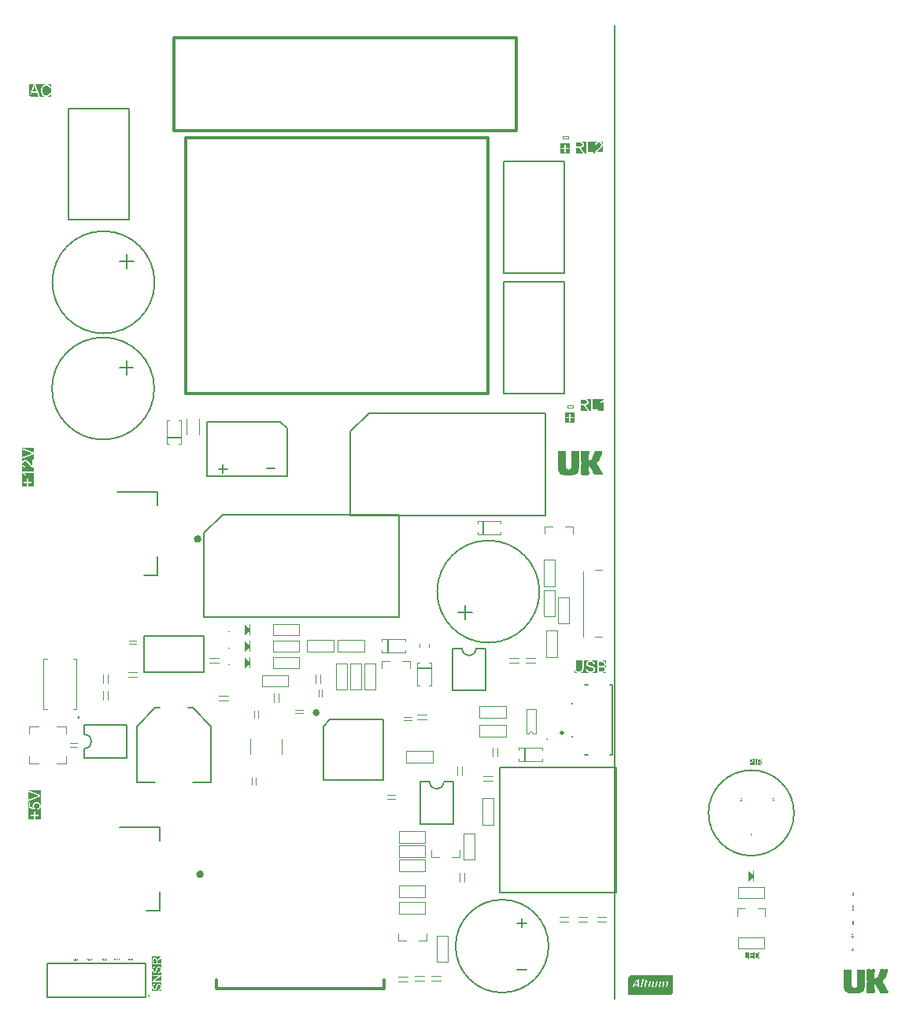
<source format=gto>
G04*
G04 #@! TF.GenerationSoftware,Altium Limited,Altium Designer,23.11.1 (41)*
G04*
G04 Layer_Color=65535*
%FSLAX25Y25*%
%MOIN*%
G70*
G04*
G04 #@! TF.SameCoordinates,F81B5662-C64E-47A4-8FBC-E69FC3E7E543*
G04*
G04*
G04 #@! TF.FilePolarity,Positive*
G04*
G01*
G75*
%ADD10C,0.00787*%
%ADD11C,0.01181*%
%ADD12C,0.01000*%
%ADD13C,0.00394*%
%ADD14C,0.01575*%
%ADD15C,0.00148*%
%ADD16C,0.00032*%
%ADD17C,0.00500*%
%ADD18C,0.00197*%
%ADD19R,0.00984X0.05906*%
%ADD20R,0.05906X0.00984*%
G36*
X99811Y154842D02*
X99417D01*
Y156944D01*
X97448Y154814D01*
Y159539D01*
X99417Y157417D01*
Y159567D01*
X99811D01*
Y154842D01*
D02*
G37*
G36*
Y147842D02*
X99417D01*
Y149943D01*
X97448Y147814D01*
Y152539D01*
X99417Y150417D01*
Y152567D01*
X99811D01*
Y147842D01*
D02*
G37*
G36*
Y140842D02*
X99417D01*
Y142944D01*
X97448Y140814D01*
Y145539D01*
X99417Y143417D01*
Y145567D01*
X99811D01*
Y140842D01*
D02*
G37*
G36*
X128654Y121179D02*
X127685D01*
X127669Y121163D01*
X127654Y121179D01*
X126685D01*
Y123147D01*
X128654D01*
Y121179D01*
D02*
G37*
G36*
X313181Y50638D02*
X312787D01*
Y52739D01*
X310818Y50610D01*
Y55334D01*
X312787Y53213D01*
Y55362D01*
X313181D01*
Y50638D01*
D02*
G37*
G36*
X355500Y46000D02*
Y44258D01*
X354666D01*
Y46000D01*
X355500D01*
D02*
G37*
G36*
Y38235D02*
X354640D01*
Y40500D01*
X355500D01*
Y38235D01*
D02*
G37*
G36*
Y34000D02*
Y32003D01*
X354666D01*
Y34000D01*
X355500D01*
D02*
G37*
G36*
X355373Y26442D02*
X354513D01*
Y28750D01*
X355373D01*
Y26442D01*
D02*
G37*
G36*
Y20888D02*
X354522D01*
Y22750D01*
X355373D01*
Y20888D01*
D02*
G37*
G36*
X50112Y17127D02*
X48250D01*
Y17978D01*
X50112D01*
Y17127D01*
D02*
G37*
G36*
X44558D02*
X42250D01*
Y17987D01*
X44558D01*
Y17127D01*
D02*
G37*
G36*
X38997Y17000D02*
X37000D01*
Y17834D01*
X38997D01*
Y17000D01*
D02*
G37*
G36*
X32765D02*
X30500D01*
Y17860D01*
X32765D01*
Y17000D01*
D02*
G37*
G36*
X26742D02*
X25000D01*
Y17834D01*
X26742D01*
Y17000D01*
D02*
G37*
G36*
X235121Y359000D02*
X231000D01*
Y363121D01*
X235121D01*
Y359000D01*
D02*
G37*
G36*
X234684Y365000D02*
X232000D01*
Y366409D01*
X234684D01*
Y365000D01*
D02*
G37*
G36*
X236684Y252410D02*
Y251000D01*
X234000D01*
Y252410D01*
X236684D01*
D02*
G37*
G36*
X237121Y245000D02*
X233000D01*
Y249120D01*
X237121D01*
Y245000D01*
D02*
G37*
G36*
X315405Y19275D02*
X315401Y19398D01*
X315390Y19509D01*
X315374Y19609D01*
X315363Y19655D01*
X315355Y19697D01*
X315348Y19736D01*
X315336Y19770D01*
X315328Y19801D01*
X315321Y19824D01*
X315313Y19843D01*
X315309Y19859D01*
X315305Y19866D01*
Y19870D01*
X315263Y19966D01*
X315217Y20051D01*
X315167Y20123D01*
X315117Y20185D01*
X315075Y20235D01*
X315040Y20273D01*
X315013Y20296D01*
X315010Y20304D01*
X315006D01*
X314944Y20350D01*
X314883Y20389D01*
X314821Y20419D01*
X314764Y20442D01*
X314714Y20461D01*
X314672Y20473D01*
X314656Y20481D01*
X314649D01*
X314641Y20484D01*
X314637D01*
X314576Y20496D01*
X314503Y20507D01*
X314426Y20515D01*
X314357Y20519D01*
X314292Y20523D01*
X315405D01*
Y19275D01*
D02*
G37*
G36*
X314288Y20223D02*
X314376Y20220D01*
X314449Y20212D01*
X314510Y20200D01*
X314557Y20189D01*
X314587Y20181D01*
X314606Y20177D01*
X314614Y20173D01*
X314679Y20139D01*
X314741Y20097D01*
X314795Y20051D01*
X314841Y20001D01*
X314879Y19958D01*
X314906Y19920D01*
X314917Y19905D01*
X314921Y19893D01*
X314929Y19889D01*
Y19885D01*
X314952Y19843D01*
X314971Y19797D01*
X315006Y19701D01*
X315029Y19601D01*
X315044Y19501D01*
X315048Y19459D01*
X315052Y19417D01*
X315056Y19379D01*
X315059Y19344D01*
Y19317D01*
Y19298D01*
Y19283D01*
Y19279D01*
X315056Y19175D01*
X315048Y19083D01*
X315037Y18998D01*
X315025Y18925D01*
X315013Y18868D01*
X315006Y18845D01*
X315002Y18826D01*
X314998Y18810D01*
X314994Y18799D01*
X314990Y18795D01*
Y18791D01*
X314964Y18722D01*
X314933Y18657D01*
X314902Y18603D01*
X314875Y18557D01*
X314848Y18522D01*
X314825Y18495D01*
X314810Y18476D01*
X314806Y18472D01*
X314772Y18442D01*
X314737Y18415D01*
X314699Y18395D01*
X314660Y18376D01*
X314629Y18361D01*
X314603Y18349D01*
X314587Y18346D01*
X314580Y18342D01*
X314522Y18326D01*
X314460Y18315D01*
X314395Y18307D01*
X314334Y18303D01*
X314276Y18300D01*
X314234Y18296D01*
X313658D01*
Y20227D01*
X314184D01*
X314288Y20223D01*
D02*
G37*
G36*
X315405Y18000D02*
X314230D01*
X314315Y18004D01*
X314391Y18008D01*
X314460Y18015D01*
X314518Y18023D01*
X314568Y18031D01*
X314603Y18035D01*
X314626Y18042D01*
X314633D01*
X314699Y18061D01*
X314756Y18081D01*
X314806Y18100D01*
X314848Y18119D01*
X314883Y18138D01*
X314910Y18154D01*
X314929Y18161D01*
X314933Y18165D01*
X314979Y18200D01*
X315021Y18238D01*
X315063Y18277D01*
X315094Y18311D01*
X315125Y18346D01*
X315144Y18372D01*
X315159Y18388D01*
X315163Y18395D01*
X315202Y18453D01*
X315236Y18515D01*
X315267Y18576D01*
X315290Y18634D01*
X315309Y18687D01*
X315324Y18726D01*
X315328Y18741D01*
X315332Y18753D01*
X315336Y18760D01*
Y18764D01*
X315359Y18849D01*
X315374Y18937D01*
X315390Y19025D01*
X315397Y19102D01*
X315401Y19171D01*
Y19202D01*
X315405Y19225D01*
Y18000D01*
D02*
G37*
G36*
X313324D02*
X312863D01*
Y18296D01*
X311315D01*
Y19156D01*
X312709D01*
Y19452D01*
X311315D01*
Y20227D01*
X312805D01*
Y20523D01*
X313324D01*
Y18000D01*
D02*
G37*
G36*
X310981D02*
X310574D01*
Y18296D01*
X309334D01*
Y20523D01*
X310981D01*
Y18000D01*
D02*
G37*
G36*
X315562Y102239D02*
X315646Y102223D01*
X315716Y102208D01*
X315773Y102185D01*
X315815Y102166D01*
X315850Y102147D01*
X315865Y102131D01*
X315873Y102127D01*
X315915Y102081D01*
X315950Y102031D01*
X315973Y101981D01*
X315988Y101935D01*
X315996Y101893D01*
X316003Y101862D01*
Y101839D01*
Y101836D01*
Y101832D01*
X316000Y101786D01*
X315992Y101743D01*
X315981Y101705D01*
X315969Y101674D01*
X315957Y101644D01*
X315946Y101624D01*
X315938Y101609D01*
X315934Y101605D01*
X315908Y101571D01*
X315877Y101540D01*
X315842Y101513D01*
X315811Y101490D01*
X315785Y101475D01*
X315762Y101463D01*
X315746Y101459D01*
X315739Y101455D01*
X315689Y101440D01*
X315631Y101428D01*
X315570Y101421D01*
X315512Y101417D01*
X315462Y101413D01*
X315420Y101409D01*
X314667D01*
Y102243D01*
X315462D01*
X315562Y102239D01*
D02*
G37*
G36*
X312121Y102223D02*
X312175Y102219D01*
X312217Y102216D01*
X312248Y102212D01*
X312271Y102208D01*
X312283Y102204D01*
X312286D01*
X312333Y102185D01*
X312375Y102166D01*
X312409Y102139D01*
X312440Y102116D01*
X312467Y102093D01*
X312482Y102074D01*
X312494Y102058D01*
X312498Y102054D01*
X312525Y102012D01*
X312544Y101966D01*
X312559Y101920D01*
X312567Y101878D01*
X312574Y101839D01*
X312578Y101809D01*
Y101789D01*
Y101782D01*
X312571Y101705D01*
X312555Y101636D01*
X312536Y101578D01*
X312509Y101532D01*
X312482Y101494D01*
X312463Y101467D01*
X312448Y101448D01*
X312440Y101444D01*
X312413Y101425D01*
X312382Y101405D01*
X312313Y101375D01*
X312236Y101356D01*
X312160Y101340D01*
X312091Y101332D01*
X312064Y101329D01*
X312037D01*
X312014Y101325D01*
X311334D01*
Y102227D01*
X312052D01*
X312121Y102223D01*
D02*
G37*
G36*
X316553Y100000D02*
X316115Y100683D01*
X316065Y100757D01*
X316015Y100822D01*
X315969Y100879D01*
X315927Y100929D01*
X315892Y100968D01*
X315865Y100998D01*
X315846Y101014D01*
X315838Y101021D01*
X315811Y101044D01*
X315777Y101067D01*
X315712Y101110D01*
X315685Y101125D01*
X315662Y101137D01*
X315646Y101144D01*
X315639Y101148D01*
X315704Y101160D01*
X315765Y101171D01*
X315823Y101187D01*
X315873Y101206D01*
X315923Y101225D01*
X315965Y101244D01*
X316007Y101263D01*
X316042Y101283D01*
X316073Y101302D01*
X316100Y101317D01*
X316123Y101336D01*
X316142Y101348D01*
X316153Y101363D01*
X316165Y101371D01*
X316173Y101379D01*
X316203Y101413D01*
X316230Y101452D01*
X316276Y101528D01*
X316307Y101601D01*
X316326Y101674D01*
X316341Y101736D01*
X316345Y101763D01*
Y101786D01*
X316349Y101805D01*
Y101820D01*
Y101828D01*
Y101832D01*
X316345Y101909D01*
X316334Y101978D01*
X316315Y102043D01*
X316295Y102101D01*
X316276Y102147D01*
X316257Y102181D01*
X316245Y102204D01*
X316242Y102212D01*
X316199Y102273D01*
X316153Y102323D01*
X316107Y102365D01*
X316061Y102396D01*
X316023Y102423D01*
X315992Y102442D01*
X315969Y102450D01*
X315965Y102454D01*
X315961D01*
X315927Y102465D01*
X315888Y102477D01*
X315808Y102492D01*
X315723Y102507D01*
X315643Y102515D01*
X315566Y102519D01*
X315535D01*
X315504Y102523D01*
X316553D01*
Y100000D01*
D02*
G37*
G36*
X315136Y101117D02*
X315166D01*
X315193Y101114D01*
X315212Y101110D01*
X315228D01*
X315235Y101106D01*
X315239D01*
X315297Y101087D01*
X315343Y101064D01*
X315362Y101052D01*
X315378Y101044D01*
X315385Y101041D01*
X315389Y101037D01*
X315420Y101018D01*
X315447Y100991D01*
X315504Y100937D01*
X315524Y100910D01*
X315543Y100887D01*
X315554Y100872D01*
X315558Y100868D01*
X315597Y100818D01*
X315635Y100764D01*
X315677Y100707D01*
X315716Y100649D01*
X315750Y100599D01*
X315777Y100561D01*
X315785Y100545D01*
X315792Y100534D01*
X315800Y100526D01*
Y100522D01*
X316134Y100000D01*
X314667D01*
Y101121D01*
X315097D01*
X315136Y101117D01*
D02*
G37*
G36*
X314333Y100000D02*
X313742D01*
Y102523D01*
X314333D01*
Y100000D01*
D02*
G37*
G36*
X313408D02*
X311334D01*
Y101029D01*
X311979D01*
X312075Y101033D01*
X312163Y101037D01*
X312244Y101048D01*
X312321Y101064D01*
X312386Y101079D01*
X312448Y101098D01*
X312501Y101117D01*
X312547Y101140D01*
X312590Y101160D01*
X312624Y101179D01*
X312651Y101198D01*
X312678Y101213D01*
X312693Y101229D01*
X312705Y101240D01*
X312713Y101244D01*
X312717Y101248D01*
X312755Y101290D01*
X312786Y101336D01*
X312812Y101382D01*
X312836Y101428D01*
X312874Y101517D01*
X312897Y101605D01*
X312909Y101644D01*
X312912Y101678D01*
X312916Y101713D01*
X312920Y101740D01*
X312924Y101763D01*
Y101793D01*
X312920Y101862D01*
X312912Y101928D01*
X312901Y101985D01*
X312885Y102035D01*
X312870Y102077D01*
X312859Y102108D01*
X312851Y102127D01*
X312847Y102135D01*
X312816Y102193D01*
X312782Y102239D01*
X312747Y102281D01*
X312717Y102315D01*
X312690Y102342D01*
X312667Y102362D01*
X312647Y102373D01*
X312644Y102377D01*
X312594Y102408D01*
X312540Y102435D01*
X312490Y102454D01*
X312440Y102469D01*
X312398Y102481D01*
X312363Y102488D01*
X312340Y102496D01*
X312333D01*
X312279Y102504D01*
X312217Y102511D01*
X312152Y102515D01*
X312091Y102519D01*
X312033Y102523D01*
X313408D01*
Y100000D01*
D02*
G37*
G36*
X61097Y14273D02*
X61155Y14261D01*
X61212Y14244D01*
X61259Y14227D01*
X61299Y14204D01*
X61328Y14186D01*
X61351Y14175D01*
X61356Y14169D01*
X61408Y14123D01*
X61454Y14071D01*
X61495Y14019D01*
X61529Y13962D01*
X61558Y13916D01*
X61575Y13875D01*
X61587Y13852D01*
X61593Y13841D01*
X61621Y13754D01*
X61639Y13668D01*
X61656Y13587D01*
X61662Y13507D01*
X61667Y13443D01*
X61673Y13386D01*
Y13340D01*
X61667Y13224D01*
X61656Y13115D01*
X61639Y13011D01*
X61616Y12931D01*
X61598Y12856D01*
X61581Y12804D01*
X61569Y12769D01*
X61564Y12764D01*
Y12758D01*
X61518Y12671D01*
X61472Y12591D01*
X61420Y12527D01*
X61374Y12476D01*
X61333Y12430D01*
X61299Y12401D01*
X61276Y12383D01*
X61270Y12378D01*
X61195Y12337D01*
X61120Y12303D01*
X61040Y12280D01*
X60965Y12257D01*
X60896Y12245D01*
X60844Y12234D01*
X60809Y12228D01*
X60803D01*
X60798D01*
X60838Y11755D01*
X58206D01*
Y13224D01*
X58211Y13086D01*
X58229Y12954D01*
X58246Y12838D01*
X58269Y12735D01*
X58298Y12654D01*
X58309Y12619D01*
X58315Y12591D01*
X58327Y12562D01*
X58332Y12545D01*
X58338Y12539D01*
Y12533D01*
X58390Y12424D01*
X58453Y12326D01*
X58517Y12245D01*
X58574Y12182D01*
X58632Y12130D01*
X58678Y12090D01*
X58707Y12067D01*
X58713Y12061D01*
X58718D01*
X58811Y12009D01*
X58908Y11969D01*
X58995Y11940D01*
X59081Y11923D01*
X59150Y11911D01*
X59202Y11900D01*
X59225D01*
X59242D01*
X59248D01*
X59254D01*
X59346Y11905D01*
X59438Y11923D01*
X59519Y11940D01*
X59588Y11969D01*
X59646Y11992D01*
X59686Y12009D01*
X59715Y12026D01*
X59726Y12032D01*
X59801Y12090D01*
X59870Y12153D01*
X59928Y12216D01*
X59980Y12286D01*
X60020Y12343D01*
X60049Y12389D01*
X60072Y12424D01*
X60078Y12430D01*
Y12435D01*
X60101Y12476D01*
X60118Y12527D01*
X60158Y12637D01*
X60199Y12758D01*
X60239Y12879D01*
X60268Y12988D01*
X60279Y13034D01*
X60291Y13075D01*
X60302Y13109D01*
X60308Y13138D01*
X60314Y13155D01*
Y13161D01*
X60337Y13253D01*
X60360Y13340D01*
X60377Y13420D01*
X60395Y13489D01*
X60412Y13547D01*
X60429Y13604D01*
X60440Y13651D01*
X60452Y13697D01*
X60464Y13731D01*
X60475Y13760D01*
X60487Y13806D01*
X60492Y13829D01*
X60498Y13835D01*
X60533Y13916D01*
X60573Y13990D01*
X60608Y14048D01*
X60642Y14094D01*
X60677Y14129D01*
X60700Y14157D01*
X60717Y14169D01*
X60723Y14175D01*
X60775Y14209D01*
X60826Y14232D01*
X60878Y14255D01*
X60930Y14267D01*
X60970Y14273D01*
X61005Y14278D01*
X61028D01*
X61034D01*
X61097Y14273D01*
D02*
G37*
G36*
X62117Y4417D02*
X62117D01*
Y7424D01*
D01*
Y6024D01*
X62111Y6174D01*
X62094Y6307D01*
X62071Y6433D01*
X62042Y6537D01*
X62019Y6629D01*
X62007Y6664D01*
X61996Y6692D01*
X61984Y6716D01*
X61979Y6733D01*
X61973Y6744D01*
Y6750D01*
X61909Y6865D01*
X61846Y6969D01*
X61777Y7055D01*
X61708Y7124D01*
X61650Y7182D01*
X61604Y7217D01*
X61569Y7245D01*
X61558Y7251D01*
X61460Y7309D01*
X61356Y7349D01*
X61259Y7384D01*
X61172Y7401D01*
X61097Y7412D01*
X61040Y7424D01*
X60988D01*
X60878Y7418D01*
X60775Y7401D01*
X60682Y7372D01*
X60608Y7343D01*
X60539Y7315D01*
X60492Y7286D01*
X60464Y7269D01*
X60452Y7263D01*
X60371Y7199D01*
X60296Y7124D01*
X60227Y7044D01*
X60170Y6963D01*
X60129Y6888D01*
X60095Y6831D01*
X60083Y6808D01*
X60072Y6796D01*
X60066Y6785D01*
Y6779D01*
X60049Y6733D01*
X60026Y6675D01*
X60003Y6618D01*
X59986Y6549D01*
X59945Y6410D01*
X59905Y6272D01*
X59876Y6145D01*
X59859Y6088D01*
X59847Y6036D01*
X59836Y5996D01*
X59830Y5967D01*
X59824Y5944D01*
Y5938D01*
X59795Y5829D01*
X59772Y5731D01*
X59749Y5644D01*
X59720Y5564D01*
X59698Y5494D01*
X59680Y5437D01*
X59657Y5385D01*
X59634Y5339D01*
X59617Y5299D01*
X59605Y5264D01*
X59588Y5241D01*
X59576Y5224D01*
X59559Y5195D01*
X59553Y5189D01*
X59502Y5143D01*
X59450Y5108D01*
X59392Y5080D01*
X59340Y5062D01*
X59294Y5051D01*
X59254Y5045D01*
X59231D01*
X59219D01*
X59133Y5057D01*
X59058Y5080D01*
X58989Y5108D01*
X58931Y5149D01*
X58880Y5183D01*
X58845Y5218D01*
X58822Y5241D01*
X58816Y5247D01*
X58787Y5287D01*
X58759Y5333D01*
X58718Y5437D01*
X58689Y5546D01*
X58672Y5656D01*
X58655Y5754D01*
Y5800D01*
X58649Y5834D01*
Y5909D01*
X58655Y6065D01*
X58678Y6197D01*
X58707Y6312D01*
X58741Y6404D01*
X58776Y6474D01*
X58805Y6526D01*
X58828Y6554D01*
X58833Y6566D01*
X58908Y6641D01*
X58995Y6704D01*
X59081Y6750D01*
X59168Y6785D01*
X59248Y6808D01*
X59312Y6819D01*
X59335Y6825D01*
X59352Y6831D01*
X59363D01*
X59369D01*
X59335Y7309D01*
X59214Y7297D01*
X59104Y7274D01*
X59000Y7240D01*
X58914Y7205D01*
X58845Y7176D01*
X58787Y7147D01*
X58753Y7124D01*
X58741Y7119D01*
X58649Y7050D01*
X58569Y6969D01*
X58499Y6888D01*
X58442Y6808D01*
X58402Y6733D01*
X58367Y6675D01*
X58355Y6652D01*
X58350Y6635D01*
X58344Y6629D01*
Y6623D01*
X58298Y6502D01*
X58263Y6376D01*
X58240Y6249D01*
X58223Y6134D01*
X58211Y6036D01*
Y5996D01*
X58206Y5955D01*
Y7424D01*
X59296D01*
X58206D01*
Y11755D01*
X60838D01*
D01*
D01*
D01*
X61477D01*
X60838D01*
X60976Y11767D01*
X61103Y11790D01*
X61224Y11825D01*
X61322Y11859D01*
X61408Y11894D01*
X61443Y11911D01*
X61472Y11928D01*
X61495Y11940D01*
X61512Y11951D01*
X61518Y11957D01*
X61523D01*
X61627Y12038D01*
X61719Y12130D01*
X61794Y12216D01*
X61857Y12308D01*
X61909Y12383D01*
X61944Y12447D01*
X61955Y12470D01*
X61967Y12487D01*
X61973Y12499D01*
Y12504D01*
X62019Y12643D01*
X62053Y12787D01*
X62082Y12931D01*
X62099Y13063D01*
X62105Y13126D01*
X62111Y13184D01*
Y13236D01*
X62117Y13276D01*
Y11755D01*
X61477D01*
X62117D01*
Y14762D01*
D01*
Y13363D01*
X62111Y13512D01*
X62094Y13645D01*
X62071Y13771D01*
X62042Y13875D01*
X62019Y13967D01*
X62007Y14002D01*
X61996Y14031D01*
X61984Y14054D01*
X61979Y14071D01*
X61973Y14083D01*
Y14088D01*
X61909Y14204D01*
X61846Y14307D01*
X61777Y14394D01*
X61708Y14463D01*
X61650Y14520D01*
X61604Y14555D01*
X61569Y14584D01*
X61558Y14590D01*
X61460Y14647D01*
X61356Y14687D01*
X61259Y14722D01*
X61172Y14739D01*
X61097Y14751D01*
X61040Y14762D01*
X60988D01*
X60878Y14757D01*
X60775Y14739D01*
X60682Y14710D01*
X60608Y14682D01*
X60539Y14653D01*
X60492Y14624D01*
X60464Y14607D01*
X60452Y14601D01*
X60371Y14538D01*
X60296Y14463D01*
X60227Y14382D01*
X60170Y14301D01*
X60129Y14227D01*
X60095Y14169D01*
X60083Y14146D01*
X60072Y14134D01*
X60066Y14123D01*
Y14117D01*
X60049Y14071D01*
X60026Y14014D01*
X60003Y13956D01*
X59986Y13887D01*
X59945Y13748D01*
X59905Y13610D01*
X59876Y13484D01*
X59859Y13426D01*
X59847Y13374D01*
X59836Y13334D01*
X59830Y13305D01*
X59824Y13282D01*
Y13276D01*
X59795Y13167D01*
X59772Y13069D01*
X59749Y12982D01*
X59720Y12902D01*
X59698Y12833D01*
X59680Y12775D01*
X59657Y12723D01*
X59634Y12677D01*
X59617Y12637D01*
X59605Y12602D01*
X59588Y12579D01*
X59576Y12562D01*
X59559Y12533D01*
X59553Y12527D01*
X59502Y12481D01*
X59450Y12447D01*
X59392Y12418D01*
X59340Y12401D01*
X59294Y12389D01*
X59254Y12383D01*
X59231D01*
X59219D01*
X59133Y12395D01*
X59058Y12418D01*
X58989Y12447D01*
X58931Y12487D01*
X58880Y12522D01*
X58845Y12556D01*
X58822Y12579D01*
X58816Y12585D01*
X58787Y12625D01*
X58759Y12671D01*
X58718Y12775D01*
X58689Y12885D01*
X58672Y12994D01*
X58655Y13092D01*
Y13138D01*
X58649Y13172D01*
Y13247D01*
X58655Y13403D01*
X58678Y13535D01*
X58707Y13651D01*
X58741Y13743D01*
X58776Y13812D01*
X58805Y13864D01*
X58828Y13893D01*
X58833Y13904D01*
X58908Y13979D01*
X58995Y14042D01*
X59081Y14088D01*
X59168Y14123D01*
X59248Y14146D01*
X59312Y14157D01*
X59335Y14163D01*
X59352Y14169D01*
X59363D01*
X59369D01*
X59335Y14647D01*
X59214Y14636D01*
X59104Y14613D01*
X59000Y14578D01*
X58914Y14543D01*
X58845Y14515D01*
X58787Y14486D01*
X58753Y14463D01*
X58741Y14457D01*
X58649Y14388D01*
X58569Y14307D01*
X58499Y14227D01*
X58442Y14146D01*
X58402Y14071D01*
X58367Y14014D01*
X58355Y13990D01*
X58350Y13973D01*
X58344Y13967D01*
Y13962D01*
X58298Y13841D01*
X58263Y13714D01*
X58240Y13587D01*
X58223Y13472D01*
X58211Y13374D01*
Y13334D01*
X58206Y13294D01*
Y14762D01*
X58206D01*
Y18783D01*
X62117D01*
Y4417D01*
D02*
G37*
G36*
X61097Y6934D02*
X61155Y6923D01*
X61212Y6906D01*
X61259Y6888D01*
X61299Y6865D01*
X61328Y6848D01*
X61351Y6837D01*
X61356Y6831D01*
X61408Y6785D01*
X61454Y6733D01*
X61495Y6681D01*
X61529Y6623D01*
X61558Y6577D01*
X61575Y6537D01*
X61587Y6514D01*
X61593Y6502D01*
X61621Y6416D01*
X61639Y6330D01*
X61656Y6249D01*
X61662Y6168D01*
X61667Y6105D01*
X61673Y6047D01*
Y6001D01*
X61667Y5886D01*
X61656Y5777D01*
X61639Y5673D01*
X61616Y5592D01*
X61598Y5517D01*
X61581Y5466D01*
X61569Y5431D01*
X61564Y5425D01*
Y5420D01*
X61518Y5333D01*
X61472Y5252D01*
X61420Y5189D01*
X61374Y5137D01*
X61333Y5091D01*
X61299Y5062D01*
X61276Y5045D01*
X61270Y5039D01*
X61195Y4999D01*
X61120Y4964D01*
X61040Y4941D01*
X60965Y4918D01*
X60896Y4907D01*
X60844Y4895D01*
X60809Y4890D01*
X60803D01*
X60798D01*
X60838Y4417D01*
X58206D01*
Y5886D01*
X58211Y5748D01*
X58229Y5615D01*
X58246Y5500D01*
X58269Y5396D01*
X58298Y5316D01*
X58309Y5281D01*
X58315Y5252D01*
X58327Y5224D01*
X58332Y5206D01*
X58338Y5201D01*
Y5195D01*
X58390Y5085D01*
X58453Y4988D01*
X58517Y4907D01*
X58574Y4843D01*
X58632Y4792D01*
X58678Y4751D01*
X58707Y4728D01*
X58713Y4723D01*
X58718D01*
X58811Y4671D01*
X58908Y4630D01*
X58995Y4602D01*
X59081Y4584D01*
X59150Y4573D01*
X59202Y4561D01*
X59225D01*
X59242D01*
X59248D01*
X59254D01*
X59346Y4567D01*
X59438Y4584D01*
X59519Y4602D01*
X59588Y4630D01*
X59646Y4654D01*
X59686Y4671D01*
X59715Y4688D01*
X59726Y4694D01*
X59801Y4751D01*
X59870Y4815D01*
X59928Y4878D01*
X59980Y4947D01*
X60020Y5005D01*
X60049Y5051D01*
X60072Y5085D01*
X60078Y5091D01*
Y5097D01*
X60101Y5137D01*
X60118Y5189D01*
X60158Y5299D01*
X60199Y5420D01*
X60239Y5540D01*
X60268Y5650D01*
X60279Y5696D01*
X60291Y5736D01*
X60302Y5771D01*
X60308Y5800D01*
X60314Y5817D01*
Y5823D01*
X60337Y5915D01*
X60360Y6001D01*
X60377Y6082D01*
X60395Y6151D01*
X60412Y6209D01*
X60429Y6266D01*
X60440Y6312D01*
X60452Y6358D01*
X60464Y6393D01*
X60475Y6422D01*
X60487Y6468D01*
X60492Y6491D01*
X60498Y6497D01*
X60533Y6577D01*
X60573Y6652D01*
X60608Y6710D01*
X60642Y6756D01*
X60677Y6790D01*
X60700Y6819D01*
X60717Y6831D01*
X60723Y6837D01*
X60775Y6871D01*
X60826Y6894D01*
X60878Y6917D01*
X60930Y6929D01*
X60970Y6934D01*
X61005Y6940D01*
X61028D01*
X61034D01*
X61097Y6934D01*
D02*
G37*
G36*
X62117Y4417D02*
X60838D01*
X60976Y4429D01*
X61103Y4452D01*
X61224Y4486D01*
X61322Y4521D01*
X61408Y4556D01*
X61443Y4573D01*
X61472Y4590D01*
X61495Y4602D01*
X61512Y4613D01*
X61518Y4619D01*
X61523D01*
X61627Y4699D01*
X61719Y4792D01*
X61794Y4878D01*
X61857Y4970D01*
X61909Y5045D01*
X61944Y5108D01*
X61955Y5132D01*
X61967Y5149D01*
X61973Y5160D01*
Y5166D01*
X62019Y5304D01*
X62053Y5448D01*
X62082Y5592D01*
X62099Y5725D01*
X62105Y5788D01*
X62111Y5846D01*
Y5898D01*
X62117Y5938D01*
Y4417D01*
D02*
G37*
G36*
X241458Y254477D02*
X241627Y254447D01*
X241765Y254416D01*
X241880Y254370D01*
X241965Y254331D01*
X242034Y254293D01*
X242064Y254262D01*
X242080Y254255D01*
X242164Y254163D01*
X242233Y254063D01*
X242279Y253963D01*
X242310Y253871D01*
X242325Y253786D01*
X242341Y253725D01*
Y253679D01*
Y253671D01*
Y253663D01*
X242333Y253571D01*
X242318Y253487D01*
X242295Y253410D01*
X242272Y253348D01*
X242249Y253287D01*
X242226Y253249D01*
X242210Y253218D01*
X242203Y253210D01*
X242149Y253141D01*
X242087Y253080D01*
X242018Y253026D01*
X241957Y252980D01*
X241903Y252949D01*
X241857Y252926D01*
X241826Y252918D01*
X241811Y252911D01*
X241711Y252880D01*
X241596Y252857D01*
X241473Y252842D01*
X241358Y252834D01*
X241258Y252826D01*
X241173Y252819D01*
X239668D01*
Y254485D01*
X241258D01*
X241458Y254477D01*
D02*
G37*
G36*
X249598Y254946D02*
X249514Y254823D01*
X249422Y254708D01*
X249330Y254600D01*
X249245Y254516D01*
X249176Y254447D01*
X249130Y254401D01*
X249122Y254393D01*
X249115Y254385D01*
X248969Y254262D01*
X248815Y254147D01*
X248661Y254047D01*
X248523Y253963D01*
X248400Y253894D01*
X248347Y253871D01*
X248301Y253848D01*
X248270Y253825D01*
X248239Y253809D01*
X248224Y253802D01*
X248216D01*
Y253195D01*
X248323Y253241D01*
X248439Y253295D01*
X248546Y253341D01*
X248646Y253395D01*
X248731Y253441D01*
X248800Y253479D01*
X248846Y253510D01*
X248853Y253517D01*
X248861D01*
X248992Y253594D01*
X249107Y253679D01*
X249207Y253748D01*
X249291Y253817D01*
X249360Y253871D01*
X249414Y253909D01*
X249445Y253940D01*
X249452Y253947D01*
Y250000D01*
X250075D01*
Y255069D01*
D01*
Y250000D01*
X239000D01*
X239668D01*
Y252243D01*
X240528D01*
X240605Y252235D01*
X240667D01*
X240720Y252227D01*
X240759Y252220D01*
X240789D01*
X240805Y252212D01*
X240812D01*
X240928Y252173D01*
X241020Y252127D01*
X241058Y252104D01*
X241089Y252089D01*
X241104Y252081D01*
X241112Y252074D01*
X241173Y252035D01*
X241227Y251981D01*
X241342Y251874D01*
X241381Y251820D01*
X241419Y251774D01*
X241442Y251743D01*
X241450Y251736D01*
X241527Y251636D01*
X241603Y251528D01*
X241688Y251413D01*
X241765Y251298D01*
X241834Y251198D01*
X241888Y251121D01*
X241903Y251091D01*
X241918Y251067D01*
X241934Y251052D01*
Y251045D01*
X242602Y250000D01*
X243439D01*
X242564Y251367D01*
X242464Y251513D01*
X242364Y251643D01*
X242272Y251759D01*
X242187Y251859D01*
X242118Y251935D01*
X242064Y251997D01*
X242026Y252028D01*
X242011Y252043D01*
X241957Y252089D01*
X241888Y252135D01*
X241757Y252220D01*
X241703Y252250D01*
X241657Y252273D01*
X241627Y252289D01*
X241611Y252296D01*
X241742Y252319D01*
X241865Y252342D01*
X241980Y252373D01*
X242080Y252412D01*
X242179Y252450D01*
X242264Y252488D01*
X242349Y252527D01*
X242418Y252565D01*
X242479Y252604D01*
X242533Y252634D01*
X242579Y252673D01*
X242617Y252696D01*
X242640Y252726D01*
X242663Y252742D01*
X242679Y252757D01*
X242740Y252826D01*
X242794Y252903D01*
X242886Y253057D01*
X242948Y253203D01*
X242986Y253348D01*
X243017Y253471D01*
X243024Y253525D01*
Y253571D01*
X243032Y253610D01*
Y253640D01*
Y253656D01*
Y253663D01*
X243024Y253817D01*
X243001Y253955D01*
X242963Y254086D01*
X242924Y254201D01*
X242886Y254293D01*
X242848Y254362D01*
X242825Y254408D01*
X242817Y254424D01*
X242733Y254547D01*
X242640Y254646D01*
X242548Y254731D01*
X242456Y254792D01*
X242379Y254846D01*
X242318Y254885D01*
X242272Y254900D01*
X242264Y254907D01*
X242256D01*
X242187Y254931D01*
X242110Y254954D01*
X241949Y254984D01*
X241780Y255015D01*
X241619Y255030D01*
X241465Y255038D01*
X241404D01*
X241342Y255046D01*
X243439D01*
X239000D01*
Y255069D01*
X248216D01*
D01*
X249668D01*
X249598Y254946D01*
D02*
G37*
G36*
X245863Y144215D02*
X250555D01*
Y139000D01*
X237000D01*
Y141066D01*
X237008Y140928D01*
X237015Y140797D01*
X237031Y140674D01*
X237046Y140567D01*
X237061Y140459D01*
X237077Y140367D01*
X237100Y140283D01*
X237115Y140206D01*
X237131Y140137D01*
X237146Y140075D01*
X237161Y140029D01*
X237177Y139991D01*
X237184Y139968D01*
X237192Y139952D01*
Y139945D01*
X237277Y139783D01*
X237376Y139637D01*
X237476Y139522D01*
X237584Y139422D01*
X237676Y139338D01*
X237760Y139284D01*
X237791Y139261D01*
X237806Y139253D01*
X237822Y139238D01*
X237829D01*
X238006Y139161D01*
X238206Y139100D01*
X238398Y139061D01*
X238582Y139031D01*
X238667Y139023D01*
X238743Y139015D01*
X238812Y139008D01*
X238874D01*
X238920Y139000D01*
X238989D01*
X239250Y139015D01*
X239481Y139046D01*
X239588Y139061D01*
X239680Y139084D01*
X239773Y139115D01*
X239849Y139138D01*
X239918Y139161D01*
X239987Y139192D01*
X240041Y139215D01*
X240080Y139230D01*
X240118Y139253D01*
X240141Y139261D01*
X240157Y139277D01*
X240164D01*
X240318Y139392D01*
X240456Y139507D01*
X240564Y139630D01*
X240648Y139745D01*
X240709Y139852D01*
X240756Y139929D01*
X240771Y139960D01*
X240779Y139983D01*
X240786Y139998D01*
Y140006D01*
X240848Y140183D01*
X240886Y140382D01*
X240917Y140582D01*
X240940Y140774D01*
X240948Y140866D01*
X240955Y140951D01*
Y141020D01*
X240963Y141089D01*
Y139253D01*
Y144130D01*
X237840D01*
X240295D01*
Y141212D01*
Y141043D01*
X240279Y140882D01*
X240264Y140743D01*
X240249Y140613D01*
X240226Y140490D01*
X240195Y140390D01*
X240164Y140298D01*
X240141Y140213D01*
X240110Y140144D01*
X240080Y140083D01*
X240057Y140037D01*
X240026Y139998D01*
X240011Y139968D01*
X239995Y139945D01*
X239980Y139937D01*
Y139929D01*
X239918Y139868D01*
X239842Y139822D01*
X239680Y139737D01*
X239511Y139683D01*
X239335Y139637D01*
X239181Y139614D01*
X239112Y139607D01*
X239051D01*
X238997Y139599D01*
X238928D01*
X238774Y139607D01*
X238636Y139622D01*
X238513Y139653D01*
X238405Y139683D01*
X238321Y139707D01*
X238260Y139737D01*
X238221Y139753D01*
X238206Y139760D01*
X238098Y139829D01*
X238014Y139906D01*
X237937Y139991D01*
X237883Y140068D01*
X237837Y140137D01*
X237806Y140190D01*
X237791Y140229D01*
X237783Y140244D01*
X237760Y140306D01*
X237745Y140375D01*
X237714Y140528D01*
X237699Y140690D01*
X237684Y140843D01*
X237676Y140989D01*
X237668Y141051D01*
Y141104D01*
Y141150D01*
Y141181D01*
Y141204D01*
Y141212D01*
Y144130D01*
X237000D01*
Y144215D01*
X241854D01*
D01*
X243812D01*
X243628Y144207D01*
X243451Y144184D01*
X243298Y144161D01*
X243159Y144130D01*
X243052Y144092D01*
X243006Y144077D01*
X242967Y144069D01*
X242929Y144053D01*
X242906Y144046D01*
X242898Y144038D01*
X242891D01*
X242745Y143969D01*
X242614Y143885D01*
X242507Y143800D01*
X242422Y143723D01*
X242353Y143646D01*
X242299Y143585D01*
X242268Y143547D01*
X242261Y143539D01*
Y143531D01*
X242192Y143408D01*
X242138Y143278D01*
X242099Y143163D01*
X242076Y143047D01*
X242061Y142955D01*
X242046Y142886D01*
Y142855D01*
Y142832D01*
Y142825D01*
Y142817D01*
X242053Y142694D01*
X242076Y142571D01*
X242099Y142464D01*
X242138Y142371D01*
X242169Y142295D01*
X242192Y142241D01*
X242215Y142203D01*
X242222Y142187D01*
X242299Y142087D01*
X242384Y141995D01*
X242468Y141918D01*
X242560Y141849D01*
X242637Y141796D01*
X242699Y141757D01*
X242745Y141726D01*
X242752Y141719D01*
X242760D01*
X242814Y141688D01*
X242883Y141665D01*
X243029Y141611D01*
X243190Y141557D01*
X243351Y141504D01*
X243497Y141465D01*
X243559Y141450D01*
X243613Y141435D01*
X243659Y141419D01*
X243697Y141411D01*
X243720Y141404D01*
X243728D01*
X243851Y141373D01*
X243966Y141342D01*
X244073Y141319D01*
X244165Y141296D01*
X244242Y141273D01*
X244319Y141250D01*
X244380Y141235D01*
X244442Y141219D01*
X244488Y141204D01*
X244526Y141189D01*
X244588Y141173D01*
X244619Y141166D01*
X244626Y141158D01*
X244734Y141112D01*
X244834Y141058D01*
X244910Y141012D01*
X244972Y140966D01*
X245018Y140920D01*
X245056Y140889D01*
X245072Y140866D01*
X245079Y140859D01*
X245125Y140789D01*
X245156Y140720D01*
X245187Y140651D01*
X245202Y140582D01*
X245210Y140528D01*
X245218Y140482D01*
Y140452D01*
Y140444D01*
X245210Y140359D01*
X245195Y140283D01*
X245171Y140206D01*
X245148Y140144D01*
X245118Y140091D01*
X245095Y140052D01*
X245079Y140021D01*
X245072Y140014D01*
X245010Y139945D01*
X244941Y139883D01*
X244872Y139829D01*
X244795Y139783D01*
X244734Y139745D01*
X244680Y139722D01*
X244649Y139707D01*
X244634Y139699D01*
X244519Y139661D01*
X244404Y139637D01*
X244296Y139614D01*
X244188Y139607D01*
X244104Y139599D01*
X244027Y139591D01*
X243966D01*
X243812Y139599D01*
X243666Y139614D01*
X243528Y139637D01*
X243421Y139668D01*
X243321Y139691D01*
X243251Y139714D01*
X243205Y139730D01*
X243198Y139737D01*
X243190D01*
X243075Y139799D01*
X242967Y139860D01*
X242883Y139929D01*
X242814Y139991D01*
X242752Y140044D01*
X242714Y140091D01*
X242691Y140121D01*
X242683Y140129D01*
X242629Y140229D01*
X242583Y140329D01*
X242553Y140436D01*
X242522Y140536D01*
X242507Y140628D01*
X242491Y140697D01*
X242483Y140743D01*
Y140751D01*
Y140759D01*
X241854Y140705D01*
D01*
X241869Y140521D01*
X241900Y140352D01*
X241946Y140190D01*
X241992Y140060D01*
X242038Y139945D01*
X242061Y139899D01*
X242084Y139860D01*
X242099Y139829D01*
X242115Y139806D01*
X242123Y139799D01*
Y139791D01*
X242230Y139653D01*
X242353Y139530D01*
X242468Y139430D01*
X242591Y139346D01*
X242691Y139277D01*
X242775Y139230D01*
X242806Y139215D01*
X242829Y139200D01*
X242845Y139192D01*
X242852D01*
X243037Y139131D01*
X243229Y139084D01*
X243421Y139046D01*
X243597Y139023D01*
X243682Y139015D01*
X243758Y139008D01*
X243828D01*
X243881Y139000D01*
X241854D01*
X245863D01*
Y139776D01*
Y139000D01*
X243997D01*
X244196Y139008D01*
X244373Y139031D01*
X244542Y139061D01*
X244680Y139100D01*
X244803Y139131D01*
X244849Y139146D01*
X244887Y139161D01*
X244918Y139177D01*
X244941Y139184D01*
X244956Y139192D01*
X244964D01*
X245118Y139277D01*
X245256Y139361D01*
X245371Y139453D01*
X245463Y139545D01*
X245540Y139622D01*
X245586Y139683D01*
X245625Y139730D01*
X245632Y139745D01*
X245709Y139875D01*
X245763Y140014D01*
X245809Y140144D01*
X245832Y140260D01*
X245847Y140359D01*
X245863Y140436D01*
Y139776D01*
Y140436D01*
Y140505D01*
X245855Y140651D01*
X245832Y140789D01*
X245794Y140912D01*
X245755Y141012D01*
X245717Y141104D01*
X245678Y141166D01*
X245655Y141204D01*
X245648Y141219D01*
X245563Y141327D01*
X245463Y141427D01*
X245356Y141519D01*
X245248Y141596D01*
X245148Y141650D01*
X245072Y141696D01*
X245041Y141711D01*
X245026Y141726D01*
X245010Y141734D01*
X245003D01*
X244941Y141757D01*
X244864Y141788D01*
X244788Y141819D01*
X244695Y141842D01*
X244511Y141895D01*
X244327Y141949D01*
X244158Y141988D01*
X244081Y142011D01*
X244012Y142026D01*
X243958Y142041D01*
X243920Y142049D01*
X243889Y142057D01*
X243881D01*
X243735Y142095D01*
X243605Y142126D01*
X243490Y142157D01*
X243382Y142195D01*
X243290Y142226D01*
X243213Y142249D01*
X243144Y142279D01*
X243083Y142310D01*
X243029Y142333D01*
X242983Y142349D01*
X242952Y142371D01*
X242929Y142387D01*
X242891Y142410D01*
X242883Y142418D01*
X242821Y142487D01*
X242775Y142556D01*
X242737Y142633D01*
X242714Y142702D01*
X242699Y142763D01*
X242691Y142817D01*
Y142848D01*
Y142863D01*
X242706Y142978D01*
X242737Y143078D01*
X242775Y143170D01*
X242829Y143247D01*
X242875Y143316D01*
X242921Y143362D01*
X242952Y143393D01*
X242960Y143401D01*
X243013Y143439D01*
X243075Y143477D01*
X243213Y143531D01*
X243359Y143570D01*
X243505Y143593D01*
X243636Y143616D01*
X243697D01*
X243743Y143623D01*
X243843D01*
X244050Y143616D01*
X244227Y143585D01*
X244380Y143547D01*
X244503Y143500D01*
X244596Y143454D01*
X244665Y143416D01*
X244703Y143385D01*
X244718Y143378D01*
X244818Y143278D01*
X244903Y143163D01*
X244964Y143047D01*
X245010Y142932D01*
X245041Y142825D01*
X245056Y142740D01*
X245064Y142709D01*
X245072Y142686D01*
Y142671D01*
Y142663D01*
X245709Y142709D01*
X245694Y142871D01*
X245663Y143017D01*
X245617Y143155D01*
X245571Y143270D01*
X245532Y143362D01*
X245494Y143439D01*
X245463Y143485D01*
X245456Y143500D01*
X245363Y143623D01*
X245256Y143731D01*
X245148Y143823D01*
X245041Y143900D01*
X244941Y143954D01*
X244864Y144000D01*
X244834Y144015D01*
X244811Y144023D01*
X244803Y144030D01*
X244795D01*
X244634Y144092D01*
X244465Y144138D01*
X244296Y144169D01*
X244142Y144192D01*
X244012Y144207D01*
X243958D01*
X243904Y144215D01*
X245863D01*
D01*
D02*
G37*
G36*
X237000Y139000D02*
D01*
Y139084D01*
Y139000D01*
D02*
G37*
G36*
X247276Y364061D02*
X247153Y364053D01*
X246923Y364007D01*
X246823Y363984D01*
X246723Y363954D01*
X246638Y363915D01*
X246562Y363884D01*
X246493Y363846D01*
X246431Y363815D01*
X246377Y363777D01*
X246331Y363754D01*
X246301Y363731D01*
X246277Y363708D01*
X246262Y363700D01*
X246254Y363692D01*
X246178Y363616D01*
X246116Y363539D01*
X246001Y363362D01*
X245917Y363186D01*
X245855Y363009D01*
X245809Y362855D01*
X245801Y362786D01*
X245786Y362725D01*
X245778Y362679D01*
X245771Y362640D01*
Y362617D01*
Y362610D01*
X246408Y362541D01*
X246423Y362709D01*
X246454Y362855D01*
X246493Y362978D01*
X246546Y363086D01*
X246592Y363170D01*
X246638Y363232D01*
X246669Y363262D01*
X246677Y363278D01*
X246784Y363370D01*
X246900Y363439D01*
X247022Y363485D01*
X247138Y363524D01*
X247237Y363539D01*
X247314Y363547D01*
X247345Y363554D01*
X247391D01*
X247545Y363547D01*
X247683Y363516D01*
X247798Y363477D01*
X247898Y363431D01*
X247975Y363378D01*
X248036Y363339D01*
X248067Y363309D01*
X248082Y363301D01*
X248174Y363201D01*
X248236Y363093D01*
X248282Y362994D01*
X248320Y362894D01*
X248336Y362809D01*
X248343Y362740D01*
X248351Y362694D01*
Y362686D01*
Y362679D01*
X248336Y362548D01*
X248305Y362410D01*
X248259Y362287D01*
X248205Y362172D01*
X248151Y362072D01*
X248105Y361995D01*
X248090Y361965D01*
X248075Y361941D01*
X248059Y361934D01*
Y361926D01*
X247998Y361849D01*
X247929Y361765D01*
X247852Y361680D01*
X247760Y361596D01*
X247575Y361419D01*
X247391Y361243D01*
X247222Y361097D01*
X247145Y361028D01*
X247076Y360974D01*
X247022Y360920D01*
X246984Y360889D01*
X246953Y360866D01*
X246946Y360859D01*
X246761Y360697D01*
X246592Y360551D01*
X246454Y360421D01*
X246339Y360313D01*
X246247Y360221D01*
X246185Y360152D01*
X246147Y360106D01*
X246131Y360098D01*
Y360091D01*
X246032Y359968D01*
X245955Y359853D01*
X245878Y359737D01*
X245824Y359637D01*
X245778Y359545D01*
X245747Y359484D01*
X245732Y359438D01*
X245725Y359430D01*
Y359422D01*
X245701Y359346D01*
X245678Y359269D01*
X245671Y359200D01*
X245663Y359138D01*
X245655Y359085D01*
Y359814D01*
Y359000D01*
X248996D01*
D01*
X237000D01*
X237668D01*
Y361243D01*
X238528D01*
X238605Y361235D01*
X238667D01*
X238720Y361227D01*
X238759Y361220D01*
X238789D01*
X238805Y361212D01*
X238812D01*
X238928Y361173D01*
X239020Y361127D01*
X239058Y361104D01*
X239089Y361089D01*
X239104Y361081D01*
X239112Y361074D01*
X239173Y361035D01*
X239227Y360981D01*
X239342Y360874D01*
X239381Y360820D01*
X239419Y360774D01*
X239442Y360743D01*
X239450Y360736D01*
X239527Y360636D01*
X239603Y360528D01*
X239688Y360413D01*
X239765Y360298D01*
X239834Y360198D01*
X239888Y360121D01*
X239903Y360091D01*
X239918Y360068D01*
X239934Y360052D01*
Y360045D01*
X240602Y359000D01*
X241439D01*
X240564Y360367D01*
X240464Y360513D01*
X240364Y360644D01*
X240272Y360759D01*
X240187Y360859D01*
X240118Y360935D01*
X240064Y360997D01*
X240026Y361028D01*
X240011Y361043D01*
X239957Y361089D01*
X239888Y361135D01*
X239757Y361220D01*
X239703Y361250D01*
X239657Y361273D01*
X239627Y361289D01*
X239611Y361296D01*
X239742Y361319D01*
X239865Y361342D01*
X239980Y361373D01*
X240080Y361411D01*
X240179Y361450D01*
X240264Y361488D01*
X240349Y361527D01*
X240418Y361565D01*
X240479Y361603D01*
X240533Y361634D01*
X240579Y361673D01*
X240617Y361696D01*
X240640Y361726D01*
X240663Y361742D01*
X240679Y361757D01*
X240740Y361826D01*
X240794Y361903D01*
X240886Y362057D01*
X240948Y362203D01*
X240986Y362349D01*
X241017Y362471D01*
X241024Y362525D01*
Y362571D01*
X241032Y362610D01*
Y362640D01*
Y362656D01*
Y362663D01*
X241024Y362817D01*
X241001Y362955D01*
X240963Y363086D01*
X240925Y363201D01*
X240886Y363293D01*
X240848Y363362D01*
X240825Y363408D01*
X240817Y363424D01*
X240733Y363547D01*
X240640Y363646D01*
X240548Y363731D01*
X240456Y363792D01*
X240379Y363846D01*
X240318Y363884D01*
X240272Y363900D01*
X240264Y363908D01*
X240256D01*
X240187Y363931D01*
X240110Y363954D01*
X239949Y363984D01*
X239780Y364015D01*
X239619Y364030D01*
X239465Y364038D01*
X239404D01*
X239342Y364046D01*
X241439D01*
X237000D01*
Y364069D01*
X245655D01*
Y363431D01*
Y364069D01*
X247406D01*
X247276Y364061D01*
D02*
G37*
G36*
X239458Y363477D02*
X239627Y363447D01*
X239765Y363416D01*
X239880Y363370D01*
X239965Y363332D01*
X240034Y363293D01*
X240064Y363262D01*
X240080Y363255D01*
X240164Y363163D01*
X240233Y363063D01*
X240279Y362963D01*
X240310Y362871D01*
X240325Y362786D01*
X240341Y362725D01*
Y362679D01*
Y362671D01*
Y362663D01*
X240333Y362571D01*
X240318Y362487D01*
X240295Y362410D01*
X240272Y362349D01*
X240249Y362287D01*
X240226Y362249D01*
X240210Y362218D01*
X240203Y362210D01*
X240149Y362141D01*
X240087Y362080D01*
X240018Y362026D01*
X239957Y361980D01*
X239903Y361949D01*
X239857Y361926D01*
X239826Y361918D01*
X239811Y361911D01*
X239711Y361880D01*
X239596Y361857D01*
X239473Y361842D01*
X239358Y361834D01*
X239258Y361826D01*
X239173Y361819D01*
X237668D01*
Y363485D01*
X239258D01*
X239458Y363477D01*
D02*
G37*
G36*
X248996Y359591D02*
X246515D01*
X246600Y359714D01*
X246685Y359814D01*
X246723Y359860D01*
X246754Y359891D01*
X246769Y359914D01*
X246777Y359922D01*
X246815Y359960D01*
X246853Y359998D01*
X246953Y360091D01*
X247076Y360198D01*
X247191Y360306D01*
X247307Y360405D01*
X247399Y360482D01*
X247437Y360513D01*
X247468Y360536D01*
X247483Y360551D01*
X247491Y360559D01*
X247614Y360667D01*
X247721Y360759D01*
X247829Y360851D01*
X247921Y360935D01*
X248005Y361020D01*
X248082Y361089D01*
X248159Y361158D01*
X248220Y361220D01*
X248274Y361273D01*
X248320Y361319D01*
X248389Y361388D01*
X248428Y361435D01*
X248443Y361450D01*
X248543Y361573D01*
X248635Y361680D01*
X248704Y361788D01*
X248758Y361880D01*
X248804Y361957D01*
X248835Y362011D01*
X248850Y362049D01*
X248858Y362064D01*
X248904Y362172D01*
X248935Y362279D01*
X248958Y362379D01*
X248973Y362471D01*
X248981Y362548D01*
X248989Y362610D01*
Y362648D01*
Y362663D01*
X248981Y362771D01*
X248973Y362878D01*
X248919Y363070D01*
X248850Y363239D01*
X248773Y363385D01*
X248697Y363500D01*
X248658Y363547D01*
X248627Y363593D01*
X248597Y363623D01*
X248574Y363646D01*
X248566Y363654D01*
X248558Y363662D01*
X248474Y363731D01*
X248389Y363800D01*
X248297Y363854D01*
X248197Y363900D01*
X248005Y363969D01*
X247821Y364015D01*
X247737Y364038D01*
X247660Y364046D01*
X247591Y364053D01*
X247529Y364061D01*
X247476Y364069D01*
X248996D01*
Y359591D01*
D02*
G37*
G36*
Y359000D02*
Y364069D01*
D01*
Y359000D01*
D02*
G37*
G36*
X15516Y384682D02*
X14847Y384851D01*
X14786Y384628D01*
X14709Y384429D01*
X14617Y384267D01*
X14533Y384129D01*
X14448Y384029D01*
X14379Y383952D01*
X14333Y383906D01*
X14325Y383899D01*
X14317Y383891D01*
X14164Y383783D01*
X14010Y383707D01*
X13849Y383645D01*
X13703Y383607D01*
X13573Y383584D01*
X13511Y383576D01*
X13465D01*
X13427Y383568D01*
X13373D01*
X13204Y383576D01*
X13043Y383607D01*
X12897Y383645D01*
X12774Y383683D01*
X12666Y383730D01*
X12582Y383760D01*
X12551Y383776D01*
X12528Y383791D01*
X12520Y383799D01*
X12513D01*
X12374Y383899D01*
X12259Y384014D01*
X12159Y384129D01*
X12075Y384252D01*
X12013Y384352D01*
X11975Y384444D01*
X11960Y384475D01*
X11944Y384498D01*
X11937Y384513D01*
Y384521D01*
X11875Y384705D01*
X11829Y384897D01*
X11798Y385089D01*
X11775Y385266D01*
X11768Y385342D01*
X11760Y385412D01*
Y385481D01*
X11752Y385534D01*
Y385580D01*
Y385611D01*
Y385634D01*
Y385642D01*
X11760Y385826D01*
X11775Y386003D01*
X11798Y386164D01*
X11829Y386310D01*
X11860Y386433D01*
X11868Y386487D01*
X11883Y386525D01*
X11891Y386563D01*
X11898Y386587D01*
X11906Y386602D01*
Y386610D01*
X11975Y386779D01*
X12060Y386932D01*
X12152Y387055D01*
X12236Y387163D01*
X12321Y387247D01*
X12390Y387309D01*
X12436Y387347D01*
X12444Y387362D01*
X12451D01*
X12605Y387454D01*
X12766Y387524D01*
X12927Y387577D01*
X13081Y387608D01*
X13219Y387631D01*
X13273Y387639D01*
X13327D01*
X13365Y387646D01*
X13419D01*
X13603Y387639D01*
X13765Y387608D01*
X13910Y387570D01*
X14026Y387524D01*
X14125Y387470D01*
X14195Y387431D01*
X14241Y387401D01*
X14256Y387393D01*
X14379Y387285D01*
X14479Y387163D01*
X14571Y387024D01*
X14640Y386894D01*
X14694Y386779D01*
X14717Y386725D01*
X14740Y386679D01*
X14755Y386640D01*
X14763Y386610D01*
X14771Y386594D01*
Y386587D01*
X15431Y386740D01*
X15339Y386986D01*
X15285Y387101D01*
X15231Y387201D01*
X15170Y387301D01*
X15109Y387393D01*
X15055Y387470D01*
X14993Y387547D01*
X14940Y387608D01*
X14886Y387662D01*
X14832Y387716D01*
X14794Y387754D01*
X14755Y387785D01*
X14732Y387808D01*
X14717Y387815D01*
X14709Y387823D01*
X14609Y387892D01*
X14509Y387954D01*
X14402Y388007D01*
X14294Y388053D01*
X14079Y388123D01*
X13880Y388169D01*
X13788Y388184D01*
X13703Y388192D01*
X13626Y388199D01*
X13565Y388207D01*
X13511Y388215D01*
X15516D01*
Y384682D01*
D02*
G37*
G36*
X8327Y387439D02*
X8381Y387262D01*
X8442Y387086D01*
X8504Y386917D01*
X8550Y386771D01*
X8573Y386709D01*
X8596Y386656D01*
X8611Y386610D01*
X8627Y386579D01*
X8634Y386556D01*
Y386548D01*
X9156Y385158D01*
X7444D01*
X7997Y386633D01*
X8058Y386809D01*
X8112Y386986D01*
X8158Y387147D01*
X8196Y387301D01*
X8227Y387424D01*
X8243Y387477D01*
X8258Y387524D01*
X8266Y387562D01*
Y387585D01*
X8273Y387600D01*
Y387608D01*
X8327Y387439D01*
D02*
G37*
G36*
X13189Y388199D02*
X12958Y388169D01*
X12751Y388115D01*
X12659Y388092D01*
X12574Y388061D01*
X12497Y388030D01*
X12421Y388007D01*
X12359Y387977D01*
X12313Y387954D01*
X12267Y387938D01*
X12236Y387923D01*
X12221Y387908D01*
X12213D01*
X12021Y387785D01*
X11845Y387639D01*
X11699Y387493D01*
X11583Y387347D01*
X11484Y387216D01*
X11445Y387163D01*
X11414Y387117D01*
X11391Y387070D01*
X11376Y387040D01*
X11361Y387024D01*
Y387017D01*
X11261Y386794D01*
X11184Y386556D01*
X11138Y386325D01*
X11100Y386110D01*
X11084Y386011D01*
X11077Y385926D01*
X11069Y385842D01*
Y385772D01*
X11061Y385719D01*
Y383000D01*
Y385642D01*
X11069Y385373D01*
X11100Y385127D01*
X11146Y384897D01*
X11169Y384789D01*
X11192Y384697D01*
X11215Y384605D01*
X11238Y384528D01*
X11261Y384459D01*
X11284Y384398D01*
X11299Y384352D01*
X11315Y384321D01*
X11322Y384298D01*
Y384290D01*
X11430Y384068D01*
X11560Y383875D01*
X11683Y383707D01*
X11814Y383576D01*
X11921Y383469D01*
X12013Y383392D01*
X12052Y383369D01*
X12075Y383346D01*
X12090Y383338D01*
X12098Y383330D01*
X12198Y383269D01*
X12305Y383223D01*
X12520Y383138D01*
X12743Y383085D01*
X12958Y383038D01*
X13050Y383031D01*
X13142Y383015D01*
X13219Y383008D01*
X13288D01*
X13350Y383000D01*
X15382D01*
X13427D01*
X13573Y383008D01*
X13711Y383015D01*
X13964Y383069D01*
X14079Y383100D01*
X14195Y383138D01*
X14294Y383177D01*
X14387Y383215D01*
X14471Y383253D01*
X14540Y383292D01*
X14602Y383330D01*
X14655Y383361D01*
X14701Y383392D01*
X14732Y383415D01*
X14748Y383422D01*
X14755Y383430D01*
X14855Y383515D01*
X14947Y383607D01*
X15101Y383806D01*
X15239Y384014D01*
X15339Y384221D01*
X15385Y384313D01*
X15416Y384398D01*
X15446Y384482D01*
X15477Y384544D01*
X15493Y384605D01*
X15508Y384644D01*
X15516Y384674D01*
Y388215D01*
D01*
Y383085D01*
Y383000D01*
D01*
D01*
X6000D01*
Y383085D01*
X7675D01*
X6707D01*
X7252Y384613D01*
X9371D01*
X9955Y383085D01*
X10708D01*
X8657Y388130D01*
X10708D01*
X7928D01*
X6000Y383085D01*
Y388130D01*
D01*
Y388215D01*
X11061D01*
D01*
X13434D01*
X13189Y388199D01*
D02*
G37*
G36*
X8000Y218000D02*
X7186D01*
Y221333D01*
D01*
Y219958D01*
X5804D01*
Y221333D01*
X7186D01*
X3853D01*
X5227D01*
Y219958D01*
X3853D01*
Y219375D01*
X5227D01*
Y218000D01*
X3853D01*
D01*
X2931D01*
Y222500D01*
X8000D01*
Y224359D01*
X2931D01*
Y225857D01*
X8000D01*
Y229197D01*
X7409D01*
Y226717D01*
X7286Y226801D01*
X7186Y226886D01*
X7140Y226924D01*
X7109Y226955D01*
X7086Y226970D01*
X7078Y226978D01*
X7040Y227016D01*
X7002Y227055D01*
X6909Y227155D01*
X6802Y227277D01*
X6694Y227393D01*
X6595Y227508D01*
X6518Y227600D01*
X6487Y227638D01*
X6464Y227669D01*
X6449Y227684D01*
X6441Y227692D01*
X6333Y227815D01*
X6241Y227923D01*
X6149Y228030D01*
X6065Y228122D01*
X5980Y228207D01*
X5911Y228284D01*
X5842Y228360D01*
X5781Y228422D01*
X5727Y228475D01*
X5681Y228522D01*
X5612Y228591D01*
X5565Y228629D01*
X5550Y228644D01*
X5427Y228744D01*
X5320Y228836D01*
X5212Y228906D01*
X5120Y228959D01*
X5043Y229005D01*
X4989Y229036D01*
X4951Y229051D01*
X4936Y229059D01*
X4828Y229105D01*
X4721Y229136D01*
X4621Y229159D01*
X4529Y229174D01*
X4452Y229182D01*
X4390Y229190D01*
X4352D01*
X4337D01*
X4229Y229182D01*
X4122Y229174D01*
X3930Y229121D01*
X3761Y229051D01*
X3615Y228975D01*
X3500Y228898D01*
X3453Y228859D01*
X3407Y228829D01*
X3377Y228798D01*
X3354Y228775D01*
X3346Y228767D01*
X3338Y228760D01*
X3269Y228675D01*
X3200Y228591D01*
X3146Y228499D01*
X3100Y228399D01*
X3031Y228207D01*
X2985Y228022D01*
X2962Y227938D01*
X2954Y227861D01*
X2947Y227792D01*
X2939Y227731D01*
X2931Y227677D01*
Y229197D01*
X5822D01*
X2931D01*
Y234205D01*
X8000D01*
X2954D01*
X8000D01*
Y232231D01*
X2954Y234205D01*
Y233529D01*
X6618Y232162D01*
X6771Y232108D01*
X6925Y232054D01*
X7063Y232008D01*
X7186Y231970D01*
X7293Y231939D01*
X7378Y231916D01*
X7409Y231908D01*
X7432Y231901D01*
X7439Y231893D01*
X7447D01*
X7155Y231809D01*
X7017Y231763D01*
X6886Y231716D01*
X6779Y231678D01*
X6694Y231655D01*
X6664Y231640D01*
X6641Y231632D01*
X6625Y231624D01*
X6618D01*
X2954Y230319D01*
Y229589D01*
X8000Y231547D01*
Y229589D01*
X2954D01*
X8000D01*
Y234205D01*
D01*
Y218000D01*
D02*
G37*
G36*
X4452Y228537D02*
X4590Y228506D01*
X4713Y228460D01*
X4828Y228406D01*
X4928Y228353D01*
X5005Y228307D01*
X5035Y228291D01*
X5059Y228276D01*
X5066Y228260D01*
X5074D01*
X5151Y228199D01*
X5235Y228130D01*
X5320Y228053D01*
X5404Y227961D01*
X5581Y227777D01*
X5757Y227592D01*
X5903Y227423D01*
X5973Y227347D01*
X6026Y227277D01*
X6080Y227224D01*
X6111Y227185D01*
X6134Y227155D01*
X6141Y227147D01*
X6303Y226963D01*
X6449Y226794D01*
X6579Y226655D01*
X6687Y226540D01*
X6779Y226448D01*
X6848Y226387D01*
X6894Y226348D01*
X6902Y226333D01*
X6909D01*
X7032Y226233D01*
X7147Y226156D01*
X7263Y226079D01*
X7363Y226026D01*
X7455Y225979D01*
X7516Y225949D01*
X7562Y225933D01*
X7570Y225926D01*
X7578D01*
X7654Y225903D01*
X7731Y225880D01*
X7800Y225872D01*
X7862Y225864D01*
X7915Y225857D01*
X2931D01*
Y227608D01*
X2939Y227477D01*
X2947Y227354D01*
X2993Y227124D01*
X3016Y227024D01*
X3046Y226924D01*
X3085Y226840D01*
X3115Y226763D01*
X3154Y226694D01*
X3185Y226632D01*
X3223Y226579D01*
X3246Y226533D01*
X3269Y226502D01*
X3292Y226479D01*
X3300Y226463D01*
X3308Y226456D01*
X3384Y226379D01*
X3461Y226317D01*
X3638Y226202D01*
X3814Y226118D01*
X3991Y226056D01*
X4145Y226010D01*
X4214Y226003D01*
X4275Y225987D01*
X4321Y225979D01*
X4360Y225972D01*
X4383D01*
X4390D01*
X4459Y226609D01*
X4291Y226625D01*
X4145Y226655D01*
X4022Y226694D01*
X3914Y226747D01*
X3830Y226794D01*
X3768Y226840D01*
X3738Y226870D01*
X3722Y226878D01*
X3630Y226986D01*
X3561Y227101D01*
X3515Y227224D01*
X3477Y227339D01*
X3461Y227439D01*
X3453Y227516D01*
X3446Y227546D01*
Y227592D01*
X3453Y227746D01*
X3484Y227884D01*
X3523Y227999D01*
X3569Y228099D01*
X3622Y228176D01*
X3661Y228237D01*
X3692Y228268D01*
X3699Y228284D01*
X3799Y228376D01*
X3907Y228437D01*
X4006Y228483D01*
X4106Y228522D01*
X4191Y228537D01*
X4260Y228545D01*
X4306Y228552D01*
X4314D01*
X4321D01*
X4452Y228537D01*
D02*
G37*
G36*
X8000Y222500D02*
X4805D01*
X4759Y222608D01*
X4705Y222723D01*
X4659Y222831D01*
X4605Y222931D01*
X4559Y223015D01*
X4521Y223084D01*
X4490Y223130D01*
X4483Y223138D01*
Y223146D01*
X4406Y223276D01*
X4321Y223391D01*
X4252Y223491D01*
X4183Y223576D01*
X4129Y223645D01*
X4091Y223699D01*
X4060Y223729D01*
X4053Y223737D01*
X8000D01*
Y222500D01*
D02*
G37*
G36*
X3054Y223883D02*
X3177Y223798D01*
X3292Y223706D01*
X3400Y223614D01*
X3484Y223530D01*
X3553Y223461D01*
X3599Y223414D01*
X3607Y223407D01*
X3615Y223399D01*
X3738Y223253D01*
X3853Y223099D01*
X3953Y222946D01*
X4037Y222808D01*
X4106Y222685D01*
X4129Y222631D01*
X4152Y222585D01*
X4175Y222554D01*
X4191Y222523D01*
X4198Y222508D01*
Y222500D01*
X2931D01*
Y223952D01*
X3054Y223883D01*
D02*
G37*
G36*
X7186Y218000D02*
X5804D01*
Y219375D01*
X7186D01*
Y218000D01*
D02*
G37*
G36*
X5870Y89288D02*
D01*
X10915D01*
X5870D01*
D02*
G37*
G36*
X9533Y87245D02*
X9687Y87191D01*
X9840Y87138D01*
X9979Y87091D01*
X10101Y87053D01*
X10209Y87022D01*
X10293Y86999D01*
X10324Y86992D01*
X10347Y86984D01*
X10355Y86976D01*
X10363D01*
X10071Y86892D01*
X9933Y86846D01*
X9802Y86800D01*
X9694Y86761D01*
X9610Y86738D01*
X9579Y86723D01*
X9556Y86715D01*
X9541Y86708D01*
X9533D01*
X5870Y85402D01*
Y88612D01*
X9533Y87245D01*
D02*
G37*
G36*
X11000Y77000D02*
X10101D01*
Y80333D01*
Y78958D01*
X8719D01*
Y80333D01*
X10101D01*
X6768D01*
X8143D01*
Y78958D01*
X6768D01*
Y78375D01*
X8143D01*
Y77000D01*
X6768D01*
D01*
X5870D01*
Y84672D01*
D01*
X10915Y86631D01*
Y84672D01*
D01*
Y87314D01*
X5870Y89288D01*
X10915D01*
X11000D01*
Y77000D01*
D02*
G37*
G36*
X10101D02*
X8719D01*
Y78375D01*
X10101D01*
Y77000D01*
D02*
G37*
G36*
X90852Y156513D02*
X91195D01*
Y156369D01*
X90852D01*
Y156023D01*
X90706D01*
Y156369D01*
X90362D01*
Y156513D01*
X90706D01*
Y156857D01*
X90852D01*
Y156513D01*
D02*
G37*
G36*
X105403Y156811D02*
X104929D01*
Y156966D01*
X105403D01*
Y156811D01*
D02*
G37*
G36*
X307692Y85892D02*
X307708D01*
X307740Y85888D01*
X307777Y85882D01*
X307819Y85875D01*
X307861Y85863D01*
X307903Y85848D01*
X307905D01*
X307909Y85846D01*
X307915Y85844D01*
X307923Y85840D01*
X307942Y85830D01*
X307967Y85815D01*
X307996Y85798D01*
X308024Y85777D01*
X308053Y85754D01*
X308078Y85725D01*
X308080Y85721D01*
X308088Y85711D01*
X308099Y85694D01*
X308115Y85669D01*
X308130Y85640D01*
X308145Y85606D01*
X308161Y85566D01*
X308174Y85519D01*
X308022Y85477D01*
Y85479D01*
X308020Y85481D01*
X308019Y85493D01*
X308011Y85510D01*
X308003Y85533D01*
X307994Y85556D01*
X307982Y85581D01*
X307969Y85606D01*
X307953Y85629D01*
X307951Y85631D01*
X307946Y85638D01*
X307936Y85648D01*
X307923Y85662D01*
X307905Y85675D01*
X307884Y85690D01*
X307861Y85704D01*
X307832Y85717D01*
X307828Y85719D01*
X307819Y85723D01*
X307802Y85729D01*
X307781Y85734D01*
X307755Y85740D01*
X307727Y85746D01*
X307694Y85750D01*
X307660Y85752D01*
X307640D01*
X307619Y85750D01*
X307592Y85748D01*
X307562Y85742D01*
X307527Y85737D01*
X307494Y85727D01*
X307462Y85715D01*
X307458Y85713D01*
X307448Y85710D01*
X307433Y85702D01*
X307414Y85690D01*
X307393Y85677D01*
X307370Y85662D01*
X307348Y85644D01*
X307327Y85623D01*
X307325Y85621D01*
X307320Y85614D01*
X307310Y85602D01*
X307299Y85587D01*
X307285Y85567D01*
X307272Y85546D01*
X307260Y85523D01*
X307249Y85498D01*
Y85496D01*
X307247Y85493D01*
X307245Y85487D01*
X307241Y85477D01*
X307237Y85468D01*
X307233Y85454D01*
X307226Y85423D01*
X307216Y85385D01*
X307208Y85343D01*
X307203Y85295D01*
X307201Y85245D01*
Y85243D01*
Y85237D01*
Y85230D01*
X307203Y85216D01*
Y85203D01*
X307205Y85185D01*
X307206Y85166D01*
X307208Y85147D01*
X307214Y85101D01*
X307226Y85053D01*
X307239Y85007D01*
X307258Y84961D01*
Y84959D01*
X307260Y84955D01*
X307264Y84949D01*
X307270Y84942D01*
X307283Y84922D01*
X307300Y84897D01*
X307324Y84870D01*
X307352Y84842D01*
X307387Y84815D01*
X307425Y84792D01*
X307427D01*
X307431Y84790D01*
X307437Y84786D01*
X307445Y84784D01*
X307454Y84780D01*
X307468Y84775D01*
X307496Y84765D01*
X307533Y84755D01*
X307571Y84746D01*
X307615Y84740D01*
X307661Y84738D01*
X307681D01*
X307702Y84740D01*
X307729Y84744D01*
X307759Y84748D01*
X307796Y84755D01*
X307834Y84765D01*
X307873Y84778D01*
X307875D01*
X307876Y84780D01*
X307882Y84782D01*
X307890Y84786D01*
X307909Y84794D01*
X307932Y84805D01*
X307957Y84819D01*
X307982Y84834D01*
X308007Y84851D01*
X308030Y84869D01*
Y85107D01*
X307660D01*
Y85255D01*
X308193D01*
Y84786D01*
X308191Y84784D01*
X308188Y84782D01*
X308182Y84776D01*
X308172Y84771D01*
X308161Y84761D01*
X308147Y84753D01*
X308115Y84730D01*
X308076Y84707D01*
X308034Y84682D01*
X307986Y84659D01*
X307938Y84638D01*
X307936D01*
X307932Y84636D01*
X307925Y84634D01*
X307915Y84631D01*
X307903Y84627D01*
X307890Y84623D01*
X307873Y84619D01*
X307855Y84615D01*
X307815Y84606D01*
X307771Y84598D01*
X307721Y84592D01*
X307671Y84590D01*
X307654D01*
X307640Y84592D01*
X307623D01*
X307604Y84594D01*
X307583Y84596D01*
X307560Y84600D01*
X307506Y84609D01*
X307450Y84623D01*
X307391Y84642D01*
X307333Y84669D01*
X307331Y84671D01*
X307327Y84673D01*
X307318Y84677D01*
X307308Y84684D01*
X307295Y84692D01*
X307281Y84702D01*
X307249Y84727D01*
X307210Y84759D01*
X307174Y84799D01*
X307137Y84846D01*
X307105Y84897D01*
Y84899D01*
X307101Y84905D01*
X307097Y84913D01*
X307093Y84924D01*
X307087Y84938D01*
X307080Y84955D01*
X307074Y84974D01*
X307066Y84997D01*
X307059Y85020D01*
X307053Y85047D01*
X307039Y85105D01*
X307032Y85168D01*
X307028Y85235D01*
Y85237D01*
Y85243D01*
Y85253D01*
X307030Y85266D01*
Y85283D01*
X307032Y85303D01*
X307034Y85324D01*
X307037Y85347D01*
X307047Y85400D01*
X307061Y85458D01*
X307080Y85519D01*
X307105Y85579D01*
Y85581D01*
X307108Y85587D01*
X307112Y85594D01*
X307118Y85606D01*
X307128Y85619D01*
X307137Y85633D01*
X307160Y85669D01*
X307193Y85708D01*
X307229Y85746D01*
X307276Y85782D01*
X307299Y85800D01*
X307325Y85815D01*
X307327D01*
X307331Y85819D01*
X307341Y85823D01*
X307350Y85827D01*
X307364Y85834D01*
X307381Y85840D01*
X307400Y85848D01*
X307421Y85856D01*
X307445Y85861D01*
X307469Y85869D01*
X307527Y85882D01*
X307589Y85890D01*
X307658Y85894D01*
X307681D01*
X307692Y85892D01*
D02*
G37*
G36*
X321333D02*
X321347D01*
X321379Y85888D01*
X321418Y85882D01*
X321460Y85875D01*
X321502Y85863D01*
X321543Y85848D01*
X321545D01*
X321547Y85846D01*
X321552Y85844D01*
X321560Y85840D01*
X321579Y85829D01*
X321604Y85815D01*
X321631Y85796D01*
X321658Y85773D01*
X321685Y85746D01*
X321708Y85715D01*
X321710Y85711D01*
X321718Y85700D01*
X321727Y85681D01*
X321737Y85658D01*
X321748Y85629D01*
X321760Y85594D01*
X321767Y85558D01*
X321771Y85518D01*
X321612Y85506D01*
Y85508D01*
Y85512D01*
X321610Y85518D01*
X321608Y85525D01*
X321604Y85546D01*
X321597Y85573D01*
X321585Y85602D01*
X321570Y85631D01*
X321549Y85660D01*
X321523Y85685D01*
X321520Y85686D01*
X321510Y85694D01*
X321493Y85704D01*
X321470Y85715D01*
X321439Y85727D01*
X321401Y85737D01*
X321357Y85744D01*
X321305Y85746D01*
X321280D01*
X321268Y85744D01*
X321253D01*
X321220Y85738D01*
X321184Y85733D01*
X321147Y85723D01*
X321113Y85710D01*
X321097Y85700D01*
X321084Y85690D01*
X321082Y85689D01*
X321074Y85681D01*
X321063Y85669D01*
X321051Y85652D01*
X321038Y85633D01*
X321028Y85610D01*
X321021Y85585D01*
X321017Y85556D01*
Y85552D01*
Y85544D01*
X321019Y85531D01*
X321022Y85516D01*
X321028Y85498D01*
X321038Y85479D01*
X321049Y85462D01*
X321065Y85445D01*
X321067Y85443D01*
X321076Y85437D01*
X321082Y85433D01*
X321090Y85427D01*
X321101Y85423D01*
X321115Y85418D01*
X321130Y85410D01*
X321147Y85402D01*
X321166Y85397D01*
X321189Y85389D01*
X321216Y85379D01*
X321245Y85372D01*
X321278Y85364D01*
X321314Y85354D01*
X321316D01*
X321324Y85352D01*
X321333Y85351D01*
X321347Y85347D01*
X321364Y85343D01*
X321383Y85337D01*
X321426Y85328D01*
X321472Y85314D01*
X321518Y85301D01*
X321541Y85295D01*
X321560Y85287D01*
X321579Y85280D01*
X321595Y85274D01*
X321597D01*
X321600Y85272D01*
X321604Y85268D01*
X321612Y85264D01*
X321631Y85253D01*
X321656Y85239D01*
X321683Y85220D01*
X321710Y85197D01*
X321735Y85172D01*
X321756Y85145D01*
X321758Y85141D01*
X321763Y85132D01*
X321773Y85116D01*
X321783Y85093D01*
X321792Y85068D01*
X321802Y85038D01*
X321808Y85003D01*
X321810Y84966D01*
Y84965D01*
Y84963D01*
Y84957D01*
Y84949D01*
X321806Y84930D01*
X321802Y84905D01*
X321796Y84876D01*
X321785Y84844D01*
X321771Y84809D01*
X321752Y84776D01*
X321750Y84773D01*
X321741Y84761D01*
X321729Y84746D01*
X321710Y84727D01*
X321687Y84703D01*
X321658Y84680D01*
X321623Y84659D01*
X321585Y84638D01*
X321583D01*
X321579Y84636D01*
X321573Y84634D01*
X321566Y84631D01*
X321556Y84627D01*
X321545Y84623D01*
X321514Y84615D01*
X321479Y84606D01*
X321437Y84598D01*
X321393Y84592D01*
X321343Y84590D01*
X321314D01*
X321301Y84592D01*
X321284D01*
X321264Y84594D01*
X321243Y84596D01*
X321199Y84602D01*
X321151Y84611D01*
X321103Y84623D01*
X321057Y84638D01*
X321055D01*
X321051Y84640D01*
X321045Y84644D01*
X321038Y84648D01*
X321017Y84659D01*
X320992Y84677D01*
X320961Y84698D01*
X320932Y84723D01*
X320901Y84753D01*
X320875Y84788D01*
Y84790D01*
X320873Y84792D01*
X320869Y84798D01*
X320865Y84805D01*
X320859Y84815D01*
X320853Y84826D01*
X320842Y84855D01*
X320830Y84888D01*
X320819Y84928D01*
X320811Y84970D01*
X320807Y85016D01*
X320965Y85030D01*
Y85028D01*
Y85026D01*
X320967Y85014D01*
X320971Y84997D01*
X320974Y84974D01*
X320982Y84949D01*
X320990Y84922D01*
X321001Y84897D01*
X321015Y84873D01*
X321017Y84870D01*
X321022Y84863D01*
X321032Y84851D01*
X321047Y84838D01*
X321065Y84822D01*
X321086Y84805D01*
X321113Y84790D01*
X321141Y84775D01*
X321143D01*
X321145Y84773D01*
X321157Y84769D01*
X321174Y84763D01*
X321199Y84757D01*
X321226Y84750D01*
X321260Y84744D01*
X321297Y84740D01*
X321335Y84738D01*
X321351D01*
X321370Y84740D01*
X321391Y84742D01*
X321418Y84744D01*
X321445Y84750D01*
X321474Y84755D01*
X321502Y84765D01*
X321506Y84767D01*
X321514Y84771D01*
X321527Y84776D01*
X321543Y84786D01*
X321562Y84798D01*
X321579Y84811D01*
X321597Y84826D01*
X321612Y84844D01*
X321614Y84846D01*
X321618Y84853D01*
X321623Y84863D01*
X321631Y84876D01*
X321637Y84892D01*
X321643Y84911D01*
X321646Y84930D01*
X321648Y84951D01*
Y84953D01*
Y84961D01*
X321646Y84972D01*
X321644Y84986D01*
X321641Y85003D01*
X321633Y85020D01*
X321625Y85038D01*
X321614Y85055D01*
X321612Y85057D01*
X321608Y85062D01*
X321598Y85070D01*
X321587Y85082D01*
X321571Y85093D01*
X321552Y85105D01*
X321527Y85118D01*
X321500Y85130D01*
X321499Y85132D01*
X321491Y85134D01*
X321476Y85137D01*
X321466Y85141D01*
X321454Y85145D01*
X321439Y85149D01*
X321424Y85153D01*
X321405Y85158D01*
X321385Y85164D01*
X321362Y85170D01*
X321335Y85176D01*
X321307Y85184D01*
X321276Y85191D01*
X321274D01*
X321268Y85193D01*
X321259Y85195D01*
X321247Y85199D01*
X321234Y85203D01*
X321218Y85207D01*
X321182Y85216D01*
X321141Y85230D01*
X321101Y85243D01*
X321065Y85256D01*
X321047Y85262D01*
X321034Y85270D01*
X321032D01*
X321030Y85272D01*
X321019Y85280D01*
X321003Y85289D01*
X320984Y85303D01*
X320961Y85320D01*
X320940Y85339D01*
X320919Y85362D01*
X320900Y85387D01*
X320898Y85391D01*
X320892Y85400D01*
X320886Y85414D01*
X320878Y85433D01*
X320869Y85456D01*
X320863Y85483D01*
X320857Y85514D01*
X320855Y85544D01*
Y85546D01*
Y85548D01*
Y85554D01*
Y85562D01*
X320859Y85579D01*
X320863Y85602D01*
X320869Y85631D01*
X320878Y85660D01*
X320892Y85692D01*
X320909Y85723D01*
Y85725D01*
X320911Y85727D01*
X320919Y85737D01*
X320932Y85752D01*
X320949Y85771D01*
X320971Y85790D01*
X320997Y85811D01*
X321030Y85832D01*
X321067Y85850D01*
X321069D01*
X321070Y85852D01*
X321076Y85854D01*
X321086Y85857D01*
X321095Y85859D01*
X321107Y85863D01*
X321134Y85873D01*
X321168Y85880D01*
X321207Y85886D01*
X321251Y85892D01*
X321297Y85894D01*
X321320D01*
X321333Y85892D01*
D02*
G37*
G36*
X311481Y71086D02*
X311516Y71084D01*
X311554Y71080D01*
X311591Y71074D01*
X311621Y71069D01*
X311623D01*
X311627Y71067D01*
X311631D01*
X311639Y71063D01*
X311660Y71057D01*
X311685Y71048D01*
X311714Y71036D01*
X311744Y71021D01*
X311775Y71001D01*
X311806Y70978D01*
X311808D01*
X311810Y70975D01*
X311823Y70963D01*
X311840Y70944D01*
X311861Y70919D01*
X311887Y70888D01*
X311911Y70852D01*
X311934Y70810D01*
X311956Y70762D01*
Y70760D01*
X311958Y70756D01*
X311959Y70748D01*
X311963Y70738D01*
X311967Y70727D01*
X311971Y70711D01*
X311977Y70694D01*
X311981Y70675D01*
X311984Y70654D01*
X311990Y70631D01*
X311998Y70581D01*
X312004Y70525D01*
X312005Y70464D01*
Y70462D01*
Y70458D01*
Y70450D01*
Y70439D01*
X312004Y70427D01*
Y70412D01*
X312002Y70377D01*
X311998Y70339D01*
X311990Y70295D01*
X311982Y70251D01*
X311971Y70209D01*
Y70207D01*
X311969Y70203D01*
X311967Y70197D01*
X311965Y70189D01*
X311958Y70170D01*
X311948Y70143D01*
X311936Y70114D01*
X311921Y70084D01*
X311904Y70053D01*
X311884Y70024D01*
X311883Y70020D01*
X311875Y70013D01*
X311865Y69999D01*
X311850Y69982D01*
X311835Y69965D01*
X311813Y69946D01*
X311792Y69926D01*
X311769Y69909D01*
X311767Y69907D01*
X311758Y69903D01*
X311744Y69896D01*
X311727Y69886D01*
X311706Y69876D01*
X311681Y69867D01*
X311652Y69857D01*
X311620Y69848D01*
X311616D01*
X311604Y69844D01*
X311587Y69842D01*
X311562Y69838D01*
X311533Y69834D01*
X311499Y69830D01*
X311460Y69828D01*
X311418Y69826D01*
X310965D01*
Y71088D01*
X311449D01*
X311481Y71086D01*
D02*
G37*
G36*
X90852Y142513D02*
X91195D01*
Y142369D01*
X90852D01*
Y142023D01*
X90706D01*
Y142369D01*
X90362D01*
Y142513D01*
X90706D01*
Y142857D01*
X90852D01*
Y142513D01*
D02*
G37*
G36*
X105403Y142811D02*
X104929D01*
Y142966D01*
X105403D01*
Y142811D01*
D02*
G37*
G36*
X90852Y149513D02*
X91195D01*
Y149369D01*
X90852D01*
Y149023D01*
X90706D01*
Y149369D01*
X90362D01*
Y149513D01*
X90706D01*
Y149857D01*
X90852D01*
Y149513D01*
D02*
G37*
G36*
X105403Y149811D02*
X104929D01*
Y149966D01*
X105403D01*
Y149811D01*
D02*
G37*
G36*
X56965Y1500D02*
X56809D01*
Y2487D01*
X56807Y2485D01*
X56800Y2477D01*
X56786Y2468D01*
X56769Y2454D01*
X56748Y2437D01*
X56723Y2420D01*
X56694Y2399D01*
X56661Y2379D01*
X56659D01*
X56657Y2377D01*
X56646Y2370D01*
X56629Y2360D01*
X56608Y2349D01*
X56583Y2335D01*
X56556Y2324D01*
X56527Y2310D01*
X56500Y2299D01*
Y2450D01*
X56502D01*
X56506Y2452D01*
X56513Y2456D01*
X56521Y2462D01*
X56533Y2468D01*
X56546Y2473D01*
X56577Y2491D01*
X56611Y2512D01*
X56650Y2537D01*
X56688Y2566D01*
X56725Y2596D01*
X56727Y2598D01*
X56729Y2600D01*
X56740Y2612D01*
X56757Y2629D01*
X56778Y2650D01*
X56801Y2677D01*
X56824Y2706D01*
X56846Y2737D01*
X56863Y2767D01*
X56965D01*
Y1500D01*
D02*
G37*
G36*
X304222Y52308D02*
X304566D01*
Y52165D01*
X304222D01*
Y51819D01*
X304076D01*
Y52165D01*
X303732D01*
Y52308D01*
X304076D01*
Y52652D01*
X304222D01*
Y52308D01*
D02*
G37*
G36*
X318774Y52606D02*
X318299D01*
Y52762D01*
X318774D01*
Y52606D01*
D02*
G37*
%LPC*%
G36*
X355461Y45961D02*
X354705D01*
Y45384D01*
D01*
Y45651D01*
X354706Y45634D01*
X354707Y45616D01*
X354709Y45596D01*
X354711Y45578D01*
X354713Y45562D01*
Y45559D01*
X354715Y45552D01*
X354718Y45542D01*
X354721Y45529D01*
X354726Y45514D01*
X354731Y45500D01*
X354740Y45483D01*
X354749Y45468D01*
X354750Y45467D01*
X354753Y45461D01*
X354759Y45455D01*
X354767Y45447D01*
X354778Y45437D01*
X354790Y45427D01*
X354804Y45417D01*
X354821Y45408D01*
X354823Y45406D01*
X354829Y45404D01*
X354838Y45401D01*
X354851Y45396D01*
X354866Y45391D01*
X354883Y45388D01*
X354903Y45386D01*
X354924Y45384D01*
X354933D01*
X354940Y45386D01*
X354948Y45387D01*
X354958Y45388D01*
X354968Y45389D01*
X354980Y45393D01*
X355006Y45399D01*
X355033Y45411D01*
X355047Y45418D01*
X355060Y45426D01*
X355074Y45435D01*
X355087Y45447D01*
X355088Y45448D01*
X355089Y45450D01*
X355093Y45454D01*
X355097Y45458D01*
X355102Y45466D01*
X355108Y45474D01*
X355113Y45485D01*
X355119Y45497D01*
X355126Y45511D01*
X355132Y45527D01*
X355137Y45546D01*
X355142Y45565D01*
X355147Y45588D01*
X355150Y45612D01*
X355151Y45639D01*
X355152Y45667D01*
Y45861D01*
X355461D01*
Y45961D01*
D02*
G37*
G36*
X354924Y45384D02*
D01*
X354705D01*
X354924D01*
D02*
G37*
G36*
X355461Y45240D02*
X354705D01*
Y45140D01*
X355461D01*
Y45240D01*
D02*
G37*
G36*
Y44962D02*
X354705D01*
Y44298D01*
D01*
Y44612D01*
X354706Y44603D01*
Y44593D01*
X354707Y44570D01*
X354710Y44546D01*
X354714Y44521D01*
X354719Y44497D01*
X354722Y44485D01*
X354726Y44475D01*
Y44474D01*
X354727Y44473D01*
X354729Y44466D01*
X354735Y44456D01*
X354743Y44445D01*
X354752Y44431D01*
X354765Y44417D01*
X354780Y44403D01*
X354798Y44391D01*
X354801Y44390D01*
X354807Y44386D01*
X354818Y44381D01*
X354832Y44375D01*
X354849Y44369D01*
X354868Y44363D01*
X354889Y44360D01*
X354912Y44359D01*
X354913D01*
X354915D01*
X354920D01*
X354926Y44360D01*
X354933D01*
X354941Y44361D01*
X354959Y44366D01*
X354981Y44371D01*
X355003Y44381D01*
X355026Y44394D01*
X355037Y44402D01*
X355048Y44412D01*
X355050Y44414D01*
X355052Y44417D01*
X355057Y44421D01*
X355060Y44427D01*
X355066Y44433D01*
X355071Y44442D01*
X355077Y44451D01*
X355082Y44461D01*
X355088Y44474D01*
X355094Y44486D01*
X355100Y44501D01*
X355105Y44516D01*
X355110Y44534D01*
X355113Y44552D01*
X355117Y44571D01*
X355118Y44569D01*
X355120Y44565D01*
X355124Y44558D01*
X355128Y44550D01*
X355141Y44530D01*
X355148Y44520D01*
X355155Y44512D01*
X355157Y44509D01*
X355162Y44504D01*
X355171Y44495D01*
X355182Y44485D01*
X355197Y44473D01*
X355215Y44459D01*
X355234Y44444D01*
X355256Y44429D01*
X355461Y44298D01*
Y44423D01*
X355304Y44523D01*
X355303D01*
X355301Y44525D01*
X355297Y44528D01*
X355293Y44530D01*
X355281Y44538D01*
X355266Y44548D01*
X355249Y44560D01*
X355232Y44573D01*
X355216Y44584D01*
X355201Y44596D01*
X355200Y44597D01*
X355195Y44600D01*
X355188Y44606D01*
X355180Y44612D01*
X355164Y44629D01*
X355156Y44637D01*
X355150Y44646D01*
X355149Y44647D01*
X355148Y44650D01*
X355146Y44654D01*
X355142Y44660D01*
X355135Y44674D01*
X355129Y44691D01*
Y44692D01*
X355128Y44695D01*
Y44699D01*
X355127Y44705D01*
X355126Y44713D01*
Y44722D01*
X355125Y44734D01*
Y44862D01*
X355461D01*
Y44962D01*
D02*
G37*
%LPD*%
G36*
X355064Y45657D02*
X355063Y45650D01*
Y45642D01*
X355062Y45634D01*
X355059Y45613D01*
X355055Y45590D01*
X355049Y45567D01*
X355040Y45547D01*
X355034Y45537D01*
X355028Y45529D01*
X355027Y45527D01*
X355021Y45522D01*
X355013Y45517D01*
X355002Y45509D01*
X354988Y45501D01*
X354971Y45495D01*
X354950Y45490D01*
X354927Y45488D01*
X354925D01*
X354919D01*
X354910Y45489D01*
X354898Y45491D01*
X354886Y45494D01*
X354872Y45498D01*
X354858Y45504D01*
X354845Y45512D01*
X354844Y45513D01*
X354840Y45517D01*
X354834Y45521D01*
X354827Y45529D01*
X354820Y45539D01*
X354812Y45549D01*
X354806Y45562D01*
X354801Y45575D01*
Y45577D01*
X354799Y45580D01*
X354798Y45587D01*
X354797Y45596D01*
X354796Y45609D01*
X354795Y45625D01*
X354794Y45645D01*
Y45861D01*
X355064D01*
Y45657D01*
D02*
G37*
G36*
X355039Y44637D02*
X355037Y44624D01*
X355036Y44609D01*
X355035Y44592D01*
X355033Y44574D01*
X355029Y44556D01*
X355025Y44541D01*
X355024Y44539D01*
X355023Y44535D01*
X355019Y44528D01*
X355014Y44520D01*
X355008Y44510D01*
X354999Y44500D01*
X354990Y44491D01*
X354980Y44483D01*
X354979Y44482D01*
X354974Y44479D01*
X354968Y44476D01*
X354959Y44473D01*
X354950Y44469D01*
X354939Y44466D01*
X354926Y44463D01*
X354912Y44462D01*
X354911D01*
X354910D01*
X354903D01*
X354894Y44464D01*
X354881Y44467D01*
X354867Y44471D01*
X354852Y44478D01*
X354837Y44489D01*
X354823Y44501D01*
X354822Y44504D01*
X354818Y44508D01*
X354812Y44519D01*
X354806Y44531D01*
X354799Y44548D01*
X354795Y44569D01*
X354790Y44594D01*
X354789Y44624D01*
Y44862D01*
X355039D01*
Y44637D01*
D02*
G37*
%LPC*%
G36*
X355448Y40461D02*
D01*
X354692Y40172D01*
Y40063D01*
X355448Y39756D01*
X354692D01*
X355448D01*
Y40461D01*
D02*
G37*
G36*
Y39674D02*
X354692D01*
Y39051D01*
Y39384D01*
X354694Y39365D01*
X354695Y39344D01*
X354697Y39321D01*
X354700Y39299D01*
X354704Y39281D01*
Y39280D01*
X354705Y39277D01*
Y39275D01*
X354707Y39270D01*
X354711Y39258D01*
X354717Y39243D01*
X354724Y39226D01*
X354733Y39207D01*
X354744Y39189D01*
X354758Y39170D01*
Y39169D01*
X354760Y39168D01*
X354767Y39160D01*
X354779Y39150D01*
X354794Y39137D01*
X354812Y39122D01*
X354834Y39107D01*
X354859Y39093D01*
X354888Y39081D01*
X354889D01*
X354891Y39079D01*
X354896Y39078D01*
X354902Y39076D01*
X354909Y39074D01*
X354918Y39071D01*
X354928Y39068D01*
X354940Y39066D01*
X354952Y39063D01*
X354966Y39060D01*
X354996Y39055D01*
X355029Y39052D01*
X355066Y39051D01*
X355081D01*
X355088Y39052D01*
X355097D01*
X355118Y39053D01*
X355141Y39055D01*
X355167Y39060D01*
X355194Y39064D01*
X355219Y39071D01*
X355220D01*
X355223Y39073D01*
X355226Y39074D01*
X355231Y39075D01*
X355242Y39079D01*
X355258Y39085D01*
X355276Y39092D01*
X355294Y39101D01*
X355312Y39112D01*
X355329Y39123D01*
X355332Y39124D01*
X355336Y39129D01*
X355345Y39135D01*
X355355Y39144D01*
X355365Y39153D01*
X355377Y39166D01*
X355388Y39178D01*
X355399Y39192D01*
X355400Y39193D01*
X355402Y39199D01*
X355407Y39207D01*
X355412Y39217D01*
X355418Y39230D01*
X355424Y39245D01*
X355430Y39262D01*
X355435Y39282D01*
Y39284D01*
X355438Y39291D01*
X355439Y39301D01*
X355441Y39316D01*
X355443Y39334D01*
X355446Y39354D01*
X355447Y39377D01*
X355448Y39403D01*
Y39674D01*
D02*
G37*
G36*
X355066Y39051D02*
X354692D01*
X355066D01*
D01*
D02*
G37*
G36*
X355065Y38941D02*
X354680D01*
Y38274D01*
Y38575D01*
X354681Y38567D01*
X354682Y38557D01*
X354683Y38546D01*
X354684Y38533D01*
X354687Y38519D01*
X354694Y38489D01*
X354704Y38457D01*
X354711Y38441D01*
X354719Y38425D01*
X354728Y38410D01*
X354738Y38395D01*
X354740Y38394D01*
X354741Y38392D01*
X354744Y38388D01*
X354749Y38383D01*
X354754Y38377D01*
X354763Y38369D01*
X354771Y38361D01*
X354780Y38353D01*
X354791Y38344D01*
X354803Y38335D01*
X354817Y38326D01*
X354832Y38317D01*
X354847Y38309D01*
X354864Y38301D01*
X354901Y38287D01*
X354924Y38386D01*
X354922D01*
X354920Y38387D01*
X354915Y38388D01*
X354910Y38391D01*
X354903Y38394D01*
X354895Y38397D01*
X354878Y38406D01*
X354858Y38416D01*
X354837Y38430D01*
X354819Y38445D01*
X354803Y38463D01*
X354802Y38465D01*
X354797Y38472D01*
X354791Y38483D01*
X354783Y38498D01*
X354776Y38515D01*
X354771Y38537D01*
X354766Y38561D01*
X354765Y38588D01*
Y38596D01*
X354766Y38602D01*
Y38610D01*
X354767Y38618D01*
X354771Y38639D01*
X354775Y38662D01*
X354783Y38686D01*
X354794Y38710D01*
X354807Y38733D01*
Y38734D01*
X354810Y38736D01*
X354816Y38743D01*
X354825Y38753D01*
X354837Y38765D01*
X354853Y38778D01*
X354872Y38792D01*
X354895Y38805D01*
X354920Y38815D01*
X354921D01*
X354924Y38816D01*
X354927Y38817D01*
X354933Y38818D01*
X354939Y38821D01*
X354947Y38822D01*
X354965Y38827D01*
X354987Y38831D01*
X355011Y38835D01*
X355037Y38837D01*
X355065Y38838D01*
X355066D01*
X355070D01*
X355074D01*
X355081D01*
X355089Y38837D01*
X355100D01*
X355110Y38836D01*
X355121Y38835D01*
X355148Y38831D01*
X355177Y38827D01*
X355205Y38820D01*
X355233Y38810D01*
X355234D01*
X355236Y38809D01*
X355240Y38807D01*
X355244Y38805D01*
X355258Y38799D01*
X355273Y38790D01*
X355292Y38777D01*
X355309Y38762D01*
X355326Y38745D01*
X355341Y38724D01*
Y38723D01*
X355342Y38722D01*
X355345Y38718D01*
X355347Y38714D01*
X355351Y38701D01*
X355358Y38685D01*
X355364Y38667D01*
X355370Y38645D01*
X355374Y38621D01*
X355376Y38595D01*
Y38587D01*
X355374Y38581D01*
Y38575D01*
X355373Y38565D01*
X355370Y38546D01*
X355364Y38524D01*
X355355Y38500D01*
X355343Y38477D01*
X355327Y38454D01*
X355326Y38453D01*
X355325Y38452D01*
X355318Y38445D01*
X355307Y38434D01*
X355292Y38422D01*
X355271Y38409D01*
X355247Y38395D01*
X355217Y38384D01*
X355184Y38375D01*
X355209Y38274D01*
X355461D01*
X355210D01*
X355215Y38276D01*
X355220Y38278D01*
X355229Y38280D01*
X355239Y38285D01*
X355251Y38289D01*
X355264Y38294D01*
X355278Y38301D01*
X355309Y38316D01*
X355340Y38337D01*
X355370Y38360D01*
X355384Y38373D01*
X355396Y38388D01*
X355397Y38390D01*
X355399Y38392D01*
X355402Y38396D01*
X355407Y38403D01*
X355411Y38411D01*
X355417Y38421D01*
X355423Y38431D01*
X355428Y38443D01*
X355434Y38457D01*
X355440Y38472D01*
X355446Y38489D01*
X355450Y38507D01*
X355458Y38545D01*
X355459Y38565D01*
X355461Y38587D01*
Y38599D01*
X355459Y38608D01*
Y38618D01*
X355458Y38630D01*
X355456Y38644D01*
X355455Y38657D01*
X355448Y38690D01*
X355440Y38723D01*
X355427Y38755D01*
X355420Y38771D01*
X355411Y38786D01*
X355410Y38787D01*
X355409Y38790D01*
X355405Y38793D01*
X355402Y38799D01*
X355391Y38813D01*
X355374Y38829D01*
X355355Y38848D01*
X355329Y38867D01*
X355301Y38886D01*
X355267Y38902D01*
X355266D01*
X355263Y38903D01*
X355258Y38906D01*
X355251Y38908D01*
X355242Y38912D01*
X355232Y38915D01*
X355220Y38919D01*
X355206Y38922D01*
X355193Y38925D01*
X355177Y38929D01*
X355142Y38936D01*
X355105Y38940D01*
X355065Y38941D01*
D02*
G37*
%LPD*%
G36*
X355137Y39988D02*
X354929Y40066D01*
X354928D01*
X354925Y40067D01*
X354920Y40070D01*
X354913Y40072D01*
X354905Y40075D01*
X354896Y40079D01*
X354874Y40086D01*
X354849Y40095D01*
X354822Y40104D01*
X354796Y40112D01*
X354771Y40120D01*
X354772D01*
X354774Y40121D01*
X354778D01*
X354783Y40123D01*
X354790Y40125D01*
X354798Y40127D01*
X354817Y40132D01*
X354840Y40137D01*
X354864Y40144D01*
X354890Y40152D01*
X354917Y40162D01*
X355137Y40244D01*
Y39988D01*
D02*
G37*
G36*
X355448Y39868D02*
X355219Y39956D01*
Y40273D01*
X355448Y40355D01*
Y39868D01*
D02*
G37*
G36*
X355359Y39402D02*
X355358Y39389D01*
X355357Y39372D01*
X355356Y39353D01*
X355354Y39334D01*
X355350Y39315D01*
X355346Y39298D01*
X355345Y39296D01*
X355343Y39291D01*
X355340Y39283D01*
X355335Y39274D01*
X355329Y39262D01*
X355324Y39251D01*
X355316Y39241D01*
X355307Y39230D01*
X355305Y39229D01*
X355300Y39224D01*
X355292Y39217D01*
X355281Y39209D01*
X355267Y39201D01*
X355251Y39192D01*
X355232Y39183D01*
X355211Y39175D01*
X355210D01*
X355209Y39174D01*
X355205Y39173D01*
X355201Y39171D01*
X355195Y39170D01*
X355188Y39168D01*
X355171Y39165D01*
X355149Y39161D01*
X355124Y39158D01*
X355096Y39155D01*
X355065Y39154D01*
X355064D01*
X355059D01*
X355053D01*
X355046D01*
X355035Y39155D01*
X355024Y39156D01*
X355011Y39158D01*
X354998Y39159D01*
X354968Y39163D01*
X354939Y39170D01*
X354910Y39181D01*
X354896Y39186D01*
X354883Y39193D01*
X354882D01*
X354881Y39196D01*
X354878Y39197D01*
X354873Y39200D01*
X354861Y39208D01*
X354849Y39220D01*
X354834Y39234D01*
X354820Y39250D01*
X354807Y39268D01*
X354797Y39288D01*
X354796Y39290D01*
X354795Y39296D01*
X354792Y39305D01*
X354789Y39319D01*
X354786Y39337D01*
X354783Y39359D01*
X354782Y39385D01*
X354781Y39416D01*
Y39574D01*
X355359D01*
Y39402D01*
D02*
G37*
G36*
X355046Y38940D02*
X355035D01*
X355023Y38939D01*
X355010Y38938D01*
X354995Y38936D01*
X354963Y38930D01*
X354928Y38923D01*
X354892Y38912D01*
X354859Y38897D01*
X354858D01*
X354856Y38894D01*
X354851Y38892D01*
X354844Y38889D01*
X354837Y38884D01*
X354829Y38878D01*
X354810Y38863D01*
X354788Y38846D01*
X354766Y38824D01*
X354744Y38798D01*
X354726Y38769D01*
Y38768D01*
X354724Y38765D01*
X354721Y38761D01*
X354719Y38754D01*
X354715Y38747D01*
X354711Y38738D01*
X354707Y38726D01*
X354703Y38715D01*
X354698Y38702D01*
X354695Y38688D01*
X354687Y38657D01*
X354682Y38623D01*
X354680Y38586D01*
Y38941D01*
X355053D01*
X355046Y38940D01*
D02*
G37*
%LPC*%
G36*
X355461Y33961D02*
X354705D01*
Y33489D01*
Y33861D01*
X355372D01*
Y33489D01*
X355461D01*
Y33961D01*
D02*
G37*
G36*
Y33367D02*
X354705D01*
Y32804D01*
D01*
Y32821D01*
X354794D01*
Y33267D01*
X355026D01*
Y32850D01*
X355115D01*
Y33267D01*
X355372D01*
Y32804D01*
X355461D01*
Y33367D01*
D02*
G37*
G36*
Y32666D02*
X354705D01*
Y32042D01*
Y32376D01*
X354706Y32356D01*
X354707Y32336D01*
X354710Y32313D01*
X354713Y32291D01*
X354717Y32272D01*
Y32271D01*
X354718Y32269D01*
Y32267D01*
X354720Y32262D01*
X354724Y32249D01*
X354729Y32234D01*
X354736Y32217D01*
X354745Y32199D01*
X354757Y32180D01*
X354771Y32162D01*
Y32161D01*
X354773Y32160D01*
X354780Y32152D01*
X354791Y32141D01*
X354806Y32129D01*
X354825Y32114D01*
X354847Y32099D01*
X354872Y32085D01*
X354901Y32072D01*
X354902D01*
X354904Y32071D01*
X354909Y32070D01*
X354914Y32068D01*
X354921Y32065D01*
X354930Y32063D01*
X354941Y32060D01*
X354952Y32057D01*
X354965Y32055D01*
X354979Y32052D01*
X355009Y32047D01*
X355042Y32044D01*
X355079Y32042D01*
X355094D01*
X355101Y32044D01*
X355110D01*
X355131Y32045D01*
X355154Y32047D01*
X355180Y32052D01*
X355206Y32056D01*
X355232Y32063D01*
X355233D01*
X355235Y32064D01*
X355239Y32065D01*
X355243Y32067D01*
X355255Y32071D01*
X355271Y32077D01*
X355288Y32084D01*
X355307Y32093D01*
X355325Y32103D01*
X355342Y32115D01*
X355345Y32116D01*
X355349Y32121D01*
X355357Y32126D01*
X355367Y32136D01*
X355378Y32145D01*
X355389Y32157D01*
X355401Y32170D01*
X355411Y32184D01*
X355412Y32185D01*
X355415Y32191D01*
X355419Y32199D01*
X355425Y32209D01*
X355431Y32222D01*
X355436Y32237D01*
X355442Y32254D01*
X355448Y32274D01*
Y32276D01*
X355450Y32283D01*
X355451Y32293D01*
X355454Y32308D01*
X355456Y32325D01*
X355458Y32346D01*
X355459Y32369D01*
X355461Y32394D01*
Y32666D01*
D02*
G37*
G36*
X355079Y32042D02*
D01*
X354705D01*
X355079D01*
D02*
G37*
%LPD*%
G36*
X355372Y32393D02*
X355371Y32381D01*
X355370Y32363D01*
X355369Y32345D01*
X355366Y32325D01*
X355363Y32307D01*
X355358Y32290D01*
X355357Y32287D01*
X355356Y32283D01*
X355352Y32275D01*
X355348Y32265D01*
X355342Y32254D01*
X355336Y32243D01*
X355328Y32232D01*
X355319Y32222D01*
X355318Y32221D01*
X355312Y32216D01*
X355304Y32209D01*
X355294Y32201D01*
X355280Y32193D01*
X355264Y32184D01*
X355244Y32175D01*
X355224Y32167D01*
X355223D01*
X355221Y32166D01*
X355218Y32164D01*
X355213Y32163D01*
X355208Y32162D01*
X355201Y32160D01*
X355184Y32156D01*
X355162Y32153D01*
X355136Y32149D01*
X355109Y32147D01*
X355078Y32146D01*
X355077D01*
X355072D01*
X355066D01*
X355058D01*
X355048Y32147D01*
X355036Y32148D01*
X355024Y32149D01*
X355011Y32151D01*
X354981Y32155D01*
X354951Y32162D01*
X354922Y32172D01*
X354909Y32178D01*
X354896Y32185D01*
X354895D01*
X354894Y32187D01*
X354890Y32188D01*
X354886Y32192D01*
X354874Y32200D01*
X354861Y32212D01*
X354847Y32225D01*
X354833Y32241D01*
X354820Y32260D01*
X354810Y32279D01*
X354809Y32282D01*
X354807Y32287D01*
X354805Y32297D01*
X354802Y32310D01*
X354798Y32329D01*
X354796Y32351D01*
X354795Y32377D01*
X354794Y32408D01*
Y32566D01*
X355372D01*
Y32393D01*
D02*
G37*
%LPC*%
G36*
X354947Y28711D02*
X354937D01*
X354928Y28710D01*
X354918D01*
X354907Y28708D01*
X354894Y28707D01*
X354880Y28705D01*
X354848Y28699D01*
X354813Y28691D01*
X354777Y28680D01*
X354741Y28665D01*
X354740D01*
X354736Y28662D01*
X354732Y28660D01*
X354725Y28657D01*
X354717Y28651D01*
X354709Y28645D01*
X354687Y28631D01*
X354664Y28612D01*
X354641Y28590D01*
X354619Y28562D01*
X354609Y28549D01*
X354599Y28532D01*
Y28531D01*
X354597Y28529D01*
X354595Y28523D01*
X354593Y28518D01*
X354588Y28510D01*
X354585Y28499D01*
X354580Y28488D01*
X354575Y28475D01*
X354572Y28461D01*
X354567Y28446D01*
X354559Y28412D01*
X354555Y28375D01*
X354552Y28334D01*
Y28354D01*
Y28334D01*
D01*
Y28320D01*
X354554Y28313D01*
Y28304D01*
X354556Y28284D01*
X354559Y28262D01*
X354564Y28237D01*
X354571Y28212D01*
X354580Y28186D01*
Y28185D01*
X354581Y28183D01*
X354582Y28179D01*
X354585Y28175D01*
X354590Y28163D01*
X354599Y28148D01*
X354610Y28131D01*
X354623Y28114D01*
X354636Y28097D01*
X354654Y28082D01*
X354656Y28081D01*
X354662Y28076D01*
X354672Y28069D01*
X354687Y28060D01*
X354704Y28051D01*
X354725Y28041D01*
X354749Y28032D01*
X354777Y28024D01*
X354802Y28115D01*
X354801D01*
X354800Y28116D01*
X354793Y28117D01*
X354782Y28122D01*
X354769Y28127D01*
X354755Y28132D01*
X354740Y28139D01*
X354725Y28147D01*
X354711Y28157D01*
X354710Y28158D01*
X354705Y28161D01*
X354700Y28167D01*
X354692Y28175D01*
X354683Y28185D01*
X354674Y28198D01*
X354666Y28212D01*
X354658Y28229D01*
X354657Y28231D01*
X354655Y28237D01*
X354651Y28247D01*
X354648Y28260D01*
X354644Y28275D01*
X354641Y28292D01*
X354639Y28312D01*
X354638Y28332D01*
Y28344D01*
X354639Y28357D01*
X354640Y28373D01*
X354643Y28391D01*
X354647Y28412D01*
X354652Y28431D01*
X354659Y28451D01*
X354661Y28453D01*
X354663Y28459D01*
X354667Y28468D01*
X354674Y28480D01*
X354682Y28492D01*
X354692Y28506D01*
X354702Y28519D01*
X354714Y28531D01*
X354716Y28532D01*
X354720Y28536D01*
X354727Y28542D01*
X354736Y28549D01*
X354748Y28557D01*
X354761Y28565D01*
X354774Y28572D01*
X354789Y28578D01*
X354790D01*
X354793Y28580D01*
X354796Y28581D01*
X354802Y28583D01*
X354808Y28585D01*
X354816Y28588D01*
X354834Y28592D01*
X354857Y28598D01*
X354882Y28603D01*
X354911Y28606D01*
X354941Y28607D01*
X354942D01*
X354946D01*
X354950D01*
X354958Y28606D01*
X354966D01*
X354977Y28605D01*
X354988Y28604D01*
X355000Y28603D01*
X355027Y28599D01*
X355056Y28592D01*
X355084Y28584D01*
X355111Y28573D01*
X355112D01*
X355115Y28572D01*
X355118Y28569D01*
X355123Y28566D01*
X355134Y28558D01*
X355149Y28547D01*
X355165Y28534D01*
X355183Y28516D01*
X355199Y28496D01*
X355212Y28473D01*
Y28472D01*
X355214Y28469D01*
X355216Y28466D01*
X355217Y28461D01*
X355219Y28455D01*
X355223Y28447D01*
X355229Y28430D01*
X355234Y28408D01*
X355240Y28385D01*
X355243Y28359D01*
X355245Y28331D01*
Y28320D01*
X355243Y28307D01*
X355241Y28291D01*
X355239Y28273D01*
X355234Y28251D01*
X355229Y28228D01*
X355221Y28205D01*
Y28204D01*
X355219Y28203D01*
X355218Y28199D01*
X355216Y28194D01*
X355211Y28183D01*
X355204Y28169D01*
X355196Y28154D01*
X355187Y28139D01*
X355177Y28124D01*
X355167Y28111D01*
X355024D01*
Y28332D01*
X354935D01*
Y28013D01*
X355333D01*
Y28336D01*
X355332Y28344D01*
Y28354D01*
X355331Y28366D01*
X355330Y28378D01*
X355328Y28392D01*
X355322Y28424D01*
X355314Y28458D01*
X355302Y28493D01*
X355286Y28528D01*
X355285Y28529D01*
X355284Y28531D01*
X355281Y28537D01*
X355277Y28543D01*
X355272Y28551D01*
X355266Y28559D01*
X355252Y28578D01*
X355232Y28602D01*
X355208Y28623D01*
X355180Y28645D01*
X355149Y28665D01*
X355148D01*
X355145Y28667D01*
X355140Y28669D01*
X355133Y28672D01*
X355125Y28675D01*
X355115Y28680D01*
X355103Y28683D01*
X355089Y28688D01*
X355076Y28692D01*
X355060Y28696D01*
X355025Y28704D01*
X354987Y28708D01*
X354947Y28711D01*
D02*
G37*
G36*
X355321Y27867D02*
X354565D01*
Y27272D01*
X355321D01*
Y27867D01*
D02*
G37*
G36*
Y27104D02*
X354565D01*
Y26814D01*
X354566Y26795D01*
X354567Y26774D01*
X354570Y26751D01*
X354573Y26729D01*
X354576Y26711D01*
Y26710D01*
X354578Y26708D01*
Y26705D01*
X354580Y26701D01*
X354583Y26688D01*
X354589Y26673D01*
X354596Y26656D01*
X354605Y26637D01*
X354617Y26619D01*
X354631Y26601D01*
Y26599D01*
X354633Y26598D01*
X354640Y26590D01*
X354651Y26580D01*
X354666Y26567D01*
X354685Y26552D01*
X354707Y26537D01*
X354732Y26524D01*
X354761Y26511D01*
X354762D01*
X354764Y26510D01*
X354769Y26509D01*
X354774Y26506D01*
X354781Y26504D01*
X354790Y26502D01*
X354801Y26498D01*
X354812Y26496D01*
X354825Y26494D01*
X354839Y26490D01*
X354869Y26485D01*
X354902Y26482D01*
X354939Y26481D01*
X354954D01*
X354961Y26482D01*
X354970D01*
X354991Y26483D01*
X355013Y26485D01*
X355040Y26490D01*
X355066Y26495D01*
X355092Y26502D01*
X355093D01*
X355095Y26503D01*
X355099Y26504D01*
X355103Y26505D01*
X355115Y26510D01*
X355131Y26515D01*
X355148Y26522D01*
X355167Y26531D01*
X355185Y26542D01*
X355202Y26553D01*
X355204Y26555D01*
X355209Y26559D01*
X355217Y26565D01*
X355227Y26574D01*
X355238Y26583D01*
X355249Y26596D01*
X355261Y26609D01*
X355271Y26622D01*
X355272Y26623D01*
X355275Y26629D01*
X355279Y26637D01*
X355285Y26648D01*
X355291Y26660D01*
X355296Y26675D01*
X355302Y26693D01*
X355308Y26712D01*
Y26714D01*
X355310Y26721D01*
X355311Y26732D01*
X355314Y26747D01*
X355316Y26764D01*
X355318Y26785D01*
X355319Y26807D01*
X355321Y26833D01*
Y26481D01*
D01*
Y27104D01*
D02*
G37*
G36*
X354939Y26481D02*
X354565D01*
X354939D01*
D01*
D02*
G37*
%LPD*%
G36*
X355333Y28013D02*
X355216D01*
X355217Y28014D01*
X355218Y28016D01*
X355222Y28020D01*
X355225Y28025D01*
X355231Y28032D01*
X355236Y28040D01*
X355249Y28060D01*
X355263Y28083D01*
X355278Y28108D01*
X355292Y28137D01*
X355305Y28166D01*
Y28167D01*
X355306Y28169D01*
X355307Y28174D01*
X355309Y28179D01*
X355311Y28186D01*
X355314Y28194D01*
X355316Y28205D01*
X355318Y28215D01*
X355324Y28239D01*
X355329Y28266D01*
X355332Y28296D01*
X355333Y28326D01*
Y28013D01*
D02*
G37*
G36*
X355321Y27375D02*
X354727Y27771D01*
X355321D01*
Y27375D01*
D02*
G37*
G36*
X355158Y27368D02*
X354565D01*
Y27766D01*
X355158Y27368D01*
D02*
G37*
G36*
X355232Y26832D02*
X355231Y26819D01*
X355230Y26802D01*
X355229Y26783D01*
X355226Y26764D01*
X355223Y26745D01*
X355218Y26728D01*
X355217Y26726D01*
X355216Y26721D01*
X355212Y26713D01*
X355208Y26704D01*
X355202Y26693D01*
X355196Y26681D01*
X355188Y26671D01*
X355179Y26660D01*
X355178Y26659D01*
X355172Y26655D01*
X355164Y26648D01*
X355154Y26640D01*
X355140Y26632D01*
X355124Y26622D01*
X355104Y26613D01*
X355084Y26605D01*
X355083D01*
X355081Y26604D01*
X355078Y26603D01*
X355073Y26602D01*
X355068Y26601D01*
X355061Y26598D01*
X355043Y26595D01*
X355022Y26591D01*
X354996Y26588D01*
X354969Y26586D01*
X354938Y26584D01*
X354937D01*
X354932D01*
X354926D01*
X354918D01*
X354908Y26586D01*
X354896Y26587D01*
X354884Y26588D01*
X354871Y26589D01*
X354841Y26594D01*
X354811Y26601D01*
X354782Y26611D01*
X354769Y26617D01*
X354756Y26623D01*
X354755D01*
X354754Y26626D01*
X354750Y26627D01*
X354746Y26630D01*
X354734Y26638D01*
X354721Y26650D01*
X354707Y26664D01*
X354693Y26680D01*
X354680Y26698D01*
X354670Y26718D01*
X354668Y26720D01*
X354667Y26726D01*
X354665Y26735D01*
X354662Y26749D01*
X354658Y26767D01*
X354656Y26789D01*
X354655Y26816D01*
X354654Y26847D01*
Y27004D01*
X355232D01*
Y26832D01*
D02*
G37*
%LPC*%
G36*
X355333Y22711D02*
Y22481D01*
X355332Y22488D01*
X355331Y22497D01*
X355330Y22506D01*
X355329Y22518D01*
X355326Y22529D01*
X355319Y22556D01*
X355308Y22583D01*
X355302Y22597D01*
X355294Y22610D01*
X355285Y22623D01*
X355275Y22636D01*
X355273Y22637D01*
X355272Y22638D01*
X355269Y22642D01*
X355264Y22646D01*
X355257Y22651D01*
X355250Y22657D01*
X355242Y22664D01*
X355233Y22669D01*
X355210Y22683D01*
X355184Y22695D01*
X355154Y22705D01*
X355138Y22708D01*
X355120Y22711D01*
D01*
X355108Y22618D01*
X355109D01*
X355111Y22616D01*
X355116D01*
X355120Y22614D01*
X355134Y22611D01*
X355152Y22605D01*
X355170Y22598D01*
X355189Y22589D01*
X355207Y22577D01*
X355222Y22565D01*
X355223Y22562D01*
X355227Y22558D01*
X355232Y22550D01*
X355239Y22538D01*
X355245Y22526D01*
X355250Y22510D01*
X355255Y22491D01*
X355256Y22472D01*
Y22465D01*
X355255Y22460D01*
X355254Y22449D01*
X355250Y22434D01*
X355245Y22415D01*
X355238Y22397D01*
X355226Y22378D01*
X355211Y22361D01*
X355209Y22359D01*
X355203Y22354D01*
X355194Y22347D01*
X355180Y22338D01*
X355164Y22330D01*
X355145Y22323D01*
X355123Y22319D01*
X355099Y22316D01*
X355098D01*
X355096D01*
X355093D01*
X355088Y22318D01*
X355077Y22319D01*
X355062Y22322D01*
X355046Y22327D01*
X355027Y22335D01*
X355010Y22345D01*
X354994Y22359D01*
X354992Y22361D01*
X354987Y22366D01*
X354981Y22375D01*
X354973Y22388D01*
X354965Y22403D01*
X354960Y22421D01*
X354955Y22441D01*
X354953Y22464D01*
Y22474D01*
X354954Y22482D01*
X354955Y22491D01*
X354956Y22503D01*
X354958Y22515D01*
X354962Y22529D01*
X354880Y22519D01*
Y22513D01*
X354881Y22508D01*
Y22493D01*
X354880Y22483D01*
X354878Y22468D01*
X354874Y22452D01*
X354869Y22435D01*
X354862Y22416D01*
X354851Y22398D01*
X354850Y22396D01*
X354846Y22390D01*
X354838Y22383D01*
X354827Y22374D01*
X354815Y22365D01*
X354799Y22358D01*
X354779Y22352D01*
X354756Y22350D01*
X354755D01*
X354754D01*
X354748D01*
X354739Y22352D01*
X354726Y22354D01*
X354713Y22358D01*
X354700Y22365D01*
X354685Y22373D01*
X354672Y22384D01*
X354671Y22385D01*
X354666Y22390D01*
X354661Y22398D01*
X354655Y22408D01*
X354648Y22421D01*
X354643Y22436D01*
X354639Y22453D01*
X354638Y22473D01*
Y22482D01*
X354640Y22492D01*
X354642Y22504D01*
X354645Y22519D01*
X354652Y22534D01*
X354661Y22549D01*
X354672Y22564D01*
X354673Y22565D01*
X354678Y22569D01*
X354686Y22575D01*
X354697Y22582D01*
X354711Y22590D01*
X354728Y22597D01*
X354749Y22604D01*
X354773Y22608D01*
X354757Y22702D01*
X354756D01*
X354752Y22700D01*
X354748Y22699D01*
X354742Y22698D01*
X354734Y22696D01*
X354725Y22693D01*
X354704Y22685D01*
X354681Y22676D01*
X354657Y22662D01*
X354634Y22646D01*
X354613Y22626D01*
X354612Y22625D01*
X354611Y22623D01*
X354609Y22620D01*
X354605Y22614D01*
X354602Y22608D01*
X354597Y22602D01*
X354587Y22584D01*
X354578Y22562D01*
X354570Y22536D01*
X354564Y22507D01*
X354562Y22491D01*
D01*
Y22465D01*
X354563Y22453D01*
X354565Y22438D01*
X354569Y22421D01*
X354573Y22401D01*
X354580Y22382D01*
X354589Y22362D01*
Y22361D01*
X354590Y22360D01*
X354594Y22353D01*
X354599Y22344D01*
X354608Y22332D01*
X354618Y22320D01*
X354631Y22306D01*
X354645Y22293D01*
X354662Y22282D01*
X354664Y22281D01*
X354670Y22277D01*
X354679Y22273D01*
X354690Y22268D01*
X354705Y22263D01*
X354721Y22259D01*
X354739Y22255D01*
X354758Y22254D01*
X354761D01*
X354766D01*
X354776Y22255D01*
X354787Y22258D01*
X354801Y22261D01*
X354816Y22266D01*
X354832Y22272D01*
X354847Y22281D01*
X354849Y22282D01*
X354854Y22285D01*
X354861Y22292D01*
X354870Y22300D01*
X354880Y22312D01*
X354890Y22324D01*
X354902Y22341D01*
X354911Y22359D01*
Y22358D01*
X354912Y22355D01*
Y22352D01*
X354915Y22347D01*
X354918Y22336D01*
X354925Y22321D01*
X354933Y22305D01*
X354944Y22288D01*
X354958Y22270D01*
X354976Y22255D01*
X354978Y22254D01*
X354985Y22250D01*
X354995Y22244D01*
X355009Y22236D01*
X355026Y22229D01*
X355047Y22223D01*
X355071Y22219D01*
X355098Y22217D01*
X354562D01*
X355333D01*
Y22711D01*
D02*
G37*
G36*
X355321Y22166D02*
D01*
Y21872D01*
X354565Y22166D01*
Y22056D01*
X355114Y21861D01*
X355115D01*
X355117Y21860D01*
X355120Y21859D01*
X355125Y21856D01*
X355138Y21853D01*
X355154Y21847D01*
X355173Y21840D01*
X355194Y21833D01*
X355238Y21821D01*
X355237D01*
X355236Y21820D01*
X355232Y21818D01*
X355227Y21817D01*
X355215Y21814D01*
X355199Y21809D01*
X355180Y21803D01*
X355160Y21797D01*
X355137Y21789D01*
X355114Y21780D01*
X354565Y21576D01*
Y21475D01*
X355321Y21770D01*
Y21475D01*
Y22166D01*
D02*
G37*
G36*
X355120Y21420D02*
D01*
X355108Y21327D01*
X355109D01*
X355111Y21326D01*
X355116D01*
X355120Y21324D01*
X355134Y21320D01*
X355152Y21315D01*
X355170Y21308D01*
X355189Y21299D01*
X355207Y21287D01*
X355222Y21274D01*
X355223Y21272D01*
X355227Y21268D01*
X355232Y21260D01*
X355239Y21248D01*
X355245Y21235D01*
X355250Y21219D01*
X355255Y21201D01*
X355256Y21181D01*
Y21174D01*
X355255Y21170D01*
X355254Y21158D01*
X355250Y21143D01*
X355245Y21125D01*
X355238Y21106D01*
X355226Y21088D01*
X355211Y21071D01*
X355209Y21069D01*
X355203Y21064D01*
X355194Y21057D01*
X355180Y21048D01*
X355164Y21040D01*
X355145Y21033D01*
X355123Y21028D01*
X355099Y21026D01*
X355098D01*
X355096D01*
X355093D01*
X355088Y21027D01*
X355077Y21028D01*
X355062Y21032D01*
X355046Y21036D01*
X355027Y21044D01*
X355010Y21055D01*
X354994Y21069D01*
X354992Y21071D01*
X354987Y21076D01*
X354981Y21085D01*
X354973Y21097D01*
X354965Y21112D01*
X354960Y21131D01*
X354955Y21150D01*
X354953Y21173D01*
Y21184D01*
X354954Y21192D01*
X354955Y21201D01*
X354956Y21212D01*
X354958Y21225D01*
X354962Y21239D01*
X354880Y21228D01*
Y21223D01*
X354881Y21218D01*
Y21203D01*
X354880Y21193D01*
X354878Y21178D01*
X354874Y21162D01*
X354869Y21145D01*
X354862Y21126D01*
X354851Y21108D01*
X354850Y21105D01*
X354846Y21100D01*
X354838Y21093D01*
X354827Y21083D01*
X354815Y21074D01*
X354799Y21067D01*
X354779Y21062D01*
X354756Y21059D01*
X354755D01*
X354754D01*
X354748D01*
X354739Y21062D01*
X354726Y21064D01*
X354713Y21067D01*
X354700Y21074D01*
X354685Y21082D01*
X354672Y21094D01*
X354671Y21095D01*
X354666Y21100D01*
X354661Y21108D01*
X354655Y21118D01*
X354648Y21131D01*
X354643Y21146D01*
X354639Y21163D01*
X354638Y21182D01*
Y21192D01*
X354640Y21202D01*
X354642Y21214D01*
X354645Y21228D01*
X354652Y21243D01*
X354661Y21258D01*
X354672Y21273D01*
X354673Y21274D01*
X354678Y21279D01*
X354686Y21285D01*
X354697Y21292D01*
X354711Y21300D01*
X354728Y21307D01*
X354749Y21314D01*
X354773Y21318D01*
X354757Y21411D01*
X354756D01*
X354752Y21410D01*
X354748Y21409D01*
X354742Y21408D01*
X354734Y21406D01*
X354725Y21403D01*
X354704Y21395D01*
X354681Y21386D01*
X354657Y21372D01*
X354634Y21356D01*
X354613Y21335D01*
X354612Y21334D01*
X354611Y21333D01*
X354609Y21330D01*
X354605Y21324D01*
X354602Y21318D01*
X354597Y21311D01*
X354587Y21294D01*
X354578Y21272D01*
X354570Y21246D01*
X354564Y21217D01*
X354562Y21201D01*
Y20927D01*
D01*
Y21174D01*
X354563Y21163D01*
X354565Y21148D01*
X354569Y21131D01*
X354573Y21111D01*
X354580Y21092D01*
X354589Y21072D01*
Y21071D01*
X354590Y21070D01*
X354594Y21063D01*
X354599Y21054D01*
X354608Y21042D01*
X354618Y21030D01*
X354631Y21016D01*
X354645Y21003D01*
X354662Y20991D01*
X354664Y20990D01*
X354670Y20987D01*
X354679Y20982D01*
X354690Y20978D01*
X354705Y20973D01*
X354721Y20968D01*
X354739Y20965D01*
X354758Y20964D01*
X354761D01*
X354766D01*
X354776Y20965D01*
X354787Y20967D01*
X354801Y20971D01*
X354816Y20975D01*
X354832Y20981D01*
X354847Y20990D01*
X354849Y20991D01*
X354854Y20995D01*
X354861Y21002D01*
X354870Y21010D01*
X354880Y21021D01*
X354890Y21034D01*
X354902Y21050D01*
X354911Y21069D01*
Y21067D01*
X354912Y21065D01*
Y21062D01*
X354915Y21057D01*
X354918Y21046D01*
X354925Y21031D01*
X354933Y21014D01*
X354944Y20997D01*
X354958Y20980D01*
X354976Y20965D01*
X354978Y20964D01*
X354985Y20959D01*
X354995Y20954D01*
X355009Y20945D01*
X355026Y20939D01*
X355047Y20933D01*
X355071Y20928D01*
X355098Y20927D01*
X354562D01*
X355333D01*
X355107D01*
X355114Y20928D01*
X355123Y20929D01*
X355132Y20931D01*
X355143Y20933D01*
X355155Y20936D01*
X355181Y20944D01*
X355196Y20950D01*
X355210Y20958D01*
X355224Y20966D01*
X355238Y20975D01*
X355252Y20987D01*
X355265Y21000D01*
X355266Y21001D01*
X355269Y21003D01*
X355271Y21007D01*
X355276Y21012D01*
X355281Y21019D01*
X355287Y21028D01*
X355293Y21039D01*
X355299Y21049D01*
X355306Y21062D01*
X355311Y21076D01*
X355317Y21090D01*
X355323Y21106D01*
X355328Y21124D01*
X355330Y21142D01*
X355332Y21162D01*
X355333Y21181D01*
Y21191D01*
X355332Y21197D01*
X355331Y21207D01*
X355330Y21216D01*
X355329Y21227D01*
X355326Y21239D01*
X355319Y21265D01*
X355308Y21293D01*
X355302Y21307D01*
X355294Y21319D01*
X355285Y21333D01*
X355275Y21346D01*
X355273Y21347D01*
X355272Y21348D01*
X355269Y21351D01*
X355264Y21356D01*
X355257Y21361D01*
X355250Y21366D01*
X355242Y21373D01*
X355233Y21379D01*
X355210Y21393D01*
X355184Y21404D01*
X355154Y21415D01*
X355138Y21418D01*
X355120Y21420D01*
D02*
G37*
%LPD*%
G36*
X355333Y22217D02*
X355107D01*
X355114Y22219D01*
X355123Y22220D01*
X355132Y22221D01*
X355143Y22223D01*
X355155Y22227D01*
X355181Y22235D01*
X355196Y22240D01*
X355210Y22249D01*
X355224Y22256D01*
X355238Y22266D01*
X355252Y22277D01*
X355265Y22290D01*
X355266Y22291D01*
X355269Y22293D01*
X355271Y22297D01*
X355276Y22302D01*
X355281Y22309D01*
X355287Y22319D01*
X355293Y22329D01*
X355299Y22339D01*
X355306Y22352D01*
X355311Y22366D01*
X355317Y22381D01*
X355323Y22397D01*
X355328Y22414D01*
X355330Y22433D01*
X355332Y22452D01*
X355333Y22472D01*
Y22217D01*
D02*
G37*
%LPC*%
G36*
X49826Y17938D02*
X49799D01*
X49783Y17936D01*
X49754Y17930D01*
X49728Y17922D01*
X49706Y17913D01*
X49689Y17903D01*
X49682Y17898D01*
X49676Y17895D01*
X49670Y17891D01*
X49667Y17889D01*
X49666Y17888D01*
X49665Y17887D01*
X49644Y17866D01*
X49628Y17843D01*
X49614Y17819D01*
X49605Y17796D01*
X49597Y17775D01*
X49595Y17766D01*
X49592Y17758D01*
X49591Y17752D01*
X49590Y17748D01*
X49589Y17744D01*
Y17743D01*
X49682Y17727D01*
X49687Y17751D01*
X49693Y17772D01*
X49700Y17789D01*
X49708Y17803D01*
X49715Y17814D01*
X49721Y17822D01*
X49726Y17827D01*
X49727Y17828D01*
X49742Y17840D01*
X49757Y17848D01*
X49772Y17854D01*
X49786Y17858D01*
X49798Y17860D01*
X49808Y17863D01*
X49818D01*
X49837Y17861D01*
X49854Y17857D01*
X49869Y17852D01*
X49882Y17845D01*
X49892Y17840D01*
X49900Y17834D01*
X49905Y17829D01*
X49906Y17828D01*
X49918Y17815D01*
X49926Y17800D01*
X49933Y17787D01*
X49936Y17774D01*
X49938Y17761D01*
X49941Y17752D01*
Y17746D01*
Y17745D01*
Y17744D01*
X49938Y17721D01*
X49933Y17702D01*
X49926Y17685D01*
X49916Y17673D01*
X49907Y17662D01*
X49900Y17654D01*
X49895Y17650D01*
X49892Y17649D01*
X49874Y17638D01*
X49856Y17631D01*
X49838Y17626D01*
X49822Y17622D01*
X49807Y17620D01*
X49797Y17619D01*
X49782D01*
X49777Y17620D01*
X49772D01*
X49761Y17538D01*
X49775Y17542D01*
X49788Y17544D01*
X49799Y17545D01*
X49808Y17546D01*
X49816Y17547D01*
X49827D01*
X49850Y17545D01*
X49869Y17540D01*
X49888Y17535D01*
X49903Y17527D01*
X49915Y17519D01*
X49924Y17513D01*
X49929Y17508D01*
X49931Y17506D01*
X49945Y17490D01*
X49956Y17473D01*
X49964Y17454D01*
X49968Y17438D01*
X49972Y17423D01*
X49973Y17412D01*
X49974Y17407D01*
Y17404D01*
Y17402D01*
Y17401D01*
X49972Y17377D01*
X49967Y17355D01*
X49960Y17336D01*
X49952Y17320D01*
X49943Y17306D01*
X49936Y17297D01*
X49931Y17291D01*
X49929Y17289D01*
X49912Y17274D01*
X49894Y17262D01*
X49875Y17255D01*
X49857Y17250D01*
X49842Y17246D01*
X49830Y17245D01*
X49826Y17244D01*
X49819D01*
X49799Y17245D01*
X49781Y17250D01*
X49765Y17255D01*
X49752Y17261D01*
X49740Y17268D01*
X49733Y17273D01*
X49728Y17277D01*
X49726Y17278D01*
X49713Y17293D01*
X49701Y17311D01*
X49692Y17330D01*
X49685Y17348D01*
X49680Y17366D01*
X49676Y17379D01*
X49674Y17384D01*
Y17389D01*
X49673Y17391D01*
Y17392D01*
X49580Y17379D01*
X49582Y17362D01*
X49585Y17346D01*
X49596Y17316D01*
X49607Y17290D01*
X49621Y17267D01*
X49627Y17258D01*
X49634Y17250D01*
X49639Y17243D01*
X49644Y17236D01*
X49648Y17231D01*
X49652Y17228D01*
X49653Y17227D01*
X49654Y17225D01*
X49667Y17215D01*
X49681Y17206D01*
X49693Y17198D01*
X49707Y17192D01*
X49735Y17181D01*
X49761Y17174D01*
X49773Y17171D01*
X49784Y17170D01*
X49793Y17169D01*
X49803Y17168D01*
X49810Y17167D01*
X49819D01*
X49838Y17168D01*
X49858Y17170D01*
X49876Y17173D01*
X49894Y17177D01*
X49910Y17183D01*
X49924Y17189D01*
X49938Y17194D01*
X49951Y17201D01*
X49961Y17207D01*
X49972Y17213D01*
X49981Y17219D01*
X49988Y17224D01*
X49994Y17229D01*
X49997Y17231D01*
X49999Y17233D01*
X50000Y17235D01*
X50013Y17248D01*
X50025Y17262D01*
X50034Y17276D01*
X50042Y17290D01*
X50050Y17304D01*
X50056Y17319D01*
X50064Y17345D01*
X50067Y17357D01*
X50069Y17368D01*
X50071Y17377D01*
X50072Y17386D01*
X50073Y17393D01*
Y17402D01*
X50072Y17429D01*
X50067Y17453D01*
X50061Y17474D01*
X50055Y17491D01*
X50046Y17505D01*
X50041Y17515D01*
X50036Y17522D01*
X50035Y17524D01*
X50020Y17542D01*
X50003Y17556D01*
X49986Y17567D01*
X49969Y17575D01*
X49954Y17582D01*
X49943Y17585D01*
X49938Y17588D01*
X49935D01*
X49933Y17589D01*
X49931D01*
X49950Y17598D01*
X49966Y17609D01*
X49979Y17620D01*
X49990Y17630D01*
X49998Y17639D01*
X50005Y17646D01*
X50008Y17651D01*
X50010Y17653D01*
X50019Y17668D01*
X50025Y17684D01*
X50029Y17699D01*
X50033Y17713D01*
X50035Y17725D01*
X50036Y17734D01*
Y17740D01*
Y17742D01*
X50035Y17761D01*
X50032Y17779D01*
X50027Y17795D01*
X50022Y17810D01*
X50018Y17821D01*
X50013Y17830D01*
X50010Y17836D01*
X50008Y17838D01*
X49997Y17854D01*
X49984Y17869D01*
X49970Y17882D01*
X49958Y17892D01*
X49946Y17900D01*
X49937Y17906D01*
X49930Y17910D01*
X49929Y17911D01*
X49928D01*
X49908Y17920D01*
X49889Y17927D01*
X49869Y17932D01*
X49852Y17935D01*
X49837Y17937D01*
X49826Y17938D01*
D02*
G37*
G36*
X48535D02*
X48509D01*
X48493Y17936D01*
X48464Y17930D01*
X48438Y17922D01*
X48416Y17913D01*
X48399Y17903D01*
X48392Y17898D01*
X48386Y17895D01*
X48380Y17891D01*
X48377Y17889D01*
X48375Y17888D01*
X48374Y17887D01*
X48354Y17866D01*
X48338Y17843D01*
X48324Y17819D01*
X48314Y17796D01*
X48307Y17775D01*
X48304Y17766D01*
X48302Y17758D01*
X48301Y17752D01*
X48300Y17748D01*
X48298Y17744D01*
Y17743D01*
X48392Y17727D01*
X48396Y17751D01*
X48403Y17772D01*
X48410Y17789D01*
X48418Y17803D01*
X48425Y17814D01*
X48431Y17822D01*
X48435Y17827D01*
X48436Y17828D01*
X48451Y17840D01*
X48466Y17848D01*
X48481Y17854D01*
X48496Y17858D01*
X48508Y17860D01*
X48518Y17863D01*
X48527D01*
X48547Y17861D01*
X48564Y17857D01*
X48579Y17852D01*
X48592Y17845D01*
X48602Y17840D01*
X48610Y17834D01*
X48615Y17829D01*
X48616Y17828D01*
X48627Y17815D01*
X48635Y17800D01*
X48642Y17787D01*
X48646Y17774D01*
X48648Y17761D01*
X48650Y17752D01*
Y17746D01*
Y17745D01*
Y17744D01*
X48648Y17721D01*
X48642Y17702D01*
X48635Y17685D01*
X48626Y17673D01*
X48617Y17662D01*
X48610Y17654D01*
X48604Y17650D01*
X48602Y17649D01*
X48584Y17638D01*
X48565Y17631D01*
X48548Y17626D01*
X48532Y17622D01*
X48517Y17620D01*
X48507Y17619D01*
X48492D01*
X48487Y17620D01*
X48481D01*
X48471Y17538D01*
X48485Y17542D01*
X48497Y17544D01*
X48509Y17545D01*
X48518Y17546D01*
X48526Y17547D01*
X48537D01*
X48559Y17545D01*
X48579Y17540D01*
X48597Y17535D01*
X48612Y17527D01*
X48625Y17519D01*
X48634Y17513D01*
X48639Y17508D01*
X48641Y17506D01*
X48655Y17490D01*
X48665Y17473D01*
X48673Y17454D01*
X48678Y17438D01*
X48681Y17423D01*
X48682Y17412D01*
X48684Y17407D01*
Y17404D01*
Y17402D01*
Y17401D01*
X48681Y17377D01*
X48677Y17355D01*
X48670Y17336D01*
X48662Y17320D01*
X48653Y17306D01*
X48646Y17297D01*
X48641Y17291D01*
X48639Y17289D01*
X48622Y17274D01*
X48603Y17262D01*
X48585Y17255D01*
X48566Y17250D01*
X48551Y17246D01*
X48540Y17245D01*
X48535Y17244D01*
X48528D01*
X48509Y17245D01*
X48491Y17250D01*
X48474Y17255D01*
X48462Y17261D01*
X48450Y17268D01*
X48442Y17273D01*
X48438Y17277D01*
X48435Y17278D01*
X48423Y17293D01*
X48411Y17311D01*
X48402Y17330D01*
X48395Y17348D01*
X48389Y17366D01*
X48386Y17379D01*
X48384Y17384D01*
Y17389D01*
X48382Y17391D01*
Y17392D01*
X48289Y17379D01*
X48292Y17362D01*
X48295Y17346D01*
X48305Y17316D01*
X48317Y17290D01*
X48331Y17267D01*
X48336Y17258D01*
X48343Y17250D01*
X48349Y17243D01*
X48354Y17236D01*
X48358Y17231D01*
X48362Y17228D01*
X48363Y17227D01*
X48364Y17225D01*
X48377Y17215D01*
X48390Y17206D01*
X48403Y17198D01*
X48417Y17192D01*
X48445Y17181D01*
X48471Y17174D01*
X48482Y17171D01*
X48494Y17170D01*
X48503Y17169D01*
X48512Y17168D01*
X48519Y17167D01*
X48528D01*
X48548Y17168D01*
X48568Y17170D01*
X48586Y17173D01*
X48603Y17177D01*
X48619Y17183D01*
X48634Y17189D01*
X48648Y17194D01*
X48661Y17201D01*
X48671Y17207D01*
X48681Y17213D01*
X48691Y17219D01*
X48698Y17224D01*
X48703Y17229D01*
X48707Y17231D01*
X48709Y17233D01*
X48710Y17235D01*
X48723Y17248D01*
X48734Y17262D01*
X48744Y17276D01*
X48752Y17290D01*
X48760Y17304D01*
X48765Y17319D01*
X48773Y17345D01*
X48777Y17357D01*
X48779Y17368D01*
X48780Y17377D01*
X48781Y17386D01*
X48783Y17393D01*
Y17402D01*
X48781Y17429D01*
X48777Y17453D01*
X48771Y17474D01*
X48764Y17491D01*
X48756Y17505D01*
X48750Y17515D01*
X48746Y17522D01*
X48745Y17524D01*
X48730Y17542D01*
X48712Y17556D01*
X48695Y17567D01*
X48679Y17575D01*
X48664Y17582D01*
X48653Y17585D01*
X48648Y17588D01*
X48645D01*
X48642Y17589D01*
X48641D01*
X48660Y17598D01*
X48676Y17609D01*
X48688Y17620D01*
X48700Y17630D01*
X48708Y17639D01*
X48715Y17646D01*
X48718Y17651D01*
X48719Y17653D01*
X48728Y17668D01*
X48734Y17684D01*
X48739Y17699D01*
X48742Y17713D01*
X48745Y17725D01*
X48746Y17734D01*
Y17740D01*
Y17742D01*
X48745Y17761D01*
X48741Y17779D01*
X48737Y17795D01*
X48732Y17810D01*
X48727Y17821D01*
X48723Y17830D01*
X48719Y17836D01*
X48718Y17838D01*
X48707Y17854D01*
X48694Y17869D01*
X48680Y17882D01*
X48668Y17892D01*
X48656Y17900D01*
X48647Y17906D01*
X48640Y17910D01*
X48639Y17911D01*
X48638D01*
X48618Y17920D01*
X48599Y17927D01*
X48579Y17932D01*
X48562Y17935D01*
X48547Y17937D01*
X48535Y17938D01*
D02*
G37*
G36*
X49525Y17935D02*
X49424D01*
X49220Y17386D01*
X49211Y17363D01*
X49204Y17340D01*
X49197Y17320D01*
X49191Y17301D01*
X49186Y17285D01*
X49183Y17273D01*
X49182Y17268D01*
X49180Y17265D01*
X49179Y17263D01*
Y17262D01*
X49167Y17306D01*
X49160Y17327D01*
X49153Y17346D01*
X49147Y17362D01*
X49144Y17375D01*
X49141Y17379D01*
X49140Y17383D01*
X49139Y17385D01*
Y17386D01*
X48944Y17935D01*
X48834D01*
X49128Y17179D01*
X49230D01*
X49525Y17935D01*
D02*
G37*
G36*
X42680Y17948D02*
X42666D01*
X42625Y17945D01*
X42588Y17941D01*
X42554Y17933D01*
X42539Y17928D01*
X42525Y17925D01*
X42512Y17920D01*
X42501Y17915D01*
X42491Y17912D01*
X42482Y17907D01*
X42477Y17905D01*
X42471Y17903D01*
X42469Y17900D01*
X42467D01*
X42451Y17891D01*
X42438Y17881D01*
X42410Y17859D01*
X42388Y17836D01*
X42369Y17813D01*
X42355Y17791D01*
X42349Y17783D01*
X42343Y17775D01*
X42340Y17768D01*
X42338Y17764D01*
X42335Y17760D01*
Y17759D01*
X42320Y17723D01*
X42309Y17687D01*
X42301Y17652D01*
X42295Y17620D01*
X42293Y17606D01*
X42292Y17593D01*
X42290Y17582D01*
Y17572D01*
X42289Y17563D01*
Y17553D01*
X42292Y17513D01*
X42296Y17475D01*
X42304Y17440D01*
X42308Y17424D01*
X42312Y17411D01*
X42317Y17397D01*
X42320Y17385D01*
X42325Y17375D01*
X42328Y17367D01*
X42331Y17360D01*
X42333Y17355D01*
X42335Y17352D01*
Y17351D01*
X42355Y17320D01*
X42377Y17292D01*
X42399Y17268D01*
X42421Y17248D01*
X42441Y17233D01*
X42449Y17228D01*
X42457Y17223D01*
X42463Y17219D01*
X42469Y17216D01*
X42471Y17215D01*
X42472Y17214D01*
X42507Y17198D01*
X42542Y17186D01*
X42576Y17178D01*
X42608Y17173D01*
X42622Y17170D01*
X42634Y17169D01*
X42646Y17168D01*
X42656D01*
X42664Y17167D01*
X42674D01*
X42704Y17168D01*
X42734Y17171D01*
X42761Y17176D01*
X42785Y17182D01*
X42795Y17184D01*
X42806Y17186D01*
X42814Y17189D01*
X42821Y17191D01*
X42826Y17193D01*
X42831Y17194D01*
X42833Y17196D01*
X42834D01*
X42863Y17208D01*
X42892Y17222D01*
X42917Y17237D01*
X42940Y17251D01*
X42960Y17265D01*
X42968Y17269D01*
X42975Y17275D01*
X42980Y17278D01*
X42984Y17282D01*
X42986Y17283D01*
X42987Y17284D01*
Y17565D01*
X42668D01*
Y17476D01*
X42889D01*
Y17334D01*
X42876Y17323D01*
X42861Y17313D01*
X42846Y17304D01*
X42831Y17296D01*
X42817Y17289D01*
X42806Y17284D01*
X42801Y17282D01*
X42797Y17281D01*
X42796Y17279D01*
X42795D01*
X42772Y17271D01*
X42749Y17266D01*
X42727Y17261D01*
X42709Y17259D01*
X42693Y17256D01*
X42680Y17255D01*
X42669D01*
X42641Y17256D01*
X42615Y17260D01*
X42592Y17266D01*
X42570Y17271D01*
X42553Y17277D01*
X42544Y17281D01*
X42539Y17283D01*
X42534Y17284D01*
X42531Y17286D01*
X42528Y17288D01*
X42527D01*
X42504Y17301D01*
X42484Y17317D01*
X42466Y17335D01*
X42452Y17351D01*
X42442Y17366D01*
X42434Y17377D01*
X42431Y17382D01*
X42428Y17385D01*
X42427Y17388D01*
Y17389D01*
X42416Y17416D01*
X42408Y17444D01*
X42401Y17473D01*
X42397Y17500D01*
X42396Y17512D01*
X42395Y17523D01*
X42394Y17534D01*
Y17542D01*
X42393Y17550D01*
Y17554D01*
Y17558D01*
Y17559D01*
X42394Y17589D01*
X42397Y17618D01*
X42402Y17643D01*
X42408Y17666D01*
X42412Y17684D01*
X42415Y17692D01*
X42417Y17698D01*
X42419Y17704D01*
X42420Y17707D01*
X42421Y17710D01*
Y17711D01*
X42428Y17726D01*
X42435Y17740D01*
X42443Y17752D01*
X42451Y17764D01*
X42458Y17773D01*
X42464Y17780D01*
X42467Y17784D01*
X42469Y17785D01*
X42481Y17798D01*
X42494Y17808D01*
X42508Y17818D01*
X42520Y17826D01*
X42532Y17833D01*
X42541Y17837D01*
X42547Y17840D01*
X42549Y17841D01*
X42569Y17848D01*
X42588Y17853D01*
X42609Y17857D01*
X42627Y17860D01*
X42643Y17861D01*
X42656Y17863D01*
X42668D01*
X42688Y17861D01*
X42708Y17859D01*
X42725Y17856D01*
X42740Y17852D01*
X42753Y17849D01*
X42763Y17845D01*
X42769Y17843D01*
X42771Y17842D01*
X42788Y17834D01*
X42802Y17826D01*
X42815Y17817D01*
X42825Y17808D01*
X42833Y17800D01*
X42839Y17795D01*
X42842Y17790D01*
X42843Y17789D01*
X42853Y17775D01*
X42861Y17760D01*
X42868Y17745D01*
X42873Y17731D01*
X42878Y17718D01*
X42883Y17707D01*
X42884Y17700D01*
X42885Y17699D01*
Y17698D01*
X42976Y17723D01*
X42968Y17751D01*
X42959Y17775D01*
X42949Y17796D01*
X42940Y17813D01*
X42931Y17828D01*
X42924Y17838D01*
X42919Y17844D01*
X42918Y17846D01*
X42903Y17864D01*
X42886Y17877D01*
X42869Y17890D01*
X42852Y17900D01*
X42837Y17910D01*
X42825Y17915D01*
X42821Y17918D01*
X42817Y17919D01*
X42815Y17920D01*
X42814D01*
X42788Y17929D01*
X42763Y17936D01*
X42738Y17941D01*
X42716Y17944D01*
X42696Y17946D01*
X42687D01*
X42680Y17948D01*
D02*
G37*
G36*
X43728Y17935D02*
X43632D01*
Y17342D01*
X43235Y17935D01*
X43133D01*
Y17179D01*
X43229D01*
Y17773D01*
X43626Y17179D01*
X43728D01*
Y17935D01*
D02*
G37*
G36*
X44186D02*
X43896D01*
Y17179D01*
X44167D01*
X44192Y17181D01*
X44216Y17182D01*
X44236Y17184D01*
X44253Y17186D01*
X44268Y17189D01*
X44279Y17190D01*
X44286Y17192D01*
X44288D01*
X44308Y17198D01*
X44325Y17204D01*
X44340Y17209D01*
X44352Y17215D01*
X44363Y17221D01*
X44371Y17225D01*
X44377Y17228D01*
X44378Y17229D01*
X44391Y17239D01*
X44404Y17251D01*
X44417Y17262D01*
X44426Y17273D01*
X44435Y17283D01*
X44441Y17291D01*
X44445Y17296D01*
X44447Y17298D01*
X44458Y17315D01*
X44469Y17334D01*
X44478Y17352D01*
X44485Y17369D01*
X44490Y17385D01*
X44495Y17397D01*
X44496Y17401D01*
X44497Y17405D01*
X44498Y17407D01*
Y17408D01*
X44505Y17434D01*
X44510Y17460D01*
X44515Y17487D01*
X44517Y17510D01*
X44518Y17530D01*
Y17539D01*
X44519Y17546D01*
Y17561D01*
X44518Y17598D01*
X44515Y17631D01*
X44510Y17661D01*
X44506Y17675D01*
X44504Y17688D01*
X44502Y17699D01*
X44498Y17710D01*
X44496Y17719D01*
X44494Y17726D01*
X44491Y17731D01*
X44490Y17736D01*
X44489Y17738D01*
Y17740D01*
X44477Y17768D01*
X44463Y17794D01*
X44448Y17815D01*
X44433Y17834D01*
X44420Y17849D01*
X44410Y17860D01*
X44402Y17867D01*
X44401Y17869D01*
X44399D01*
X44381Y17883D01*
X44363Y17895D01*
X44344Y17904D01*
X44327Y17911D01*
X44312Y17917D01*
X44299Y17920D01*
X44295Y17922D01*
X44293D01*
X44290Y17923D01*
X44289D01*
X44271Y17927D01*
X44249Y17930D01*
X44226Y17933D01*
X44205Y17934D01*
X44186Y17935D01*
D02*
G37*
%LPD*%
G36*
X44184Y17845D02*
X44211Y17844D01*
X44233Y17842D01*
X44251Y17838D01*
X44265Y17835D01*
X44274Y17833D01*
X44280Y17831D01*
X44282Y17830D01*
X44302Y17820D01*
X44320Y17807D01*
X44336Y17794D01*
X44350Y17779D01*
X44361Y17766D01*
X44370Y17754D01*
X44373Y17750D01*
X44374Y17746D01*
X44377Y17745D01*
Y17744D01*
X44383Y17731D01*
X44389Y17718D01*
X44399Y17689D01*
X44406Y17659D01*
X44411Y17629D01*
X44412Y17616D01*
X44413Y17604D01*
X44414Y17592D01*
X44416Y17582D01*
Y17574D01*
Y17568D01*
Y17563D01*
Y17562D01*
X44414Y17531D01*
X44412Y17504D01*
X44409Y17478D01*
X44405Y17457D01*
X44402Y17439D01*
X44399Y17432D01*
X44398Y17427D01*
X44397Y17422D01*
X44396Y17419D01*
X44395Y17417D01*
Y17416D01*
X44387Y17396D01*
X44378Y17376D01*
X44368Y17360D01*
X44360Y17346D01*
X44352Y17336D01*
X44345Y17328D01*
X44341Y17322D01*
X44340Y17321D01*
X44329Y17312D01*
X44319Y17304D01*
X44308Y17298D01*
X44296Y17292D01*
X44287Y17288D01*
X44279Y17284D01*
X44274Y17283D01*
X44272Y17282D01*
X44255Y17277D01*
X44236Y17274D01*
X44217Y17271D01*
X44198Y17270D01*
X44181Y17269D01*
X44168Y17268D01*
X43996D01*
Y17846D01*
X44153D01*
X44184Y17845D01*
D02*
G37*
%LPC*%
G36*
X38624Y17795D02*
X38334D01*
Y17039D01*
X38606D01*
X38631Y17041D01*
X38654Y17042D01*
X38675Y17044D01*
X38692Y17046D01*
X38707Y17049D01*
X38717Y17050D01*
X38724Y17052D01*
X38726D01*
X38746Y17058D01*
X38763Y17063D01*
X38778Y17069D01*
X38791Y17075D01*
X38801Y17081D01*
X38809Y17085D01*
X38815Y17088D01*
X38816Y17089D01*
X38830Y17099D01*
X38843Y17111D01*
X38855Y17122D01*
X38864Y17132D01*
X38874Y17143D01*
X38879Y17151D01*
X38884Y17155D01*
X38885Y17158D01*
X38897Y17175D01*
X38907Y17194D01*
X38916Y17212D01*
X38923Y17229D01*
X38929Y17245D01*
X38933Y17257D01*
X38935Y17261D01*
X38936Y17265D01*
X38937Y17267D01*
Y17268D01*
X38944Y17293D01*
X38948Y17320D01*
X38953Y17346D01*
X38955Y17369D01*
X38956Y17390D01*
Y17399D01*
X38958Y17406D01*
Y17421D01*
X38956Y17458D01*
X38953Y17491D01*
X38948Y17521D01*
X38945Y17535D01*
X38943Y17548D01*
X38940Y17559D01*
X38937Y17570D01*
X38935Y17579D01*
X38932Y17586D01*
X38930Y17591D01*
X38929Y17596D01*
X38928Y17598D01*
Y17599D01*
X38915Y17628D01*
X38901Y17653D01*
X38886Y17675D01*
X38871Y17694D01*
X38859Y17709D01*
X38848Y17720D01*
X38840Y17727D01*
X38839Y17729D01*
X38838D01*
X38820Y17743D01*
X38801Y17755D01*
X38783Y17764D01*
X38765Y17771D01*
X38751Y17776D01*
X38738Y17780D01*
X38733Y17782D01*
X38731D01*
X38729Y17783D01*
X38728D01*
X38709Y17787D01*
X38687Y17790D01*
X38664Y17793D01*
X38644Y17794D01*
X38624Y17795D01*
D02*
G37*
G36*
X38179D02*
X37633D01*
Y17039D01*
X38196D01*
Y17128D01*
X37733D01*
Y17386D01*
X38150D01*
Y17474D01*
X37733D01*
Y17706D01*
X38179D01*
Y17795D01*
D02*
G37*
G36*
X37139D02*
X37039D01*
Y17039D01*
X37511D01*
Y17128D01*
X37139D01*
Y17795D01*
D02*
G37*
%LPD*%
G36*
X38623Y17705D02*
X38649Y17704D01*
X38671Y17702D01*
X38690Y17698D01*
X38703Y17695D01*
X38713Y17693D01*
X38718Y17691D01*
X38721Y17690D01*
X38740Y17680D01*
X38759Y17667D01*
X38775Y17653D01*
X38789Y17639D01*
X38800Y17626D01*
X38808Y17614D01*
X38811Y17610D01*
X38813Y17606D01*
X38815Y17605D01*
Y17604D01*
X38822Y17591D01*
X38828Y17578D01*
X38838Y17549D01*
X38845Y17519D01*
X38849Y17489D01*
X38851Y17476D01*
X38852Y17464D01*
X38853Y17452D01*
X38854Y17442D01*
Y17434D01*
Y17428D01*
Y17424D01*
Y17422D01*
X38853Y17391D01*
X38851Y17364D01*
X38847Y17338D01*
X38844Y17316D01*
X38840Y17299D01*
X38838Y17292D01*
X38837Y17287D01*
X38836Y17282D01*
X38835Y17279D01*
X38833Y17277D01*
Y17276D01*
X38825Y17256D01*
X38816Y17236D01*
X38807Y17220D01*
X38799Y17206D01*
X38791Y17196D01*
X38784Y17188D01*
X38779Y17182D01*
X38778Y17181D01*
X38768Y17172D01*
X38758Y17164D01*
X38746Y17158D01*
X38734Y17152D01*
X38725Y17147D01*
X38717Y17144D01*
X38713Y17143D01*
X38710Y17142D01*
X38693Y17137D01*
X38675Y17134D01*
X38655Y17131D01*
X38637Y17130D01*
X38620Y17129D01*
X38607Y17128D01*
X38434D01*
Y17706D01*
X38592D01*
X38623Y17705D01*
D02*
G37*
%LPC*%
G36*
X32425Y17820D02*
X32414D01*
X32377Y17818D01*
X32343Y17813D01*
X32311Y17805D01*
X32298Y17802D01*
X32285Y17797D01*
X32274Y17793D01*
X32262Y17789D01*
X32253Y17785D01*
X32246Y17781D01*
X32239Y17779D01*
X32234Y17776D01*
X32232Y17774D01*
X32231D01*
X32202Y17756D01*
X32176Y17734D01*
X32154Y17712D01*
X32137Y17690D01*
X32122Y17671D01*
X32116Y17663D01*
X32111Y17656D01*
X32108Y17649D01*
X32106Y17644D01*
X32103Y17642D01*
Y17641D01*
X32088Y17607D01*
X32077Y17572D01*
X32070Y17537D01*
X32064Y17505D01*
X32062Y17490D01*
X32061Y17478D01*
X32060Y17465D01*
Y17455D01*
X32059Y17447D01*
Y17435D01*
X32060Y17395D01*
X32064Y17358D01*
X32071Y17323D01*
X32075Y17307D01*
X32078Y17293D01*
X32081Y17280D01*
X32085Y17268D01*
X32088Y17258D01*
X32092Y17249D01*
X32094Y17242D01*
X32096Y17237D01*
X32098Y17234D01*
Y17233D01*
X32114Y17199D01*
X32133Y17170D01*
X32152Y17145D01*
X32171Y17126D01*
X32187Y17109D01*
X32201Y17098D01*
X32207Y17095D01*
X32210Y17091D01*
X32213Y17090D01*
X32214Y17089D01*
X32229Y17080D01*
X32245Y17073D01*
X32277Y17060D01*
X32310Y17052D01*
X32343Y17045D01*
X32356Y17044D01*
X32370Y17042D01*
X32382Y17041D01*
X32392D01*
X32401Y17039D01*
X32413D01*
X32435Y17041D01*
X32455Y17042D01*
X32493Y17050D01*
X32511Y17054D01*
X32528Y17060D01*
X32543Y17066D01*
X32557Y17072D01*
X32569Y17077D01*
X32579Y17083D01*
X32589Y17089D01*
X32597Y17093D01*
X32604Y17098D01*
X32608Y17101D01*
X32610Y17103D01*
X32612Y17104D01*
X32627Y17116D01*
X32640Y17130D01*
X32663Y17160D01*
X32684Y17191D01*
X32699Y17222D01*
X32706Y17236D01*
X32711Y17249D01*
X32715Y17261D01*
X32720Y17270D01*
X32722Y17280D01*
X32724Y17286D01*
X32726Y17290D01*
Y17291D01*
X32625Y17316D01*
X32616Y17283D01*
X32605Y17253D01*
X32591Y17229D01*
X32578Y17208D01*
X32566Y17194D01*
X32555Y17182D01*
X32548Y17175D01*
X32547Y17174D01*
X32546Y17173D01*
X32523Y17157D01*
X32500Y17145D01*
X32476Y17136D01*
X32454Y17130D01*
X32435Y17127D01*
X32425Y17126D01*
X32419D01*
X32413Y17124D01*
X32405D01*
X32379Y17126D01*
X32355Y17130D01*
X32333Y17136D01*
X32315Y17142D01*
X32299Y17149D01*
X32286Y17153D01*
X32282Y17155D01*
X32278Y17158D01*
X32277Y17159D01*
X32276D01*
X32255Y17174D01*
X32238Y17191D01*
X32223Y17208D01*
X32210Y17227D01*
X32201Y17242D01*
X32195Y17256D01*
X32193Y17260D01*
X32191Y17264D01*
X32190Y17266D01*
Y17267D01*
X32180Y17295D01*
X32173Y17323D01*
X32169Y17352D01*
X32166Y17379D01*
X32164Y17390D01*
X32163Y17401D01*
Y17411D01*
X32162Y17419D01*
Y17426D01*
Y17430D01*
Y17434D01*
Y17435D01*
X32163Y17463D01*
X32166Y17489D01*
X32169Y17513D01*
X32173Y17535D01*
X32178Y17553D01*
X32179Y17561D01*
X32182Y17567D01*
X32183Y17573D01*
X32184Y17576D01*
X32185Y17579D01*
Y17580D01*
X32195Y17605D01*
X32208Y17628D01*
X32222Y17647D01*
X32234Y17663D01*
X32247Y17675D01*
X32258Y17684D01*
X32264Y17690D01*
X32265Y17693D01*
X32267D01*
X32290Y17706D01*
X32314Y17717D01*
X32338Y17725D01*
X32361Y17729D01*
X32382Y17733D01*
X32390Y17734D01*
X32398D01*
X32403Y17735D01*
X32412D01*
X32439Y17734D01*
X32463Y17729D01*
X32485Y17724D01*
X32502Y17717D01*
X32517Y17709D01*
X32528Y17703D01*
X32535Y17698D01*
X32537Y17697D01*
X32555Y17681D01*
X32570Y17663D01*
X32584Y17642D01*
X32594Y17622D01*
X32603Y17605D01*
X32606Y17597D01*
X32609Y17590D01*
X32612Y17584D01*
X32613Y17580D01*
X32614Y17578D01*
Y17576D01*
X32713Y17599D01*
X32699Y17636D01*
X32691Y17653D01*
X32683Y17668D01*
X32674Y17683D01*
X32665Y17697D01*
X32656Y17709D01*
X32647Y17720D01*
X32639Y17729D01*
X32631Y17737D01*
X32623Y17745D01*
X32617Y17751D01*
X32612Y17756D01*
X32608Y17759D01*
X32606Y17760D01*
X32605Y17762D01*
X32590Y17772D01*
X32575Y17781D01*
X32559Y17789D01*
X32543Y17796D01*
X32511Y17806D01*
X32481Y17813D01*
X32467Y17816D01*
X32454Y17817D01*
X32443Y17818D01*
X32433Y17819D01*
X32425Y17820D01*
D02*
G37*
G36*
X31616Y17808D02*
X31326D01*
Y17052D01*
X31597D01*
X31623Y17053D01*
X31646Y17054D01*
X31666Y17057D01*
X31684Y17059D01*
X31699Y17061D01*
X31709Y17062D01*
X31716Y17065D01*
X31718D01*
X31738Y17070D01*
X31755Y17076D01*
X31770Y17082D01*
X31782Y17088D01*
X31793Y17093D01*
X31801Y17098D01*
X31807Y17100D01*
X31808Y17101D01*
X31822Y17112D01*
X31834Y17123D01*
X31847Y17135D01*
X31856Y17145D01*
X31865Y17155D01*
X31871Y17164D01*
X31876Y17168D01*
X31877Y17170D01*
X31888Y17188D01*
X31899Y17206D01*
X31908Y17224D01*
X31915Y17242D01*
X31920Y17258D01*
X31925Y17269D01*
X31926Y17274D01*
X31927Y17277D01*
X31929Y17280D01*
Y17281D01*
X31936Y17306D01*
X31940Y17333D01*
X31945Y17359D01*
X31947Y17382D01*
X31948Y17403D01*
Y17412D01*
X31949Y17419D01*
Y17434D01*
X31948Y17471D01*
X31945Y17504D01*
X31940Y17534D01*
X31937Y17548D01*
X31934Y17560D01*
X31932Y17572D01*
X31929Y17582D01*
X31926Y17591D01*
X31924Y17598D01*
X31922Y17604D01*
X31920Y17609D01*
X31919Y17611D01*
Y17612D01*
X31907Y17641D01*
X31893Y17666D01*
X31878Y17688D01*
X31863Y17706D01*
X31850Y17721D01*
X31840Y17733D01*
X31832Y17740D01*
X31831Y17742D01*
X31830D01*
X31811Y17756D01*
X31793Y17767D01*
X31775Y17776D01*
X31757Y17783D01*
X31742Y17789D01*
X31730Y17793D01*
X31725Y17795D01*
X31723D01*
X31720Y17796D01*
X31719D01*
X31701Y17799D01*
X31679Y17803D01*
X31656Y17805D01*
X31635Y17806D01*
X31616Y17808D01*
D02*
G37*
G36*
X30937D02*
X30828D01*
X30539Y17052D01*
X30645D01*
X30727Y17281D01*
X31044D01*
X31132Y17052D01*
X31244D01*
X30937Y17808D01*
D02*
G37*
%LPD*%
G36*
X31615Y17718D02*
X31641Y17717D01*
X31663Y17714D01*
X31681Y17711D01*
X31695Y17707D01*
X31704Y17705D01*
X31710Y17704D01*
X31712Y17703D01*
X31732Y17693D01*
X31750Y17680D01*
X31766Y17666D01*
X31780Y17651D01*
X31792Y17639D01*
X31800Y17627D01*
X31803Y17622D01*
X31804Y17619D01*
X31807Y17618D01*
Y17617D01*
X31814Y17604D01*
X31819Y17590D01*
X31830Y17561D01*
X31837Y17532D01*
X31841Y17502D01*
X31842Y17489D01*
X31844Y17476D01*
X31845Y17465D01*
X31846Y17455D01*
Y17447D01*
Y17441D01*
Y17436D01*
Y17435D01*
X31845Y17404D01*
X31842Y17376D01*
X31839Y17351D01*
X31835Y17329D01*
X31832Y17312D01*
X31830Y17305D01*
X31828Y17299D01*
X31827Y17295D01*
X31826Y17291D01*
X31825Y17290D01*
Y17289D01*
X31817Y17268D01*
X31808Y17249D01*
X31799Y17233D01*
X31791Y17219D01*
X31782Y17208D01*
X31776Y17200D01*
X31771Y17195D01*
X31770Y17194D01*
X31760Y17184D01*
X31749Y17176D01*
X31738Y17170D01*
X31726Y17165D01*
X31717Y17160D01*
X31709Y17157D01*
X31704Y17155D01*
X31702Y17154D01*
X31685Y17150D01*
X31666Y17146D01*
X31647Y17144D01*
X31628Y17143D01*
X31611Y17142D01*
X31598Y17141D01*
X31426D01*
Y17719D01*
X31584D01*
X31615Y17718D01*
D02*
G37*
G36*
X30888Y17704D02*
X30896Y17678D01*
X30905Y17651D01*
X30914Y17626D01*
X30921Y17604D01*
X30925Y17595D01*
X30928Y17587D01*
X30930Y17580D01*
X30933Y17575D01*
X30934Y17572D01*
Y17571D01*
X31012Y17363D01*
X30756D01*
X30838Y17583D01*
X30848Y17610D01*
X30856Y17636D01*
X30863Y17660D01*
X30868Y17683D01*
X30873Y17702D01*
X30875Y17710D01*
X30878Y17717D01*
X30879Y17722D01*
Y17726D01*
X30880Y17728D01*
Y17729D01*
X30888Y17704D01*
D02*
G37*
%LPC*%
G36*
X26388Y17795D02*
X26038D01*
Y17039D01*
X26138D01*
Y17375D01*
X26266D01*
X26278Y17374D01*
X26287D01*
X26295Y17373D01*
X26301Y17372D01*
X26305D01*
X26308Y17371D01*
X26309D01*
X26326Y17365D01*
X26340Y17358D01*
X26346Y17355D01*
X26350Y17352D01*
X26353Y17351D01*
X26354Y17350D01*
X26363Y17344D01*
X26371Y17336D01*
X26388Y17320D01*
X26394Y17312D01*
X26400Y17305D01*
X26403Y17300D01*
X26404Y17299D01*
X26416Y17284D01*
X26427Y17268D01*
X26440Y17251D01*
X26452Y17234D01*
X26462Y17219D01*
X26470Y17207D01*
X26472Y17203D01*
X26475Y17199D01*
X26477Y17197D01*
Y17196D01*
X26577Y17039D01*
X26702D01*
X26571Y17244D01*
X26556Y17266D01*
X26541Y17286D01*
X26528Y17303D01*
X26515Y17318D01*
X26504Y17329D01*
X26496Y17338D01*
X26491Y17343D01*
X26488Y17345D01*
X26480Y17352D01*
X26470Y17359D01*
X26450Y17372D01*
X26442Y17376D01*
X26436Y17380D01*
X26431Y17382D01*
X26429Y17383D01*
X26448Y17387D01*
X26467Y17390D01*
X26484Y17395D01*
X26499Y17401D01*
X26514Y17406D01*
X26526Y17412D01*
X26539Y17418D01*
X26549Y17424D01*
X26559Y17429D01*
X26567Y17434D01*
X26574Y17440D01*
X26579Y17443D01*
X26583Y17448D01*
X26586Y17450D01*
X26588Y17452D01*
X26598Y17463D01*
X26606Y17474D01*
X26619Y17497D01*
X26629Y17519D01*
X26634Y17541D01*
X26639Y17559D01*
X26640Y17567D01*
Y17574D01*
X26641Y17580D01*
Y17584D01*
Y17587D01*
Y17588D01*
X26640Y17611D01*
X26637Y17632D01*
X26631Y17651D01*
X26625Y17668D01*
X26619Y17682D01*
X26614Y17693D01*
X26610Y17699D01*
X26609Y17702D01*
X26597Y17720D01*
X26583Y17735D01*
X26569Y17748D01*
X26555Y17757D01*
X26544Y17765D01*
X26534Y17771D01*
X26528Y17773D01*
X26526Y17774D01*
X26525D01*
X26515Y17778D01*
X26503Y17781D01*
X26479Y17786D01*
X26454Y17790D01*
X26430Y17793D01*
X26407Y17794D01*
X26397D01*
X26388Y17795D01*
D02*
G37*
G36*
X25861D02*
X25760D01*
Y17039D01*
X25861D01*
Y17795D01*
D02*
G37*
G36*
X25349D02*
X25039D01*
Y17039D01*
X25139D01*
Y17348D01*
X25333D01*
X25361Y17349D01*
X25388Y17350D01*
X25412Y17353D01*
X25435Y17358D01*
X25455Y17363D01*
X25473Y17368D01*
X25489Y17374D01*
X25503Y17381D01*
X25515Y17387D01*
X25526Y17392D01*
X25534Y17398D01*
X25542Y17403D01*
X25547Y17407D01*
X25550Y17411D01*
X25552Y17412D01*
X25553Y17413D01*
X25565Y17426D01*
X25574Y17440D01*
X25582Y17453D01*
X25589Y17467D01*
X25601Y17494D01*
X25607Y17520D01*
X25611Y17532D01*
X25612Y17542D01*
X25613Y17552D01*
X25614Y17560D01*
X25616Y17567D01*
Y17576D01*
X25614Y17597D01*
X25612Y17617D01*
X25609Y17634D01*
X25604Y17649D01*
X25599Y17661D01*
X25596Y17671D01*
X25594Y17676D01*
X25592Y17679D01*
X25583Y17696D01*
X25573Y17710D01*
X25563Y17722D01*
X25553Y17733D01*
X25545Y17741D01*
X25539Y17747D01*
X25533Y17750D01*
X25532Y17751D01*
X25517Y17760D01*
X25501Y17768D01*
X25486Y17774D01*
X25471Y17779D01*
X25458Y17782D01*
X25448Y17785D01*
X25441Y17787D01*
X25438D01*
X25422Y17789D01*
X25404Y17792D01*
X25384Y17793D01*
X25366Y17794D01*
X25349Y17795D01*
D02*
G37*
%LPD*%
G36*
X26406Y17710D02*
X26431Y17705D01*
X26452Y17701D01*
X26469Y17694D01*
X26482Y17688D01*
X26492Y17682D01*
X26496Y17678D01*
X26499Y17676D01*
X26511Y17663D01*
X26522Y17648D01*
X26529Y17633D01*
X26533Y17619D01*
X26535Y17606D01*
X26538Y17597D01*
Y17590D01*
Y17589D01*
Y17588D01*
X26537Y17574D01*
X26534Y17561D01*
X26531Y17550D01*
X26528Y17541D01*
X26524Y17532D01*
X26521Y17526D01*
X26518Y17521D01*
X26517Y17520D01*
X26509Y17510D01*
X26500Y17501D01*
X26489Y17492D01*
X26480Y17486D01*
X26472Y17481D01*
X26465Y17478D01*
X26461Y17476D01*
X26458Y17475D01*
X26443Y17471D01*
X26426Y17467D01*
X26408Y17465D01*
X26391Y17464D01*
X26376Y17463D01*
X26363Y17461D01*
X26138D01*
Y17711D01*
X26376D01*
X26406Y17710D01*
D02*
G37*
G36*
X25375Y17705D02*
X25391Y17704D01*
X25404Y17703D01*
X25413Y17702D01*
X25420Y17701D01*
X25423Y17699D01*
X25425D01*
X25438Y17694D01*
X25451Y17688D01*
X25461Y17680D01*
X25471Y17673D01*
X25479Y17666D01*
X25483Y17660D01*
X25487Y17656D01*
X25488Y17655D01*
X25496Y17642D01*
X25502Y17628D01*
X25506Y17614D01*
X25509Y17602D01*
X25511Y17590D01*
X25512Y17581D01*
Y17575D01*
Y17573D01*
X25510Y17550D01*
X25505Y17529D01*
X25499Y17512D01*
X25491Y17498D01*
X25483Y17487D01*
X25477Y17479D01*
X25473Y17473D01*
X25471Y17472D01*
X25463Y17466D01*
X25453Y17460D01*
X25433Y17451D01*
X25410Y17445D01*
X25387Y17441D01*
X25366Y17438D01*
X25358Y17437D01*
X25350D01*
X25343Y17436D01*
X25139D01*
Y17706D01*
X25354D01*
X25375Y17705D01*
D02*
G37*
%LPC*%
G36*
X234727Y362727D02*
X232768D01*
Y361352D01*
X231394D01*
Y362727D01*
Y359394D01*
Y360776D01*
X232768D01*
Y359394D01*
X231394D01*
X233352D01*
Y360776D01*
X234727D01*
Y361352D01*
X233352D01*
Y362727D01*
X234727D01*
D02*
G37*
G36*
X234291Y366016D02*
X232394D01*
Y365394D01*
X234291D01*
Y366016D01*
D02*
G37*
G36*
X236291Y252016D02*
X234394D01*
Y251394D01*
X236291D01*
Y252016D01*
D02*
G37*
G36*
X236727Y248727D02*
X233394D01*
Y245394D01*
Y246776D01*
X234768D01*
Y245394D01*
X235352D01*
Y246776D01*
X236727D01*
Y247352D01*
X235352D01*
Y248727D01*
X236727D01*
D02*
G37*
%LPD*%
G36*
X234768Y247352D02*
X233394D01*
Y248727D01*
X234768D01*
Y247352D01*
D02*
G37*
%LPC*%
G36*
X62053Y18783D02*
X61028Y18126D01*
X60919Y18051D01*
X60821Y17976D01*
X60734Y17907D01*
X60659Y17844D01*
X60602Y17792D01*
X60556Y17752D01*
X60533Y17723D01*
X60521Y17711D01*
X60487Y17671D01*
X60452Y17619D01*
X60389Y17521D01*
X60366Y17481D01*
X60348Y17446D01*
X60337Y17423D01*
X60331Y17412D01*
X60314Y17510D01*
X60296Y17602D01*
X60273Y17688D01*
X60245Y17763D01*
X60216Y17838D01*
X60187Y17901D01*
X60158Y17965D01*
X60129Y18017D01*
X60101Y18063D01*
X60078Y18103D01*
X60049Y18138D01*
X60032Y18166D01*
X60009Y18184D01*
X59997Y18201D01*
X59986Y18213D01*
X59934Y18259D01*
X59876Y18299D01*
X59761Y18368D01*
X59651Y18414D01*
X59542Y18443D01*
X59450Y18466D01*
X59409Y18472D01*
X59375D01*
X59346Y18477D01*
X59323D01*
X59312D01*
X59306D01*
X59191Y18472D01*
X59087Y18454D01*
X58989Y18426D01*
X58903Y18397D01*
X58833Y18368D01*
X58782Y18339D01*
X58747Y18322D01*
X58736Y18316D01*
X58643Y18253D01*
X58569Y18184D01*
X58505Y18115D01*
X58459Y18045D01*
X58419Y17988D01*
X58390Y17942D01*
X58378Y17907D01*
X58373Y17901D01*
Y17896D01*
X58355Y17844D01*
X58338Y17786D01*
X58315Y17665D01*
X58292Y17539D01*
X58280Y17418D01*
X58275Y17302D01*
Y17256D01*
X58269Y17210D01*
Y15453D01*
X62053D01*
Y18783D01*
D02*
G37*
G36*
Y11082D02*
X58269D01*
Y10604D01*
X61241D01*
X58269Y8611D01*
Y8104D01*
X62053D01*
Y11082D01*
D02*
G37*
%LPD*%
G36*
Y15955D02*
X60371D01*
Y16600D01*
X60377Y16657D01*
Y16703D01*
X60383Y16744D01*
X60389Y16772D01*
Y16796D01*
X60395Y16807D01*
Y16813D01*
X60423Y16899D01*
X60458Y16968D01*
X60475Y16997D01*
X60487Y17020D01*
X60492Y17032D01*
X60498Y17038D01*
X60527Y17084D01*
X60567Y17124D01*
X60648Y17210D01*
X60688Y17239D01*
X60723Y17268D01*
X60746Y17285D01*
X60752Y17291D01*
X60826Y17348D01*
X60907Y17406D01*
X60993Y17470D01*
X61080Y17527D01*
X61155Y17579D01*
X61212Y17619D01*
X61235Y17631D01*
X61253Y17642D01*
X61264Y17654D01*
X61270D01*
X62053Y18155D01*
Y15955D01*
D02*
G37*
G36*
X59375Y17953D02*
X59438Y17942D01*
X59496Y17924D01*
X59542Y17907D01*
X59588Y17890D01*
X59617Y17873D01*
X59640Y17861D01*
X59646Y17855D01*
X59698Y17815D01*
X59744Y17769D01*
X59784Y17717D01*
X59819Y17671D01*
X59842Y17631D01*
X59859Y17596D01*
X59864Y17573D01*
X59870Y17562D01*
X59893Y17487D01*
X59911Y17400D01*
X59922Y17308D01*
X59928Y17222D01*
X59934Y17147D01*
X59939Y17084D01*
Y15955D01*
X58689D01*
Y17147D01*
X58695Y17297D01*
X58718Y17423D01*
X58741Y17527D01*
X58776Y17614D01*
X58805Y17677D01*
X58833Y17729D01*
X58856Y17752D01*
X58862Y17763D01*
X58931Y17827D01*
X59006Y17878D01*
X59081Y17913D01*
X59150Y17936D01*
X59214Y17948D01*
X59260Y17959D01*
X59294D01*
X59300D01*
X59306D01*
X59375Y17953D01*
D02*
G37*
G36*
X62053Y8582D02*
X59081D01*
X62053Y10569D01*
Y8582D01*
D02*
G37*
%LPC*%
G36*
X247195Y255046D02*
Y250591D01*
X244714D01*
Y255046D01*
X247195D01*
X244046D01*
Y250000D01*
X247195D01*
Y255046D01*
D02*
G37*
G36*
X250555Y141104D02*
D01*
D01*
D01*
D02*
G37*
G36*
Y140705D02*
D01*
D01*
D01*
D02*
G37*
G36*
Y144130D02*
X246746D01*
Y139084D01*
X248843D01*
X248996Y139100D01*
X249134Y139108D01*
X249257Y139123D01*
X249349Y139138D01*
X249419Y139146D01*
X249465Y139161D01*
X249480D01*
X249595Y139200D01*
X249703Y139238D01*
X249803Y139277D01*
X249879Y139315D01*
X249949Y139353D01*
X249995Y139384D01*
X250025Y139399D01*
X250033Y139407D01*
X250110Y139476D01*
X250187Y139553D01*
X250248Y139630D01*
X250302Y139707D01*
X250340Y139776D01*
X250379Y139829D01*
X250394Y139868D01*
X250402Y139883D01*
X250455Y139998D01*
X250494Y140114D01*
X250517Y140229D01*
X250540Y140329D01*
X250548Y140413D01*
X250555Y140482D01*
Y139238D01*
Y140544D01*
X250548Y140705D01*
X250517Y140851D01*
X250478Y140974D01*
X250432Y141089D01*
X250379Y141181D01*
X250340Y141250D01*
X250309Y141289D01*
X250302Y141304D01*
X250202Y141419D01*
X250087Y141511D01*
X249972Y141588D01*
X249856Y141657D01*
X249757Y141703D01*
X249672Y141742D01*
X249641Y141749D01*
X249618Y141757D01*
X249603Y141765D01*
X249595D01*
X249726Y141834D01*
X249833Y141911D01*
X249925Y141980D01*
X250002Y142057D01*
X250056Y142118D01*
X250102Y142172D01*
X250125Y142203D01*
X250133Y142218D01*
X250194Y142325D01*
X250233Y142441D01*
X250263Y142541D01*
X250286Y142633D01*
X250302Y142717D01*
X250309Y142779D01*
Y142817D01*
Y142832D01*
X250302Y142963D01*
X250279Y143086D01*
X250248Y143193D01*
X250210Y143293D01*
X250171Y143378D01*
X250141Y143447D01*
X250117Y143485D01*
X250110Y143500D01*
X250025Y143616D01*
X249941Y143708D01*
X249849Y143792D01*
X249757Y143861D01*
X249680Y143907D01*
X249618Y143946D01*
X249572Y143969D01*
X249565Y143977D01*
X249557D01*
X249419Y144030D01*
X249265Y144069D01*
X249111Y144092D01*
X248965Y144115D01*
X248835Y144123D01*
X248781D01*
X248727Y144130D01*
X250555D01*
D01*
D02*
G37*
%LPD*%
G36*
X248766Y143524D02*
X248896Y143516D01*
X249004Y143500D01*
X249081Y143485D01*
X249134Y143477D01*
X249173Y143462D01*
X249181D01*
X249257Y143431D01*
X249326Y143393D01*
X249388Y143347D01*
X249434Y143308D01*
X249472Y143262D01*
X249503Y143232D01*
X249518Y143209D01*
X249526Y143201D01*
X249565Y143124D01*
X249595Y143047D01*
X249618Y142978D01*
X249634Y142909D01*
X249641Y142848D01*
X249649Y142802D01*
Y142763D01*
Y142755D01*
X249641Y142656D01*
X249626Y142571D01*
X249611Y142494D01*
X249587Y142433D01*
X249557Y142379D01*
X249541Y142341D01*
X249526Y142318D01*
X249518Y142310D01*
X249465Y142249D01*
X249403Y142195D01*
X249342Y142149D01*
X249280Y142118D01*
X249219Y142087D01*
X249173Y142072D01*
X249142Y142064D01*
X249134Y142057D01*
X249050Y142041D01*
X248958Y142026D01*
X248850Y142018D01*
X248743Y142011D01*
X248651Y142003D01*
X247414D01*
Y143539D01*
X248604D01*
X248766Y143524D01*
D02*
G37*
G36*
X248896Y141396D02*
X249019Y141388D01*
X249127Y141373D01*
X249203Y141358D01*
X249265Y141342D01*
X249296Y141335D01*
X249311Y141327D01*
X249403Y141289D01*
X249480Y141243D01*
X249549Y141197D01*
X249603Y141143D01*
X249649Y141097D01*
X249687Y141066D01*
X249703Y141035D01*
X249710Y141027D01*
X249764Y140951D01*
X249803Y140866D01*
X249826Y140782D01*
X249849Y140705D01*
X249856Y140644D01*
X249864Y140590D01*
Y140559D01*
Y140544D01*
X249856Y140452D01*
X249849Y140375D01*
X249833Y140298D01*
X249818Y140236D01*
X249795Y140183D01*
X249780Y140144D01*
X249772Y140121D01*
X249764Y140114D01*
X249726Y140052D01*
X249680Y139991D01*
X249641Y139945D01*
X249595Y139906D01*
X249557Y139868D01*
X249534Y139845D01*
X249511Y139837D01*
X249503Y139829D01*
X249380Y139768D01*
X249257Y139730D01*
X249203Y139714D01*
X249157Y139707D01*
X249127Y139699D01*
X249119D01*
X249065Y139691D01*
X248996Y139683D01*
X248843Y139676D01*
X247414D01*
Y141411D01*
X248743D01*
X248896Y141396D01*
D02*
G37*
%LPC*%
G36*
X245195Y364046D02*
X242046D01*
Y359000D01*
X245195D01*
Y359637D01*
Y359591D01*
X242714D01*
Y364046D01*
X245195D01*
D02*
G37*
G36*
X9280Y84365D02*
X9211D01*
D01*
X5947D01*
X9211D01*
X9080Y84357D01*
X8949Y84342D01*
X8834Y84319D01*
X8719Y84296D01*
X8619Y84258D01*
X8519Y84219D01*
X8435Y84181D01*
X8350Y84135D01*
X8281Y84089D01*
X8220Y84050D01*
X8166Y84012D01*
X8120Y83973D01*
X8082Y83950D01*
X8059Y83927D01*
X8043Y83912D01*
X8036Y83904D01*
X7951Y83820D01*
X7882Y83728D01*
X7820Y83635D01*
X7767Y83536D01*
X7721Y83443D01*
X7690Y83351D01*
X7628Y83175D01*
X7613Y83098D01*
X7598Y83021D01*
X7590Y82960D01*
X7582Y82898D01*
X7575Y82852D01*
Y82791D01*
X7590Y82606D01*
X7628Y82430D01*
X7675Y82269D01*
X7736Y82130D01*
X7797Y82007D01*
X7820Y81961D01*
X7843Y81915D01*
X7867Y81884D01*
X7882Y81861D01*
X7890Y81846D01*
X7897Y81838D01*
X6538Y82115D01*
Y84127D01*
X5947D01*
Y84258D01*
Y84127D01*
Y81024D01*
Y81623D01*
X8535Y81132D01*
X8619Y81716D01*
X8542Y81769D01*
X8473Y81831D01*
X8412Y81892D01*
X8358Y81946D01*
X8320Y82000D01*
X8289Y82046D01*
X8274Y82077D01*
X8266Y82084D01*
X8220Y82176D01*
X8181Y82269D01*
X8158Y82361D01*
X8135Y82445D01*
X8128Y82522D01*
X8120Y82576D01*
Y82629D01*
X8135Y82798D01*
X8166Y82952D01*
X8220Y83090D01*
X8274Y83198D01*
X8327Y83290D01*
X8381Y83351D01*
X8412Y83390D01*
X8427Y83405D01*
X8550Y83505D01*
X8688Y83582D01*
X8827Y83635D01*
X8957Y83666D01*
X9080Y83689D01*
X9134Y83697D01*
X9180D01*
X9211Y83705D01*
X9241D01*
X9257D01*
X9264D01*
X9464Y83689D01*
X9641Y83659D01*
X9794Y83605D01*
X9925Y83551D01*
X10025Y83497D01*
X10101Y83443D01*
X10148Y83413D01*
X10155Y83397D01*
X10163D01*
X10224Y83336D01*
X10270Y83275D01*
X10355Y83152D01*
X10409Y83021D01*
X10455Y82906D01*
X10478Y82798D01*
X10485Y82714D01*
X10493Y82683D01*
Y82637D01*
X10485Y82507D01*
X10455Y82384D01*
X10416Y82276D01*
X10378Y82184D01*
X10332Y82107D01*
X10301Y82053D01*
X10270Y82023D01*
X10263Y82007D01*
X10163Y81915D01*
X10048Y81846D01*
X9933Y81785D01*
X9817Y81746D01*
X9710Y81716D01*
X9625Y81692D01*
X9595Y81685D01*
X9572Y81677D01*
X9556D01*
X9549D01*
X9595Y81024D01*
X9710Y81040D01*
X9825Y81063D01*
X10025Y81124D01*
X10201Y81209D01*
X10347Y81293D01*
X10409Y81339D01*
X10462Y81378D01*
X10509Y81416D01*
X10547Y81447D01*
X10578Y81477D01*
X10601Y81501D01*
X10608Y81508D01*
X10616Y81516D01*
X10685Y81600D01*
X10739Y81692D01*
X10793Y81785D01*
X10839Y81877D01*
X10908Y82061D01*
X10954Y82238D01*
X10969Y82322D01*
X10977Y82399D01*
X10985Y82468D01*
X10992Y82522D01*
X11000Y82568D01*
Y82637D01*
X10992Y82791D01*
X10977Y82937D01*
X10946Y83067D01*
X10908Y83198D01*
X10862Y83313D01*
X10808Y83428D01*
X10754Y83528D01*
X10693Y83613D01*
X10639Y83697D01*
X10585Y83766D01*
X10531Y83828D01*
X10485Y83874D01*
X10447Y83912D01*
X10416Y83943D01*
X10401Y83958D01*
X10393Y83966D01*
X10301Y84035D01*
X10201Y84096D01*
X10101Y84150D01*
X9994Y84196D01*
X9802Y84265D01*
X9618Y84319D01*
X9533Y84334D01*
X9456Y84342D01*
X9387Y84350D01*
X9326Y84357D01*
X9280Y84365D01*
D02*
G37*
G36*
X311395Y70940D02*
X311132D01*
Y69974D01*
X311420D01*
X311441Y69976D01*
X311470Y69978D01*
X311501Y69980D01*
X311533Y69984D01*
X311564Y69990D01*
X311593Y69997D01*
X311596Y69999D01*
X311604Y70001D01*
X311618Y70007D01*
X311633Y70015D01*
X311652Y70024D01*
X311671Y70034D01*
X311689Y70047D01*
X311706Y70063D01*
X311708Y70065D01*
X311716Y70074D01*
X311727Y70087D01*
X311740Y70105D01*
X311754Y70128D01*
X311769Y70155D01*
X311785Y70187D01*
X311798Y70222D01*
Y70224D01*
X311800Y70226D01*
X311802Y70232D01*
X311804Y70239D01*
X311806Y70249D01*
X311810Y70260D01*
X311815Y70289D01*
X311821Y70326D01*
X311827Y70368D01*
X311831Y70414D01*
X311833Y70466D01*
Y70468D01*
Y70475D01*
Y70485D01*
Y70498D01*
X311831Y70516D01*
X311829Y70535D01*
X311827Y70556D01*
X311825Y70577D01*
X311817Y70627D01*
X311806Y70677D01*
X311789Y70725D01*
X311779Y70748D01*
X311767Y70769D01*
Y70771D01*
X311764Y70773D01*
X311762Y70779D01*
X311756Y70786D01*
X311742Y70806D01*
X311723Y70827D01*
X311700Y70852D01*
X311673Y70875D01*
X311643Y70896D01*
X311610Y70913D01*
X311606Y70915D01*
X311596Y70917D01*
X311581Y70921D01*
X311558Y70927D01*
X311527Y70932D01*
X311491Y70936D01*
X311447Y70938D01*
X311395Y70940D01*
D02*
G37*
%LPD*%
D10*
X59228Y304417D02*
G03*
X59228Y304417I-21654J0D01*
G01*
X175752Y92776D02*
G03*
X181658Y92776I2953J0D01*
G01*
X330059Y79669D02*
G03*
X330059Y79669I-18110J0D01*
G01*
X29543Y106996D02*
G03*
X29543Y112902I0J2953D01*
G01*
X225583Y110937D02*
G03*
X225583Y110937I-197J0D01*
G01*
X189465Y149276D02*
G03*
X195370Y149276I2953J0D01*
G01*
X222228Y173417D02*
G03*
X222228Y173417I-21654J0D01*
G01*
X27157Y119814D02*
G03*
X27013Y119779I-144J276D01*
G01*
X226102Y23260D02*
G03*
X226102Y23260I-19685J0D01*
G01*
X59071Y259417D02*
G03*
X59071Y259417I-21654J0D01*
G01*
X47417Y310323D02*
Y316228D01*
X44465Y313276D02*
X50370D01*
X22701Y378039D02*
X48291D01*
X22701Y330795D02*
Y378039D01*
Y330795D02*
X48291D01*
Y378039D01*
X156213Y93620D02*
Y119210D01*
X130622Y93620D02*
X156213D01*
X130622D02*
Y116257D01*
X133575Y119210D01*
X156213D01*
X181658Y92776D02*
X185594D01*
X171815D02*
X175752D01*
X171815Y75059D02*
Y92776D01*
Y75059D02*
X185594D01*
Y92776D01*
X162756Y162764D02*
Y206071D01*
X80079Y162764D02*
X162756D01*
X80079D02*
Y198197D01*
X87953Y206071D01*
X162756D01*
X224756Y205764D02*
Y249071D01*
X142079Y205764D02*
X224756D01*
X142079D02*
Y241197D01*
X149953Y249071D01*
X224756D01*
X29543Y116839D02*
X47260D01*
Y103059D02*
Y116839D01*
X29543Y103059D02*
X47260D01*
X29543D02*
Y106996D01*
Y112902D02*
Y116839D01*
X54654Y154685D02*
X80244D01*
Y139331D02*
Y154685D01*
X54654Y139331D02*
X80244D01*
X54654D02*
Y154685D01*
X199307Y131559D02*
Y149276D01*
X185528Y131559D02*
X199307D01*
X185528D02*
Y149276D01*
X189465D01*
X195370D02*
X199307D01*
X254709Y45842D02*
Y98992D01*
X205496Y45842D02*
X254709D01*
X205496D02*
Y98992D01*
X254709D01*
X13693Y15929D02*
X55425D01*
X13693Y1756D02*
Y15929D01*
Y1756D02*
X55425D01*
Y15929D01*
X190732Y161606D02*
Y167512D01*
X187779Y164559D02*
X193685D01*
X207126Y257378D02*
X232716D01*
Y304622D01*
X207126D02*
X232716D01*
X207126Y257378D02*
Y304622D01*
Y308378D02*
X232716D01*
Y355622D01*
X207126D02*
X232716D01*
X207126Y308378D02*
Y355622D01*
X115347Y242472D02*
X115347Y222394D01*
X112591Y245228D02*
X115347Y242472D01*
X81488Y245228D02*
X112591Y245228D01*
X81488Y222394D02*
Y245228D01*
Y222394D02*
X115347Y222394D01*
X88181Y223575D02*
X88181Y227118D01*
X86409Y225346D02*
X89953D01*
X106685Y225543D02*
X110228D01*
X212717Y13417D02*
X216653D01*
X212717Y33102D02*
X216653D01*
X214685Y31134D02*
Y35071D01*
X47260Y265323D02*
Y271228D01*
X44307Y268276D02*
X50213D01*
X75291Y92669D02*
X83165D01*
X51669D02*
X59543D01*
X83165D02*
Y116291D01*
X51669Y92669D02*
Y116291D01*
X59543Y124165D01*
X75291D02*
X83165Y116291D01*
X73323Y124165D02*
X75291D01*
X59543D02*
X61512D01*
X254000Y413386D02*
X254000Y1000D01*
D11*
X232161Y113630D02*
G03*
X232161Y113630I-394J0D01*
G01*
X156449Y5134D02*
Y9071D01*
X85583Y5134D02*
Y9071D01*
Y5134D02*
X156449D01*
X200394Y257283D02*
Y365551D01*
X72441D02*
X200394D01*
X72441Y257283D02*
Y365551D01*
Y257283D02*
X200394D01*
X67583Y408102D02*
X212268D01*
Y368732D02*
Y408102D01*
X67583Y368732D02*
X212268D01*
X67583D02*
Y408102D01*
D12*
X128669Y122163D02*
G03*
X128669Y122163I-1000J0D01*
G01*
D13*
X219480Y113299D02*
G03*
X217905Y113299I-787J0D01*
G01*
X6142Y100645D02*
X10079D01*
X6142D02*
Y103598D01*
X6028Y116323D02*
X9965D01*
X6028Y113370D02*
Y116323D01*
X17839D02*
X21776D01*
Y113370D02*
Y116323D01*
X17839Y100575D02*
X21776D01*
Y103527D01*
X120323Y140842D02*
Y145567D01*
X109299D02*
X120323D01*
X109299Y140842D02*
Y145567D01*
Y140842D02*
X120323D01*
Y147842D02*
Y152567D01*
X109299D02*
X120323D01*
X109299Y147842D02*
Y152567D01*
Y147842D02*
X120323D01*
Y154842D02*
Y159567D01*
X109299D02*
X120323D01*
X109299Y154842D02*
Y159567D01*
Y154842D02*
X120323D01*
X198055Y85780D02*
X202780D01*
X198055Y74756D02*
Y85780D01*
Y74756D02*
X202780D01*
Y85780D01*
X317512Y43638D02*
Y48362D01*
X306488D02*
X317512D01*
X306488Y43638D02*
Y48362D01*
Y43638D02*
X317512D01*
X306437Y22307D02*
Y27031D01*
Y22307D02*
X317461D01*
Y27031D01*
X306437D02*
X317461D01*
X245646Y182496D02*
X248795D01*
X245646Y154150D02*
X248795D01*
X253913D02*
Y182102D01*
X240921Y154150D02*
Y182102D01*
X216652Y113299D02*
X217905D01*
X219480D02*
X220760D01*
X216645Y113307D02*
Y119114D01*
Y123543D01*
X220760Y113299D02*
Y119106D01*
Y123535D01*
X216626D02*
X218693D01*
X220760D01*
X113110Y104768D02*
Y111067D01*
X99724Y104768D02*
Y111067D01*
X164173Y143961D02*
X167323D01*
Y140811D02*
Y143961D01*
X155512D02*
X158661D01*
X155512Y140811D02*
Y143961D01*
X233173Y200961D02*
X236323D01*
Y197811D02*
Y200961D01*
X224512D02*
X227661D01*
X224512Y197811D02*
Y200961D01*
X188323Y60874D02*
Y64024D01*
X185173Y60874D02*
X188323D01*
X176512D02*
Y64024D01*
Y60874D02*
X179661D01*
X174323Y25594D02*
Y28744D01*
X171173Y25594D02*
X174323D01*
X162512D02*
Y28744D01*
Y25594D02*
X165661D01*
X314705Y39173D02*
X317855D01*
Y36024D02*
Y39173D01*
X306044D02*
X309193D01*
X306044Y36024D02*
Y39173D01*
X123906Y148055D02*
Y152779D01*
Y148055D02*
X134929D01*
Y152779D01*
X123906D02*
X134929D01*
X224055Y163055D02*
Y174079D01*
X228780D01*
Y163055D02*
Y174079D01*
X224055Y163055D02*
X228780D01*
X147929Y148055D02*
Y152779D01*
X136906D02*
X147929D01*
X136906Y148055D02*
Y152779D01*
Y148055D02*
X147929D01*
X228780Y175756D02*
Y186779D01*
X224055Y175756D02*
X228780D01*
X224055D02*
Y186779D01*
X228780D01*
X162756Y44055D02*
X173779D01*
X162756D02*
Y48779D01*
X173779D01*
Y44055D02*
Y48779D01*
X136055Y142929D02*
X140779D01*
X136055Y131905D02*
Y142929D01*
Y131905D02*
X140779D01*
Y142929D01*
X148055D02*
X152779D01*
X148055Y131905D02*
Y142929D01*
Y131905D02*
X152779D01*
Y142929D01*
X196906Y112055D02*
Y116779D01*
Y112055D02*
X207929D01*
Y116779D01*
X196906D02*
X207929D01*
X142055Y142929D02*
X146780D01*
X142055Y131905D02*
Y142929D01*
Y131905D02*
X146780D01*
Y142929D01*
X196906Y120055D02*
Y124779D01*
Y120055D02*
X207929D01*
Y124779D01*
X196906D02*
X207929D01*
X165905Y101055D02*
X176929D01*
X165905D02*
Y105780D01*
X176929D01*
Y101055D02*
Y105780D01*
X104772Y133127D02*
Y137852D01*
Y133127D02*
X115795D01*
Y137852D01*
X104772D02*
X115795D01*
X229780Y145756D02*
Y156780D01*
X225055Y145756D02*
X229780D01*
X225055D02*
Y156780D01*
X229780D01*
X178638Y16488D02*
Y27512D01*
X183362D01*
Y16488D02*
Y27512D01*
X178638Y16488D02*
X183362D01*
X230055Y160055D02*
Y171079D01*
X234780D01*
Y160055D02*
Y171079D01*
X230055Y160055D02*
X234780D01*
X194780Y59905D02*
Y70929D01*
X190055Y59905D02*
X194780D01*
X190055D02*
Y70929D01*
X194780D01*
X162756Y37055D02*
X173779D01*
X162756D02*
Y41780D01*
X173779D01*
Y37055D02*
Y41780D01*
X162756Y59780D02*
X173779D01*
Y55055D02*
Y59780D01*
X162756Y55055D02*
X173779D01*
X162756D02*
Y59780D01*
Y71780D02*
X173779D01*
Y67055D02*
Y71780D01*
X162756Y67055D02*
X173779D01*
X162756D02*
Y71780D01*
Y65780D02*
X173779D01*
Y61055D02*
Y65780D01*
X162756Y61055D02*
X173779D01*
X162756D02*
Y65780D01*
X216449Y143173D02*
X220386D01*
X216449Y145142D02*
X220386D01*
X209449Y143433D02*
X213386D01*
X209449Y145402D02*
X213386D01*
X198449Y95142D02*
X202386D01*
X198449Y93173D02*
X202386D01*
X187433Y95449D02*
Y99386D01*
X189402Y95449D02*
Y99386D01*
X165339Y152386D02*
Y153370D01*
X155496D02*
X165339D01*
X155496Y152386D02*
Y153370D01*
X165339Y152386D02*
Y153370D01*
X155496D02*
X165339D01*
X155496Y152386D02*
Y153370D01*
Y147465D02*
Y148449D01*
Y147465D02*
X165339D01*
Y148449D01*
X205827Y202386D02*
Y203370D01*
X195984D02*
X205827D01*
X195984Y202386D02*
Y203370D01*
X205827Y202386D02*
Y203370D01*
X195984D02*
X205827D01*
X195984Y202386D02*
Y203370D01*
Y197465D02*
Y198449D01*
Y197465D02*
X205827D01*
Y198449D01*
X64465Y245827D02*
X65449D01*
X64465Y235984D02*
Y245827D01*
Y235984D02*
X65449D01*
X64465Y245827D02*
X65449D01*
X64465Y235984D02*
Y245827D01*
Y235984D02*
X65449D01*
X69386D02*
X70370D01*
Y245827D01*
X69386D02*
X70370D01*
X24651Y144893D02*
X26226D01*
Y123634D02*
Y144893D01*
X24651Y123634D02*
X26226D01*
X12053Y144893D02*
X13627D01*
X12053Y123634D02*
Y144893D01*
Y123634D02*
X13627D01*
X223339Y101465D02*
Y102449D01*
X213496Y101465D02*
X223339D01*
X213496D02*
Y102449D01*
Y106386D02*
Y107370D01*
X223339D01*
Y106386D02*
Y107370D01*
X213496Y106386D02*
Y107370D01*
X223339D01*
Y106386D02*
Y107370D01*
X175386Y133496D02*
X176370D01*
Y143339D01*
X175386D02*
X176370D01*
X175386Y133496D02*
X176370D01*
Y143339D01*
X175386D02*
X176370D01*
X170465D02*
X171449D01*
X170465Y133496D02*
Y143339D01*
Y133496D02*
X171449D01*
X78173Y240071D02*
Y246665D01*
X72661Y240071D02*
Y246665D01*
X39386Y134480D02*
Y138417D01*
X37417Y134480D02*
Y138417D01*
X39386Y127480D02*
Y131417D01*
X37417Y127480D02*
Y131417D01*
X204402Y103449D02*
Y107386D01*
X202433Y103449D02*
Y107386D01*
X230606Y35504D02*
X234543D01*
X230606Y33535D02*
X234543D01*
X238606Y35504D02*
X242543D01*
X238606Y33535D02*
X242543D01*
X246606Y35504D02*
X250543D01*
X246606Y33535D02*
X250543D01*
X47980Y137193D02*
X51917D01*
X47980Y139161D02*
X51917D01*
X86449Y127173D02*
X90386D01*
X86449Y129142D02*
X90386D01*
X82449Y145142D02*
X86386D01*
X82449Y143173D02*
X86386D01*
X129402Y134449D02*
Y138386D01*
X127433Y134449D02*
Y138386D01*
X170449Y119173D02*
X174386D01*
X170449Y121142D02*
X174386D01*
X109693Y126449D02*
Y130386D01*
X111661Y126449D02*
Y130386D01*
X169449Y10661D02*
X173386D01*
X169449Y8693D02*
X173386D01*
X176449Y10661D02*
X180386D01*
X176449Y8693D02*
X180386D01*
X162449Y10402D02*
X166386D01*
X162449Y8433D02*
X166386D01*
X190402Y50449D02*
Y54386D01*
X188433Y50449D02*
Y54386D01*
D14*
X78252Y195693D02*
G03*
X78252Y195693I-787J0D01*
G01*
X79252Y53693D02*
G03*
X79252Y53693I-787J0D01*
G01*
D15*
X368774Y13495D02*
X369368D01*
X356745Y13049D02*
X359864D01*
X360903D02*
X364022D01*
X366546D02*
X369516D01*
X366843Y13495D02*
X367735D01*
X356745Y12901D02*
X359864D01*
X360903D02*
X364022D01*
X366546D02*
X369516D01*
X366695Y13346D02*
X369516D01*
X356745Y12752D02*
X359864D01*
X360903D02*
X364022D01*
X366398D02*
X369516D01*
X366546Y13198D02*
X369516D01*
X356745Y12604D02*
X359864D01*
X360903D02*
X364022D01*
X366398D02*
X369368D01*
X366398Y12455D02*
X369368D01*
X351102D02*
X354221D01*
X356745D02*
X359864D01*
X360903D02*
X363873D01*
X351251Y11564D02*
X354221D01*
X356745Y10821D02*
X359715D01*
X360903D02*
X363873D01*
X365804D02*
X368774D01*
X351251Y12010D02*
X354221D01*
X356745Y11267D02*
X359715D01*
X360903D02*
X363873D01*
X365952D02*
X368922D01*
X351251Y11861D02*
X354221D01*
X356745Y11119D02*
X359715D01*
X360903D02*
X363873D01*
X365804D02*
X368922D01*
X351251Y11713D02*
X354221D01*
X356745Y10970D02*
X359715D01*
X360903D02*
X363873D01*
X365804D02*
X368774D01*
X351251D02*
X354221D01*
X356745Y10227D02*
X359715D01*
X360903D02*
X363873D01*
X365358D02*
X368477D01*
X351251Y11416D02*
X354221D01*
X356745Y10673D02*
X359715D01*
X360903D02*
X363873D01*
X365655D02*
X368774D01*
X351251Y11267D02*
X354221D01*
X356745Y10525D02*
X359715D01*
X360903D02*
X363873D01*
X365655D02*
X368625D01*
X351251Y11119D02*
X354221D01*
X356745Y10376D02*
X359715D01*
X360903D02*
X363873D01*
X365507D02*
X368625D01*
X351251D02*
X354221D01*
X356745Y9634D02*
X359715D01*
X360903D02*
X364022D01*
X364319D02*
X368180D01*
X351251Y10821D02*
X354221D01*
X356745Y10079D02*
X359715D01*
X360903D02*
X363873D01*
X365358D02*
X368477D01*
X351251Y10673D02*
X354221D01*
X356745Y9930D02*
X359715D01*
X360903D02*
X363873D01*
X365061D02*
X368328D01*
X351251Y10525D02*
X354221D01*
X356745Y9782D02*
X359715D01*
X360903D02*
X363873D01*
X364913D02*
X368180D01*
X351102Y13346D02*
X354221D01*
X351102Y12307D02*
X354221D01*
X356745D02*
X359864D01*
X360903D02*
X363873D01*
X351251Y8000D02*
X354072D01*
X356894D02*
X359715D01*
X361052D02*
X367437D01*
X351251Y7852D02*
X354072D01*
X356894D02*
X359715D01*
X360903D02*
X367437D01*
X351251Y7703D02*
X354072D01*
X356894D02*
X359715D01*
X360903D02*
X367586D01*
X351251Y7554D02*
X354072D01*
X356894D02*
X359715D01*
X351251Y9634D02*
X354221D01*
X356894Y7258D02*
X359715D01*
X360903D02*
X367883D01*
X351251Y7109D02*
X354221D01*
X356894D02*
X359715D01*
X360903D02*
X364022D01*
X351102Y13198D02*
X354221D01*
X356745Y12158D02*
X359864D01*
X360903D02*
X363873D01*
X366249D02*
X369219D01*
X351251Y9188D02*
X354221D01*
X351251Y6812D02*
X354221D01*
X356745D02*
X359715D01*
X360903D02*
X363873D01*
X351251Y8891D02*
X354221D01*
X351251Y6663D02*
X354221D01*
X356745D02*
X359715D01*
X360903D02*
X363873D01*
X351251Y8594D02*
X354221D01*
X351251Y6515D02*
X354221D01*
X356745D02*
X359715D01*
X360903D02*
X363873D01*
X364913D02*
X368328D01*
X351102Y13049D02*
X354221D01*
X356745Y12010D02*
X359715D01*
X360903D02*
X363873D01*
X366249D02*
X369219D01*
X351102Y12901D02*
X354221D01*
X356745Y11861D02*
X359715D01*
X360903D02*
X363873D01*
X366101D02*
X369219D01*
X351102Y12752D02*
X354221D01*
X356745Y11713D02*
X359715D01*
X360903D02*
X363873D01*
X366101D02*
X369071D01*
X351102Y12604D02*
X354221D01*
X356745Y11564D02*
X359715D01*
X360903D02*
X363873D01*
X365952D02*
X369071D01*
X351102Y12158D02*
X354221D01*
X356745Y11416D02*
X359715D01*
X360903D02*
X363873D01*
X365952D02*
X369071D01*
X356745Y13346D02*
X359864D01*
X360903Y5475D02*
X363873D01*
X365507D02*
X368922D01*
X360903Y5327D02*
X363873D01*
X360903Y13346D02*
X364022D01*
X365655Y5327D02*
X369071D01*
X360903Y5178D02*
X363873D01*
X365655D02*
X369071D01*
X356745Y13198D02*
X359864D01*
X351399Y5030D02*
X359418D01*
X360903D02*
X363873D01*
X365804D02*
X369219D01*
X360903Y13198D02*
X364022D01*
X360903Y4881D02*
X364022D01*
X365804D02*
X369219D01*
X360903Y4733D02*
X364022D01*
X366101Y4436D02*
X369516D01*
X365952Y4733D02*
X369368D01*
X351696Y4436D02*
X359121D01*
X360903D02*
X364022D01*
X351251Y6069D02*
X354518D01*
X351251Y5773D02*
X355260D01*
X351251Y5921D02*
X354666D01*
X365952Y4584D02*
X369368D01*
X366101Y4287D02*
X369516D01*
X360903Y4584D02*
X364022D01*
X360903Y4287D02*
X364022D01*
X360903Y4139D02*
X364022D01*
X366398Y3990D02*
X369665D01*
X351696Y4584D02*
X359270D01*
X366249Y4139D02*
X369665D01*
X360903Y3990D02*
X364022D01*
X366398Y3842D02*
X369665D01*
X364913Y6663D02*
X368180D01*
X352587Y3842D02*
X358230D01*
X360903D02*
X364022D01*
X366546Y3693D02*
X369516D01*
X364764Y6812D02*
X368180D01*
X360903Y3693D02*
X363873D01*
X361200Y3545D02*
X363576D01*
X353478D02*
X357042D01*
X352884Y3693D02*
X357785D01*
X352290Y3990D02*
X358527D01*
X351993Y4139D02*
X358824D01*
X351845Y4287D02*
X358973D01*
X351548Y4733D02*
X359270D01*
X351548Y4881D02*
X359418D01*
X351399Y5178D02*
X359567D01*
X351399Y5327D02*
X359567D01*
X351399Y5475D02*
X359567D01*
X364616Y7109D02*
X368032D01*
X364764Y6961D02*
X368032D01*
X351251Y6218D02*
X354369D01*
X356448Y6069D02*
X359715D01*
X360903D02*
X363873D01*
X365210D02*
X368625D01*
X351251Y7406D02*
X354072D01*
X360903Y7554D02*
X367735D01*
X356894Y7406D02*
X359715D01*
X360903D02*
X367735D01*
X351251Y9782D02*
X354221D01*
X356745Y8594D02*
X359715D01*
X361052D02*
X367141D01*
X351251Y8445D02*
X354221D01*
X356745D02*
X359715D01*
X361052D02*
X367141D01*
X366249Y12307D02*
X369368D01*
X356300Y5921D02*
X359567D01*
X360903D02*
X363873D01*
X365358D02*
X368625D01*
X351251Y10227D02*
X354221D01*
X356745Y9485D02*
X359715D01*
X360903D02*
X368032D01*
X351251Y9336D02*
X354221D01*
X356745D02*
X359715D01*
X360903D02*
X367883D01*
X351251Y10079D02*
X354221D01*
X356745Y9188D02*
X359715D01*
X360903D02*
X367735D01*
X351251Y9040D02*
X354221D01*
X356745D02*
X359715D01*
X360903D02*
X367586D01*
X351251Y9930D02*
X354221D01*
X356745Y8891D02*
X359715D01*
X361052D02*
X367437D01*
X351251Y8743D02*
X354221D01*
X356745D02*
X359715D01*
X361052D02*
X367289D01*
X351251Y8297D02*
X354072D01*
X356894D02*
X359715D01*
X361052D02*
X367289D01*
X351251Y8149D02*
X354072D01*
X356894D02*
X359715D01*
X361052D02*
X367289D01*
X351251Y9485D02*
X354221D01*
X351251Y6961D02*
X354221D01*
X356894D02*
X359715D01*
X360903D02*
X363873D01*
X351251Y7258D02*
X354221D01*
X356745Y6367D02*
X359715D01*
X360903D02*
X363873D01*
X365061D02*
X368477D01*
X351251D02*
X354369D01*
X356597Y6218D02*
X359715D01*
X360903D02*
X363873D01*
X365061D02*
X368477D01*
X361052Y13495D02*
X361943D01*
X355854Y5773D02*
X359567D01*
X360903D02*
X363873D01*
X365358D02*
X368774D01*
X362982Y13495D02*
X363873D01*
X351251Y5624D02*
X359567D01*
X360903D02*
X363873D01*
X365507D02*
X368922D01*
X244463Y225069D02*
X247879D01*
X239860D02*
X242830D01*
X230207D02*
X238523D01*
X241939Y232940D02*
X242830D01*
X244315Y225218D02*
X247730D01*
X239860D02*
X242830D01*
X234810D02*
X238523D01*
X240008Y232940D02*
X240899D01*
X244018Y225663D02*
X247433D01*
X239860D02*
X242830D01*
X235553D02*
X238672D01*
X230207Y225812D02*
X233326D01*
X244018D02*
X247433D01*
X239860D02*
X242830D01*
X235701D02*
X238672D01*
X230207Y226703D02*
X233177D01*
X239860Y226406D02*
X242830D01*
X235850D02*
X238672D01*
X230207D02*
X233177D01*
X230207Y228930D02*
X233177D01*
X240008Y227594D02*
X246245D01*
X235850D02*
X238672D01*
X230207D02*
X233029D01*
X240008Y227743D02*
X246245D01*
X235850D02*
X238672D01*
X230207D02*
X233029D01*
X240008Y228188D02*
X246245D01*
X235701D02*
X238672D01*
X230207D02*
X233177D01*
X240008Y228337D02*
X246394D01*
X235701D02*
X238672D01*
X230207Y229376D02*
X233177D01*
X239860Y228485D02*
X246542D01*
X235701D02*
X238672D01*
X230207D02*
X233177D01*
X239860Y228633D02*
X246691D01*
X235701D02*
X238672D01*
X230207Y229524D02*
X233177D01*
X239860Y228782D02*
X246839D01*
X235701D02*
X238672D01*
X230207D02*
X233177D01*
X239860Y228930D02*
X246988D01*
X235701D02*
X238672D01*
X230207Y229673D02*
X233177D01*
X244315Y225366D02*
X247582D01*
X239860D02*
X242830D01*
X235256D02*
X238523D01*
X245206Y231752D02*
X248324D01*
X240008Y227891D02*
X246097D01*
X235701D02*
X238672D01*
X230207D02*
X233177D01*
X240008Y228040D02*
X246097D01*
X235701D02*
X238672D01*
X230207Y229227D02*
X233177D01*
X239860Y226852D02*
X246691D01*
X235850D02*
X238672D01*
X239860Y227000D02*
X246691D01*
X230207Y226852D02*
X233029D01*
X244166Y225515D02*
X247582D01*
X239860D02*
X242830D01*
X235404D02*
X238672D01*
X230207Y225663D02*
X233326D01*
X243721Y226406D02*
X246988D01*
X243572Y226554D02*
X246988D01*
X230355Y224921D02*
X238523D01*
X230355Y224772D02*
X238523D01*
X230355Y224624D02*
X238523D01*
X230504Y224327D02*
X238375D01*
X230504Y224178D02*
X238226D01*
X230801Y223733D02*
X237929D01*
X230949Y223584D02*
X237780D01*
X231246Y223436D02*
X237484D01*
X231840Y223139D02*
X236741D01*
X232435Y222990D02*
X235999D01*
X240157D02*
X242533D01*
X239860Y223139D02*
X242830D01*
X243721Y226257D02*
X247136D01*
X245503Y223139D02*
X248473D01*
X239860Y223287D02*
X242978D01*
X231543D02*
X237187D01*
X243869Y226109D02*
X247136D01*
X245354Y223287D02*
X248621D01*
X239860Y223436D02*
X242978D01*
X245206Y223584D02*
X248621D01*
X230652Y224030D02*
X238226D01*
X245354Y223436D02*
X248621D01*
X239860Y223584D02*
X242978D01*
X239860Y223733D02*
X242978D01*
X239860Y224030D02*
X242978D01*
X245057Y223733D02*
X248473D01*
X244909Y224030D02*
X248324D01*
X230207Y225366D02*
X233623D01*
X230207Y225218D02*
X234216D01*
X230207Y225515D02*
X233474D01*
X239860Y223881D02*
X242978D01*
X230652D02*
X238077D01*
X244909Y224178D02*
X248324D01*
X245057Y223881D02*
X248473D01*
X239860Y224178D02*
X242978D01*
X244760Y224327D02*
X248176D01*
X239860D02*
X242978D01*
X239860Y232643D02*
X242978D01*
X244760Y224475D02*
X248176D01*
X239860D02*
X242830D01*
X230355D02*
X238375D01*
X235701Y232643D02*
X238820D01*
X244612Y224624D02*
X248027D01*
X239860D02*
X242830D01*
X244612Y224772D02*
X248027D01*
X239860Y232792D02*
X242978D01*
X239860Y224772D02*
X242830D01*
X244463Y224921D02*
X247879D01*
X239860D02*
X242830D01*
X235701Y232792D02*
X238820D01*
X244909Y230861D02*
X248027D01*
X239860D02*
X242830D01*
X235701D02*
X238672D01*
X230058Y231604D02*
X233177D01*
X244909Y231010D02*
X248027D01*
X239860D02*
X242830D01*
X235701D02*
X238672D01*
X230058Y232049D02*
X233177D01*
X245057Y231158D02*
X248027D01*
X239860D02*
X242830D01*
X235701D02*
X238672D01*
X230058Y232198D02*
X233177D01*
X245057Y231307D02*
X248176D01*
X239860D02*
X242830D01*
X235701D02*
X238672D01*
X230058Y232346D02*
X233177D01*
X245206Y231455D02*
X248176D01*
X239860D02*
X242830D01*
X235701D02*
X238672D01*
X230058Y232495D02*
X233177D01*
X243869Y225960D02*
X247285D01*
X239860D02*
X242830D01*
X235701D02*
X238672D01*
X230207D02*
X233177D01*
X230207Y228040D02*
X233177D01*
X239860Y226109D02*
X242830D01*
X235701D02*
X238672D01*
X230207D02*
X233177D01*
X230207Y228337D02*
X233177D01*
X239860Y226257D02*
X242830D01*
X235701D02*
X238672D01*
X230207D02*
X233177D01*
X230207Y228633D02*
X233177D01*
X245206Y231604D02*
X248176D01*
X239860D02*
X242830D01*
X235701D02*
X238820D01*
X230058Y232643D02*
X233177D01*
X239860Y226554D02*
X242978D01*
X235850D02*
X238672D01*
X230207D02*
X233177D01*
X239860Y226703D02*
X246839D01*
X235850D02*
X238672D01*
X230207Y229079D02*
X233177D01*
X235850Y227000D02*
X238672D01*
X230207D02*
X233029D01*
X239860Y227149D02*
X246542D01*
X235850D02*
X238672D01*
X230207D02*
X233029D01*
X239860Y227297D02*
X246394D01*
X235850D02*
X238672D01*
X230207D02*
X233029D01*
X240008Y227446D02*
X246394D01*
X235850D02*
X238672D01*
X230207D02*
X233029D01*
X239860Y231752D02*
X242830D01*
X235701D02*
X238820D01*
X230058D02*
X233177D01*
X230058Y232792D02*
X233177D01*
X243869Y229227D02*
X247136D01*
X239860D02*
X242830D01*
X235701D02*
X238672D01*
X230207Y229970D02*
X233177D01*
X244018Y229376D02*
X247285D01*
X239860D02*
X242830D01*
X235701D02*
X238672D01*
X230207Y230118D02*
X233177D01*
X244315Y229524D02*
X247433D01*
X239860D02*
X242830D01*
X235701D02*
X238672D01*
X230207Y230267D02*
X233177D01*
X243275Y229079D02*
X247136D01*
X239860D02*
X242978D01*
X235701D02*
X238672D01*
X230207Y229821D02*
X233177D01*
X244463D02*
X247582D01*
X239860D02*
X242830D01*
X235701D02*
X238672D01*
X230207Y230564D02*
X233177D01*
X244612Y229970D02*
X247582D01*
X239860D02*
X242830D01*
X235701D02*
X238672D01*
X230207Y230713D02*
X233177D01*
X244612Y230118D02*
X247730D01*
X239860D02*
X242830D01*
X235701D02*
X238672D01*
X230207Y230861D02*
X233177D01*
X244315Y229673D02*
X247433D01*
X239860D02*
X242830D01*
X235701D02*
X238672D01*
X230207Y230416D02*
X233177D01*
X244760D02*
X247730D01*
X239860D02*
X242830D01*
X235701D02*
X238672D01*
X230207Y231158D02*
X233177D01*
X244760Y230564D02*
X247879D01*
X239860D02*
X242830D01*
X235701D02*
X238672D01*
X230207Y231307D02*
X233177D01*
X244909Y230713D02*
X247879D01*
X239860D02*
X242830D01*
X235701D02*
X238672D01*
X230207Y231455D02*
X233177D01*
X244760Y230267D02*
X247730D01*
X239860D02*
X242830D01*
X235701D02*
X238672D01*
X230207Y231010D02*
X233177D01*
X239860Y231901D02*
X242830D01*
X235701D02*
X238820D01*
X230058D02*
X233177D01*
X245354D02*
X248324D01*
X245354Y232049D02*
X248324D01*
X239860D02*
X242978D01*
X235701D02*
X238820D01*
X245503Y232643D02*
X248473D01*
X245354Y232198D02*
X248473D01*
X239860D02*
X242978D01*
X235701D02*
X238820D01*
X245651Y232792D02*
X248473D01*
X245503Y232346D02*
X248473D01*
X239860D02*
X242978D01*
X235701D02*
X238820D01*
X245800Y232940D02*
X246691D01*
X245503Y232495D02*
X248473D01*
X239860D02*
X242978D01*
X235701D02*
X238820D01*
X247730Y232940D02*
X248324D01*
D16*
X259688Y9233D02*
X263069D01*
X264313D02*
X265462D01*
X266451D02*
X266929D01*
X267886D02*
X278508D01*
X259688Y9329D02*
X263261D01*
X264313D02*
X265493D01*
X266482D02*
X266929D01*
X267918D02*
X278508D01*
X259688Y9297D02*
X263197D01*
X264313D02*
X265493D01*
X266482D02*
X266929D01*
X267918D02*
X278508D01*
X259688Y9265D02*
X263133D01*
X264313D02*
X265462D01*
X266451D02*
X266929D01*
X267918D02*
X278508D01*
X261379Y10987D02*
X278508D01*
X260454Y10605D02*
X278508D01*
X260422Y10573D02*
X278508D01*
X260390Y10541D02*
X278508D01*
X261187Y10955D02*
X278508D01*
X260294Y10477D02*
X278508D01*
X260262Y10445D02*
X278508D01*
X260230Y10413D02*
X278508D01*
X261092Y10924D02*
X278508D01*
X260167Y10349D02*
X278508D01*
X260167Y10317D02*
X278508D01*
X260135Y10285D02*
X278508D01*
X260996Y10892D02*
X278508D01*
X260071Y10222D02*
X278508D01*
X260039Y10190D02*
X278508D01*
X260039Y10158D02*
X278508D01*
X260900Y10860D02*
X278508D01*
X259975Y10094D02*
X278508D01*
X259943Y10062D02*
X278508D01*
X259943Y10030D02*
X278508D01*
X260836Y10828D02*
X278508D01*
X259911Y9967D02*
X278508D01*
X259879Y9935D02*
X278508D01*
X259847Y9903D02*
X278508D01*
X260773Y10796D02*
X278508D01*
X259847Y9839D02*
X278508D01*
X259816Y9807D02*
X278508D01*
X259816Y9775D02*
X278508D01*
X260709Y10764D02*
X278508D01*
X259784Y9711D02*
X278508D01*
X259752Y9680D02*
X278508D01*
X259752Y9648D02*
X278508D01*
X260645Y10732D02*
X278508D01*
X259720Y9584D02*
X278508D01*
X259720Y9552D02*
X278508D01*
X259720Y9520D02*
X278508D01*
X276658Y8563D02*
X278508D01*
X276371Y8659D02*
X278508D01*
X267950Y9392D02*
X278508D01*
X266514Y9424D02*
X278508D01*
X259720Y9488D02*
X278508D01*
X259752Y9616D02*
X278508D01*
X259784Y9743D02*
X278508D01*
X259847Y9871D02*
X278508D01*
X259911Y9998D02*
X278508D01*
X260007Y10126D02*
X278508D01*
X260103Y10254D02*
X278508D01*
X260198Y10381D02*
X278508D01*
X260326Y10509D02*
X278508D01*
X259688Y9424D02*
X263643D01*
X260486Y10636D02*
X278508D01*
X259688Y9456D02*
X278508D01*
X264313Y9424D02*
X265525D01*
X259688Y9392D02*
X263452D01*
X260549Y10668D02*
X278508D01*
X264313Y9392D02*
X265493D01*
X266482D02*
X266961D01*
X259688Y9360D02*
X263356D01*
X264313D02*
X265493D01*
X266482D02*
X266961D01*
X267918D02*
X278508D01*
X259688Y9105D02*
X262910D01*
X264345D02*
X265430D01*
X266419D02*
X266897D01*
X267854D02*
X278508D01*
X259688Y9201D02*
X263037D01*
X264345D02*
X265462D01*
X266451D02*
X266897D01*
X267886D02*
X278508D01*
X259688Y9169D02*
X262974D01*
X264345D02*
X265462D01*
X266451D02*
X266897D01*
X267886D02*
X278508D01*
X259688Y9137D02*
X262942D01*
X264345D02*
X265430D01*
X266419D02*
X266897D01*
X267886D02*
X278508D01*
X259688Y8978D02*
X262782D01*
X264345D02*
X265398D01*
X266387D02*
X266865D01*
X267822D02*
X278508D01*
X259688Y9073D02*
X262878D01*
X264345D02*
X265430D01*
X266419D02*
X266865D01*
X267854D02*
X278508D01*
X259688Y9042D02*
X262846D01*
X264345D02*
X265430D01*
X266419D02*
X266865D01*
X267854D02*
X278508D01*
X259688Y9010D02*
X262814D01*
X264345D02*
X265398D01*
X266387D02*
X266865D01*
X267854D02*
X278508D01*
X259688Y8850D02*
X262686D01*
X264345D02*
X265366D01*
X266355D02*
X266833D01*
X267790D02*
X278508D01*
X259688Y8946D02*
X262750D01*
X264345D02*
X265398D01*
X266387D02*
X266833D01*
X267822D02*
X278508D01*
X259688Y8914D02*
X262718D01*
X264345D02*
X265398D01*
X266387D02*
X266833D01*
X267822D02*
X278508D01*
X259688Y8882D02*
X262686D01*
X264345D02*
X265366D01*
X266355D02*
X266833D01*
X267790D02*
X278508D01*
X259688Y8722D02*
X262591D01*
X264345D02*
X265334D01*
X266323D02*
X266801D01*
X267758D02*
X278508D01*
X259688Y8818D02*
X262655D01*
X264345D02*
X265366D01*
X266355D02*
X266801D01*
X267790D02*
X278508D01*
X259688Y8786D02*
X262623D01*
X264345D02*
X265366D01*
X266355D02*
X266801D01*
X267790D02*
X278508D01*
X259688Y8754D02*
X262623D01*
X264345D02*
X265366D01*
X266323D02*
X266801D01*
X267758D02*
X278508D01*
X259688Y8595D02*
X262527D01*
X264345D02*
X265302D01*
X266291D02*
X266770D01*
X268141D02*
X274234D01*
X275095D02*
X275765D01*
X276594D02*
X278508D01*
X259688Y8691D02*
X262591D01*
X264345D02*
X265334D01*
X266323D02*
X266770D01*
X267758D02*
X278508D01*
X259688Y8659D02*
X262559D01*
X264345D02*
X265334D01*
X266323D02*
X266770D01*
X267758D02*
X274521D01*
X259688Y8627D02*
X262559D01*
X260581Y10700D02*
X278508D01*
X274872Y8659D02*
X276052D01*
X264345Y8627D02*
X265334D01*
X266291D02*
X266770D01*
X267726D02*
X274329D01*
X274999D02*
X275861D01*
X276530D02*
X278508D01*
X276849Y8116D02*
X278508D01*
X269353D02*
X269800D01*
X270789D02*
X271331D01*
X272320D02*
X272798D01*
X276849Y8148D02*
X278508D01*
X259688D02*
X262304D01*
X270789D02*
X271331D01*
X272320D02*
X272798D01*
X276817Y8084D02*
X278508D01*
X259688D02*
X262272D01*
X263197Y8053D02*
X263452D01*
X264377D02*
X265175D01*
X266163D02*
X266610D01*
X268014D02*
X268364D01*
X269353D02*
X269768D01*
X270757D02*
X271299D01*
X272288D02*
X272766D01*
X276817D02*
X278508D01*
X266131Y8021D02*
X266610D01*
X259688D02*
X262240D01*
X263165D02*
X263420D01*
X264377D02*
X265175D01*
X272288D02*
X272766D01*
X267982D02*
X268364D01*
X269321D02*
X269768D01*
X270757D02*
X271299D01*
X276817D02*
X278508D01*
X263229Y8116D02*
X263452D01*
X263165Y7989D02*
X263420D01*
X264377D02*
X265175D01*
X266131D02*
X266610D01*
X267567D02*
X268333D01*
X269321D02*
X269768D01*
X270757D02*
X271299D01*
X272288D02*
X272766D01*
X273883D02*
X274170D01*
X275414D02*
X275701D01*
X276817D02*
X278508D01*
X276817Y7957D02*
X278508D01*
X273819D02*
X274202D01*
X275350D02*
X275733D01*
X259688Y7925D02*
X262176D01*
X263133D02*
X263420D01*
X264377D02*
X265143D01*
X266131D02*
X266578D01*
X267567D02*
X268333D01*
X269321D02*
X269736D01*
X270725D02*
X271267D01*
X272256D02*
X272734D01*
X273787D02*
X274234D01*
X275318D02*
X275765D01*
X276785D02*
X278508D01*
X276785Y7893D02*
X278508D01*
X273755D02*
X274234D01*
X275286D02*
X275765D01*
X259688Y7861D02*
X262144D01*
X263101D02*
X263420D01*
X264377D02*
X265143D01*
X266100D02*
X266578D01*
X267535D02*
X268301D01*
X269289D02*
X269736D01*
X270725D02*
X271267D01*
X272256D02*
X272734D01*
X273723D02*
X274234D01*
X275254D02*
X275765D01*
X276785D02*
X278508D01*
X259688Y8563D02*
X262527D01*
X263420D02*
X263452D01*
X264345D02*
X265302D01*
X266291D02*
X266738D01*
X276722Y8531D02*
X278508D01*
X259688Y8499D02*
X262495D01*
X263388D02*
X263452D01*
X264345D02*
X265302D01*
X266259D02*
X266738D01*
X268109D02*
X268460D01*
X269449D02*
X269896D01*
X270884D02*
X271427D01*
X272415D02*
X272894D01*
X273883D02*
X274074D01*
X275222D02*
X275573D01*
X276754D02*
X278508D01*
X275191Y8531D02*
X275637D01*
X263388Y8467D02*
X263452D01*
X264345D02*
X265270D01*
X266259D02*
X266738D01*
X268109D02*
X268460D01*
X269449D02*
X269896D01*
X270852D02*
X271427D01*
X272384D02*
X272862D01*
X273851D02*
X274010D01*
X275222D02*
X275510D01*
X276785D02*
X278508D01*
X259688Y8435D02*
X262463D01*
X263356D02*
X263452D01*
X264345D02*
X265270D01*
X266259D02*
X266706D01*
X268109D02*
X268460D01*
X269449D02*
X269864D01*
X270852D02*
X271395D01*
X272384D02*
X272862D01*
X273851D02*
X273978D01*
X275254D02*
X275478D01*
X276785D02*
X278508D01*
X275127Y8563D02*
X275701D01*
X263356Y8404D02*
X263452D01*
X264345D02*
X265270D01*
X266227D02*
X266706D01*
X268077D02*
X268460D01*
X269417D02*
X269864D01*
X270852D02*
X271395D01*
X272384D02*
X272862D01*
X273851D02*
X273947D01*
X275286D02*
X275446D01*
X276817D02*
X278508D01*
X273883Y8531D02*
X274106D01*
X263324Y8372D02*
X263452D01*
X264377D02*
X265270D01*
X266227D02*
X266706D01*
X268077D02*
X268428D01*
X269417D02*
X269864D01*
X270852D02*
X271395D01*
X272384D02*
X272862D01*
X273851D02*
X273915D01*
X275286D02*
X275414D01*
X276817D02*
X278508D01*
X273883Y8563D02*
X274170D01*
X263324Y8340D02*
X263452D01*
X264377D02*
X265238D01*
X266227D02*
X266706D01*
X268077D02*
X268428D01*
X269417D02*
X269864D01*
X270820D02*
X271395D01*
X272352D02*
X272830D01*
X273819D02*
X273883D01*
X276817D02*
X278508D01*
X259688D02*
X262399D01*
X275286D02*
X275382D01*
X263293Y8308D02*
X263452D01*
X264377D02*
X265238D01*
X266227D02*
X266674D01*
X268077D02*
X268428D01*
X269417D02*
X269832D01*
X270820D02*
X271363D01*
X272352D02*
X272830D01*
X273819D02*
X273851D01*
X275318D02*
X275350D01*
X276817D02*
X278508D01*
X272415Y8531D02*
X272894D01*
X263293Y8276D02*
X263452D01*
X264377D02*
X265238D01*
X266195D02*
X266674D01*
X268045D02*
X268428D01*
X269385D02*
X269832D01*
X270820D02*
X271363D01*
X272352D02*
X272830D01*
X276849D02*
X278508D01*
X259688D02*
X262368D01*
X263261Y8244D02*
X263452D01*
X264377D02*
X265238D01*
X266195D02*
X266674D01*
X268045D02*
X268396D01*
X269385D02*
X269832D01*
X270820D02*
X271363D01*
X272352D02*
X272830D01*
X276849D02*
X278508D01*
X270884Y8531D02*
X271427D01*
X263261Y8212D02*
X263452D01*
X264377D02*
X265206D01*
X266195D02*
X266674D01*
X268045D02*
X268396D01*
X269385D02*
X269832D01*
X270789D02*
X271363D01*
X276849D02*
X278508D01*
X259688D02*
X262336D01*
X272320D02*
X272798D01*
X263261Y8180D02*
X263452D01*
X264377D02*
X265206D01*
X266195D02*
X266642D01*
X268045D02*
X268396D01*
X269385D02*
X269800D01*
X270789D02*
X271331D01*
X272320D02*
X272798D01*
X276849D02*
X278508D01*
X269449Y8531D02*
X269896D01*
X263229Y8148D02*
X263452D01*
X264377D02*
X265206D01*
X266163D02*
X266642D01*
X268014D02*
X268396D01*
X269353D02*
X269800D01*
X276785Y7829D02*
X278508D01*
X272224Y7797D02*
X272703D01*
X273691D02*
X274234D01*
X275222D02*
X275765D01*
X276754D02*
X278508D01*
X275254Y7829D02*
X275797D01*
X266100D02*
X266578D01*
X267535D02*
X268301D01*
X269289D02*
X269736D01*
X270693D02*
X271267D01*
X272224D02*
X272703D01*
X273723D02*
X274234D01*
X276754Y7766D02*
X278508D01*
X272224D02*
X272703D01*
X273691D02*
X274234D01*
X275222D02*
X275765D01*
X270693Y7797D02*
X271235D01*
X263037Y7734D02*
X263420D01*
X264377D02*
X265111D01*
X266068D02*
X266546D01*
X267503D02*
X268269D01*
X269257D02*
X269704D01*
X270693D02*
X271235D01*
X276754D02*
X278508D01*
X272224D02*
X272703D01*
X273659D02*
X274234D01*
X275222D02*
X275765D01*
X276754Y7702D02*
X278508D01*
X270693Y7766D02*
X271235D01*
X263037Y7702D02*
X263420D01*
X264377D02*
X265079D01*
X266068D02*
X266546D01*
X267503D02*
X268269D01*
X269257D02*
X269704D01*
X270661D02*
X271235D01*
X272192D02*
X272671D01*
X273659D02*
X274234D01*
X275191D02*
X275765D01*
X275191Y7670D02*
X275765D01*
X270661D02*
X271203D01*
X272192D02*
X272671D01*
X273659D02*
X274202D01*
X269257Y7766D02*
X269704D01*
X263005Y7670D02*
X263420D01*
X264377D02*
X265079D01*
X266068D02*
X266514D01*
X267503D02*
X268269D01*
X269257D02*
X269672D01*
X276722D02*
X278508D01*
X259688D02*
X262049D01*
X263005Y7638D02*
X263420D01*
X264377D02*
X265079D01*
X266036D02*
X266514D01*
X267503D02*
X268269D01*
X269226D02*
X269672D01*
X270661D02*
X271203D01*
X272192D02*
X272671D01*
X273659D02*
X274202D01*
X275191D02*
X275733D01*
X276722D02*
X278508D01*
X267535Y7766D02*
X268301D01*
X262974Y7606D02*
X263420D01*
X264377D02*
X265079D01*
X266036D02*
X266514D01*
X267471D02*
X268237D01*
X273628D02*
X274202D01*
X269226D02*
X269672D01*
X270661D02*
X271203D01*
X272192D02*
X272671D01*
X276722D02*
X278508D01*
X259688D02*
X262017D01*
X275159D02*
X275733D01*
X262974Y7574D02*
X263420D01*
X264377D02*
X265047D01*
X266036D02*
X266482D01*
X267471D02*
X268237D01*
X269226D02*
X269672D01*
X270629D02*
X271203D01*
X272160D02*
X272639D01*
X273628D02*
X274202D01*
X275159D02*
X275733D01*
X276722D02*
X278508D01*
X268141Y8563D02*
X268492D01*
X269481D02*
X269896D01*
X270884D02*
X271427D01*
X272415D02*
X272894D01*
X272288Y8084D02*
X272766D01*
X268014D02*
X268364D01*
X269353D02*
X269800D01*
X270757D02*
X271331D01*
X272256Y7957D02*
X272734D01*
X267567D02*
X268333D01*
X269321D02*
X269768D01*
X270725D02*
X271299D01*
X272256Y7893D02*
X272734D01*
X267567D02*
X268333D01*
X269289D02*
X269736D01*
X270725D02*
X271267D01*
X272128Y7415D02*
X272607D01*
X267439D02*
X268205D01*
X269194D02*
X269608D01*
X270597D02*
X271140D01*
X259688Y7829D02*
X262112D01*
X259688Y7893D02*
X262144D01*
X259688Y7957D02*
X262176D01*
X259688Y7989D02*
X262208D01*
X259688Y8053D02*
X262240D01*
X259688Y8116D02*
X262272D01*
X259688Y8180D02*
X262304D01*
X259688Y8244D02*
X262336D01*
X259688Y8308D02*
X262368D01*
X259688Y8372D02*
X262399D01*
X259688Y8404D02*
X262431D01*
X259688Y8467D02*
X262463D01*
X259688Y8531D02*
X262495D01*
X266100Y7893D02*
X266578D01*
X263420Y8531D02*
X263452D01*
X263101Y7893D02*
X263420D01*
X264377D02*
X265143D01*
X268109Y8531D02*
X268492D01*
X264377Y8116D02*
X265206D01*
X266163D02*
X266642D01*
X268014D02*
X268364D01*
X266291Y8531D02*
X266738D01*
X263197Y8084D02*
X263452D01*
X264377D02*
X265175D01*
X266163D02*
X266642D01*
X266131Y7957D02*
X266610D01*
X264345Y8531D02*
X265302D01*
X263133Y7957D02*
X263420D01*
X264377D02*
X265143D01*
X259688Y7797D02*
X262112D01*
X266100D02*
X266546D01*
X267535D02*
X268301D01*
X269289D02*
X269704D01*
X266068Y7766D02*
X266546D01*
X263101Y7829D02*
X263420D01*
X264377D02*
X265111D01*
X264377Y7797D02*
X265111D01*
X264377Y7766D02*
X265111D01*
X277136Y5086D02*
X277168D01*
X276754D02*
X276881D01*
X276945D02*
X276977D01*
X277041D02*
X277073D01*
X276754Y5979D02*
X276881D01*
X271778D02*
X272256D01*
X273245D02*
X273787D01*
X274776D02*
X275318D01*
X275892D02*
X276690D01*
X273245Y4927D02*
X273723D01*
X271746D02*
X271937D01*
X272065D02*
X272224D01*
X272671D02*
X272830D01*
X275414D02*
X275605D01*
X273883D02*
X274297D01*
X274648D02*
X274808D01*
X275127D02*
X275286D01*
X276403D02*
X278508D01*
X275956D02*
X276148D01*
X275414Y4895D02*
X275573D01*
X275701D02*
X275861D01*
X275956D02*
X276148D01*
X276403D02*
X278508D01*
X273532Y7223D02*
X274106D01*
X269130D02*
X269577D01*
X270565D02*
X271108D01*
X272096D02*
X272575D01*
X272128Y7351D02*
X272607D01*
X267407D02*
X268173D01*
X269162D02*
X269608D01*
X270597D02*
X271140D01*
X276658Y7415D02*
X278508D01*
X273596D02*
X274138D01*
X275127D02*
X275701D01*
X259688Y7383D02*
X261889D01*
X262878D02*
X263388D01*
X264409D02*
X265015D01*
X265972D02*
X266451D01*
X267439D02*
X268205D01*
X269162D02*
X269608D01*
X270597D02*
X271140D01*
X272128D02*
X272607D01*
X273596D02*
X274138D01*
X275127D02*
X275669D01*
X276658D02*
X278508D01*
X276658Y7351D02*
X278508D01*
X273564D02*
X274138D01*
X275095D02*
X275669D01*
X259688Y7319D02*
X261857D01*
X262846D02*
X263388D01*
X264409D02*
X264983D01*
X265972D02*
X266419D01*
X267407D02*
X268173D01*
X269162D02*
X269608D01*
X270565D02*
X271140D01*
X272096D02*
X272575D01*
X273564D02*
X274138D01*
X275095D02*
X275669D01*
X276658D02*
X278508D01*
X272096Y7287D02*
X272575D01*
X267407D02*
X268173D01*
X269162D02*
X269577D01*
X270565D02*
X271108D01*
X276626D02*
X278508D01*
X273564D02*
X274106D01*
X275095D02*
X275669D01*
X259688Y7255D02*
X261825D01*
X262814D02*
X263388D01*
X264409D02*
X264983D01*
X265940D02*
X266419D01*
X267407D02*
X268173D01*
X269130D02*
X269577D01*
X270565D02*
X271108D01*
X272096D02*
X272575D01*
X273564D02*
X274106D01*
X275095D02*
X275637D01*
X276626D02*
X278508D01*
X276626Y7223D02*
X278508D01*
X275063D02*
X275637D01*
X259688Y7191D02*
X261793D01*
X264409D02*
X264951D01*
X265940D02*
X266387D01*
X267375D02*
X268141D01*
X269130D02*
X269577D01*
X270533D02*
X271108D01*
X272065D02*
X272543D01*
X273532D02*
X274106D01*
X275063D02*
X275637D01*
X276626D02*
X278508D01*
X273532Y7159D02*
X274074D01*
X269130D02*
X269545D01*
X270533D02*
X271076D01*
X272065D02*
X272543D01*
X276594D02*
X278508D01*
X275063D02*
X275637D01*
X259688Y7128D02*
X261761D01*
X264409D02*
X264951D01*
X265908D02*
X266387D01*
X267375D02*
X268141D01*
X269098D02*
X269545D01*
X270533D02*
X271076D01*
X272065D02*
X272543D01*
X273532D02*
X274074D01*
X275063D02*
X275605D01*
X276594D02*
X278508D01*
X273500Y7096D02*
X274074D01*
X269098D02*
X269545D01*
X270533D02*
X271076D01*
X272065D02*
X272543D01*
X276594D02*
X278508D01*
X265908Y7032D02*
X266355D01*
X267344D02*
X268109D01*
X269098D02*
X269513D01*
X270502D02*
X271044D01*
X272033D02*
X272511D01*
X273500D02*
X274042D01*
X275031D02*
X275605D01*
X276562D02*
X278508D01*
X276594Y7064D02*
X278508D01*
X264409Y7000D02*
X264919D01*
X265876D02*
X266355D01*
X267344D02*
X268109D01*
X269066D02*
X269513D01*
X270502D02*
X271044D01*
X272033D02*
X272511D01*
X273500D02*
X274042D01*
X275031D02*
X275573D01*
X276562D02*
X278508D01*
X275031Y7096D02*
X275605D01*
X264409Y6968D02*
X264919D01*
X265876D02*
X266355D01*
X267312D02*
X268077D01*
X269066D02*
X269513D01*
X270502D02*
X271044D01*
X272033D02*
X272511D01*
X273468D02*
X274042D01*
X274999D02*
X275573D01*
X273628Y7542D02*
X274170D01*
X269226D02*
X269640D01*
X270629D02*
X271171D01*
X272160D02*
X272639D01*
X276690D02*
X278508D01*
X267471D02*
X268237D01*
X275159D02*
X275733D01*
X262942Y7510D02*
X263420D01*
X264409D02*
X265047D01*
X266004D02*
X266482D01*
X267471D02*
X268237D01*
X269194D02*
X269640D01*
X270629D02*
X271171D01*
X272160D02*
X272639D01*
X273628D02*
X274170D01*
X275159D02*
X275701D01*
X276690D02*
X278508D01*
X266036Y7542D02*
X266482D01*
X262910Y7479D02*
X263420D01*
X264409D02*
X265047D01*
X266004D02*
X266482D01*
X272160D02*
X272639D01*
X267439D02*
X268205D01*
X269194D02*
X269640D01*
X270629D02*
X271171D01*
X276690D02*
X278508D01*
X273596D02*
X274170D01*
X275127D02*
X275701D01*
X259688Y7447D02*
X261921D01*
X262910D02*
X263388D01*
X264409D02*
X265015D01*
X266004D02*
X266451D01*
X267439D02*
X268205D01*
X269194D02*
X269640D01*
X270597D02*
X271171D01*
X272128D02*
X272607D01*
X273596D02*
X274170D01*
X275127D02*
X275701D01*
X276690D02*
X278508D01*
X265972Y7287D02*
X266419D01*
X259688Y7542D02*
X261985D01*
X262846Y7287D02*
X263388D01*
X264409D02*
X264983D01*
X266004Y7415D02*
X266451D01*
X264377Y7542D02*
X265047D01*
X262910Y7415D02*
X263388D01*
X264409D02*
X265015D01*
X265972Y7351D02*
X266451D01*
X262942Y7542D02*
X263420D01*
X262878Y7351D02*
X263388D01*
X264409D02*
X265015D01*
X267375Y7223D02*
X268141D01*
X259688Y7734D02*
X262080D01*
X264409Y7223D02*
X264983D01*
X265940D02*
X266419D01*
X267375Y7159D02*
X268141D01*
X263069Y7766D02*
X263420D01*
X264409Y7159D02*
X264951D01*
X265940D02*
X266387D01*
X267344Y7096D02*
X268109D01*
X263069Y7797D02*
X263420D01*
X264409Y7096D02*
X264951D01*
X265908D02*
X266387D01*
X276498Y6745D02*
X278508D01*
X271969D02*
X272447D01*
X273436D02*
X273978D01*
X274967D02*
X275510D01*
X276562Y6968D02*
X278508D01*
X259688D02*
X261666D01*
X264409Y6936D02*
X264887D01*
X265876D02*
X266323D01*
X267312D02*
X268077D01*
X269066D02*
X269513D01*
X270470D02*
X271044D01*
X272001D02*
X272479D01*
X273468D02*
X274042D01*
X274999D02*
X275573D01*
X276562D02*
X278508D01*
X275031Y7064D02*
X275605D01*
X264409Y6904D02*
X264887D01*
X265876D02*
X266323D01*
X267312D02*
X268077D01*
X269066D02*
X269481D01*
X270470D02*
X271012D01*
X272001D02*
X272479D01*
X273468D02*
X274010D01*
X274999D02*
X275573D01*
X276530D02*
X278508D01*
X259688D02*
X261634D01*
X264409Y6872D02*
X264887D01*
X265844D02*
X266323D01*
X267312D02*
X268077D01*
X269034D02*
X269481D01*
X270470D02*
X271012D01*
X272001D02*
X272479D01*
X273468D02*
X274010D01*
X274999D02*
X275541D01*
X276530D02*
X278508D01*
X273500Y7064D02*
X274074D01*
X264409Y6841D02*
X264887D01*
X265844D02*
X266323D01*
X267280D02*
X268045D01*
X269034D02*
X269481D01*
X270470D02*
X271012D01*
X272001D02*
X272479D01*
X273436D02*
X274010D01*
X276530D02*
X278508D01*
X259688D02*
X261602D01*
X274967D02*
X275541D01*
X264409Y6809D02*
X264856D01*
X265844D02*
X266291D01*
X267280D02*
X268045D01*
X269034D02*
X269481D01*
X270438D02*
X271012D01*
X271969D02*
X272447D01*
X273436D02*
X274010D01*
X274967D02*
X275541D01*
X276530D02*
X278508D01*
X272033Y7064D02*
X272511D01*
X264409Y6777D02*
X264856D01*
X265844D02*
X266291D01*
X267280D02*
X268045D01*
X269034D02*
X269449D01*
X270438D02*
X270980D01*
X271969D02*
X272447D01*
X276498D02*
X278508D01*
X259688D02*
X261570D01*
X273436D02*
X273978D01*
X274967D02*
X275541D01*
X270502Y7064D02*
X271076D01*
X265812Y6745D02*
X266291D01*
X267280D02*
X268045D01*
X269002D02*
X269449D01*
X270438D02*
X270980D01*
X269098Y7064D02*
X269545D01*
X264409Y6713D02*
X264856D01*
X265812D02*
X266291D01*
X267280D02*
X268014D01*
X269002D02*
X269449D01*
X274935D02*
X275510D01*
X270438D02*
X270948D01*
X271969D02*
X272447D01*
X273404D02*
X273978D01*
X276498D02*
X278508D01*
X259688D02*
X261538D01*
X264441Y6681D02*
X264824D01*
X265812D02*
X266259D01*
X267248D02*
X268014D01*
X269002D02*
X269449D01*
X270438D02*
X270948D01*
X271937D02*
X272415D01*
X273404D02*
X273978D01*
X274935D02*
X275510D01*
X276498D02*
X278508D01*
X267344Y7064D02*
X268109D01*
X264441Y6649D02*
X264824D01*
X265812D02*
X266259D01*
X267280D02*
X268014D01*
X273404D02*
X273947D01*
X269002D02*
X269417D01*
X270470D02*
X270916D01*
X271937D02*
X272415D01*
X276466D02*
X278508D01*
X259688D02*
X261506D01*
X274935D02*
X275510D01*
X264441Y6617D02*
X264824D01*
X265781D02*
X266259D01*
X267280D02*
X268014D01*
X268970D02*
X269417D01*
X270470D02*
X270884D01*
X271937D02*
X272415D01*
X273404D02*
X273947D01*
X274935D02*
X275478D01*
X276466D02*
X278508D01*
X267312Y6585D02*
X267982D01*
X264409Y6745D02*
X264856D01*
X264441Y6585D02*
X264824D01*
X265781D02*
X266259D01*
X273372D02*
X273947D01*
X268970D02*
X269417D01*
X270502D02*
X270820D01*
X271937D02*
X272415D01*
X276466D02*
X278508D01*
X274903D02*
X275478D01*
X259688Y6553D02*
X261442D01*
X262527D02*
X263356D01*
X264441D02*
X264792D01*
X265781D02*
X266227D01*
X267631D02*
X267982D01*
X268970D02*
X269417D01*
X271905D02*
X272384D01*
X273372D02*
X273947D01*
X274903D02*
X275478D01*
X276466D02*
X278508D01*
X273372Y6521D02*
X273915D01*
X267631D02*
X267982D01*
X268970D02*
X269385D01*
X271905D02*
X272384D01*
X276435D02*
X278508D01*
X274903D02*
X275478D01*
X259688Y6490D02*
X261410D01*
X262495D02*
X263356D01*
X264441D02*
X264792D01*
X265749D02*
X266227D01*
X267599D02*
X267982D01*
X268938D02*
X269385D01*
X271905D02*
X272384D01*
X273372D02*
X273915D01*
X274903D02*
X275446D01*
X276435D02*
X278508D01*
X273341Y6458D02*
X273915D01*
X267599D02*
X267950D01*
X268938D02*
X269385D01*
X271905D02*
X272384D01*
X276435D02*
X278508D01*
X274872D02*
X275446D01*
X259688Y6426D02*
X261379D01*
X262463D02*
X263356D01*
X264441D02*
X264760D01*
X265749D02*
X266227D01*
X267599D02*
X267950D01*
X268938D02*
X269385D01*
X271873D02*
X272352D01*
X273341D02*
X273915D01*
X274872D02*
X275446D01*
X276435D02*
X278508D01*
X273341Y6394D02*
X273883D01*
X267599D02*
X267950D01*
X268938D02*
X269385D01*
X271873D02*
X272352D01*
X276403D02*
X278508D01*
X274872D02*
X275446D01*
X259688Y6362D02*
X261347D01*
X262431D02*
X263356D01*
X264441D02*
X264760D01*
X265717D02*
X266227D01*
X267567D02*
X267950D01*
X268907D02*
X269385D01*
X271873D02*
X272352D01*
X273341D02*
X273883D01*
X274872D02*
X275414D01*
X276403D02*
X278508D01*
X277200Y6202D02*
X278508D01*
X276307D02*
X276690D01*
X276754D02*
X276881D01*
X276977D02*
X277104D01*
X276371Y6330D02*
X278508D01*
X268875Y6234D02*
X269417D01*
X270820D02*
X270852D01*
X271841D02*
X272320D01*
X273309D02*
X273851D01*
X274840D02*
X275382D01*
X276307D02*
X276626D01*
X276849D02*
X276881D01*
X276977D02*
X277136D01*
X277200D02*
X278508D01*
X259688Y6298D02*
X261315D01*
X267567D02*
X267918D01*
X268907D02*
X269385D01*
X271841D02*
X272320D01*
X259688Y6266D02*
X261283D01*
X273309Y6298D02*
X273883D01*
X274840D02*
X275414D01*
X276371D02*
X278508D01*
X262399Y6266D02*
X263324D01*
X264441D02*
X264728D01*
X265717D02*
X266227D01*
X267567D02*
X267918D01*
X268907D02*
X269385D01*
X271841D02*
X272320D01*
X273309D02*
X273851D01*
X274840D02*
X275414D01*
X276339D02*
X278508D01*
X259688Y6234D02*
X261283D01*
X262368D02*
X263324D01*
X264441D02*
X264728D01*
X265685D02*
X266227D01*
X274840Y6330D02*
X275414D01*
X268875Y6202D02*
X269417D01*
X270789D02*
X270852D01*
X271841D02*
X272320D01*
X273277D02*
X273851D01*
X274808D02*
X275382D01*
X259688D02*
X261251D01*
X262368D02*
X263324D01*
X264441D02*
X264728D01*
X265685D02*
X266227D01*
X273309Y6330D02*
X273883D01*
X268875Y6171D02*
X269417D01*
X270757D02*
X270852D01*
X271809D02*
X272288D01*
X273277D02*
X273851D01*
X259688D02*
X261219D01*
X262336D02*
X263324D01*
X264441D02*
X264696D01*
X265685D02*
X266227D01*
X277009D02*
X277104D01*
X274808D02*
X275382D01*
X276275D02*
X276690D01*
X276754D02*
X276881D01*
X277200D02*
X278508D01*
X267535D02*
X267886D01*
X262336Y6139D02*
X263324D01*
X264441D02*
X264696D01*
X265685D02*
X266259D01*
X267535D02*
X267886D01*
X268875D02*
X269449D01*
X270725D02*
X270852D01*
X271809D02*
X272288D01*
X273277D02*
X273819D01*
X274808D02*
X275382D01*
X276243D02*
X276690D01*
X276754D02*
X276881D01*
X277009D02*
X277104D01*
X277136D02*
X277168D01*
X277200D02*
X278508D01*
X277200Y6107D02*
X278508D01*
X276945D02*
X276977D01*
X277009D02*
X277073D01*
X277136D02*
X277168D01*
X271873Y6330D02*
X272352D01*
X265717D02*
X266227D01*
X267567D02*
X267918D01*
X268907D02*
X269385D01*
X276754Y6107D02*
X276881D01*
X273277D02*
X273819D01*
X274808D02*
X275350D01*
X276180D02*
X276690D01*
X271809D02*
X272288D01*
X262304Y6075D02*
X263324D01*
X264441D02*
X264696D01*
X265653D02*
X266291D01*
X267503D02*
X267854D01*
X268843D02*
X269481D01*
X270629D02*
X270820D01*
X271809D02*
X272288D01*
X276754D02*
X276881D01*
X273245D02*
X273819D01*
X274776D02*
X275350D01*
X276148D02*
X276690D01*
X277200D02*
X278508D01*
X276945D02*
X276977D01*
X277041D02*
X277073D01*
X277104D02*
X277168D01*
X270693Y6107D02*
X270820D01*
X262304Y6043D02*
X263324D01*
X264441D02*
X264664D01*
X265653D02*
X266355D01*
X267503D02*
X267854D01*
X268843D02*
X269513D01*
X270597D02*
X270820D01*
X276084D02*
X276690D01*
X271778D02*
X272256D01*
X273245D02*
X273819D01*
X274776D02*
X275350D01*
X271778Y6011D02*
X272256D01*
X273245D02*
X273787D01*
X274776D02*
X275350D01*
X276020D02*
X276690D01*
X276754D02*
X276881D01*
X276945D02*
X277009D01*
X277104D02*
X277168D01*
X277200Y6043D02*
X278508D01*
X276754D02*
X276881D01*
X276945D02*
X277009D01*
X277104D02*
X277168D01*
X277200Y6011D02*
X278508D01*
X268843Y6107D02*
X269449D01*
X262304D02*
X263324D01*
X267503D02*
X267886D01*
X265653Y6011D02*
X266419D01*
X267503D02*
X267854D01*
X268843D02*
X269577D01*
X270533D02*
X270820D01*
X259688Y5979D02*
X261123D01*
X259688Y6043D02*
X261155D01*
X259688Y6075D02*
X261187D01*
X259688Y6011D02*
X261155D01*
X259688Y6330D02*
X261315D01*
X259688Y6394D02*
X261347D01*
X259688Y6458D02*
X261379D01*
X259688Y6521D02*
X261410D01*
X259688Y6585D02*
X261442D01*
X259688Y6617D02*
X261474D01*
X259688Y6681D02*
X261506D01*
X259688Y6745D02*
X261538D01*
X259688Y6809D02*
X261570D01*
X259688Y6872D02*
X261602D01*
X259688Y6936D02*
X261634D01*
X259688Y7000D02*
X261666D01*
X259688Y7032D02*
X261698D01*
X259688Y7064D02*
X261698D01*
X259688Y7096D02*
X261730D01*
X259688Y7159D02*
X261761D01*
X259688Y7223D02*
X261793D01*
X259688Y7287D02*
X261825D01*
X259688Y7351D02*
X261857D01*
X259688Y7415D02*
X261889D01*
X259688Y7479D02*
X261921D01*
X259688Y7510D02*
X261953D01*
X259688Y7574D02*
X261985D01*
X259688Y7638D02*
X262017D01*
X259688Y7702D02*
X262049D01*
X259688Y7766D02*
X262080D01*
X265908Y7064D02*
X266355D01*
X262495Y6521D02*
X263356D01*
X264441D02*
X264792D01*
X265781D02*
X266227D01*
X265749Y6458D02*
X266227D01*
X264409Y7032D02*
X264919D01*
X262463Y6458D02*
X263356D01*
X264441D02*
X264792D01*
X265749Y6394D02*
X266227D01*
X264409Y7064D02*
X264919D01*
X262431Y6394D02*
X263356D01*
X264441D02*
X264760D01*
X259688Y6107D02*
X261187D01*
X259688Y6139D02*
X261219D01*
X264441Y6107D02*
X264696D01*
X265653D02*
X266259D01*
X259688Y5150D02*
X261092D01*
X261315Y5118D02*
X261570D01*
X261793D02*
X262527D01*
X262655D02*
X263069D01*
X276754Y5182D02*
X276881D01*
X268843D02*
X271937D01*
X272065D02*
X275286D01*
X275414D02*
X276722D01*
X259688D02*
X262527D01*
X262655D02*
X263069D01*
X263197D02*
X265430D01*
X265557D02*
X268715D01*
X274106Y5118D02*
X275286D01*
X268843D02*
X270246D01*
X270661D02*
X271937D01*
X272065D02*
X273723D01*
X275414D02*
X276722D01*
X276754D02*
X276881D01*
X259688D02*
X261092D01*
X265270D02*
X265430D01*
X265557D02*
X266833D01*
X266897D02*
X268715D01*
X259688Y5086D02*
X261092D01*
X261793D02*
X262527D01*
X262655D02*
X264887D01*
X265270D02*
X265430D01*
X262272Y6011D02*
X263324D01*
X262399Y6330D02*
X263356D01*
X262399Y6298D02*
X263356D01*
X270470Y5979D02*
X270789D01*
X277200D02*
X278508D01*
X277073D02*
X277168D01*
X259688Y5947D02*
X266801D01*
X267184D02*
X269704D01*
X270374D02*
X278508D01*
X276945Y5979D02*
X277009D01*
X270215Y5915D02*
X278508D01*
X259688Y5884D02*
X278508D01*
X259688Y5852D02*
X278508D01*
X268811Y5979D02*
X269640D01*
X259688Y5405D02*
X278508D01*
X259688Y5373D02*
X278508D01*
X259688Y5341D02*
X278508D01*
X262272Y5979D02*
X263324D01*
X259688Y5788D02*
X278508D01*
X259688Y5756D02*
X278508D01*
X259688Y5724D02*
X278508D01*
X264441Y6011D02*
X264664D01*
X259688Y5660D02*
X278508D01*
X259688Y5628D02*
X278508D01*
X259688Y5596D02*
X278508D01*
X264441Y5979D02*
X264664D01*
X259688Y5533D02*
X278508D01*
X259688Y5501D02*
X278508D01*
X259688Y5469D02*
X278508D01*
X259688Y5214D02*
X262527D01*
X259688Y5309D02*
X278508D01*
X259688Y5277D02*
X278508D01*
X259688Y5246D02*
X278508D01*
X262655Y5214D02*
X265430D01*
X265557D02*
X276626D01*
X276849D02*
X276881D01*
X276977D02*
X277136D01*
X277200D02*
X278508D01*
X277200Y5182D02*
X278508D01*
X259688Y5437D02*
X278508D01*
X276977Y5182D02*
X277104D01*
X277200Y5150D02*
X278508D01*
X261283D02*
X261570D01*
X261793D02*
X262527D01*
X262655D02*
X263069D01*
X263197D02*
X264887D01*
X265270D02*
X265430D01*
X265557D02*
X268715D01*
X268843D02*
X270246D01*
X270565D02*
X271937D01*
X272065D02*
X273723D01*
X274106D02*
X275286D01*
X275414D02*
X276722D01*
X276754D02*
X276881D01*
X277009D02*
X277104D01*
X277200Y5118D02*
X278508D01*
X263197D02*
X264887D01*
X277009D02*
X277073D01*
X277136D02*
X277168D01*
X274106Y5086D02*
X276722D01*
X265557D02*
X266770D01*
X266897D02*
X270246D01*
X270693D02*
X273723D01*
X259688Y4990D02*
X261092D01*
X261347Y5022D02*
X261538D01*
X261634Y4958D02*
X261666D01*
X261793D02*
X261985D01*
X277200Y5086D02*
X278508D01*
X259688Y5565D02*
X278508D01*
X261315Y5054D02*
X261538D01*
X261793D02*
X262527D01*
X262655D02*
X264887D01*
X265015D02*
X265430D01*
X265557D02*
X266770D01*
X266897D02*
X270246D01*
X270374D02*
X270502D01*
X270725D02*
X273723D01*
X273883D02*
X276722D01*
X276754D02*
X276881D01*
X276945D02*
X276977D01*
X277104D02*
X277168D01*
X277200D02*
X278508D01*
X276945Y5022D02*
X277009D01*
X270374D02*
X270565D01*
X270725D02*
X273723D01*
X273883D02*
X276722D01*
X276754D02*
X276881D01*
X259688Y5054D02*
X261092D01*
X261315Y5086D02*
X261570D01*
X261793Y5022D02*
X262527D01*
X262655D02*
X264887D01*
X259688D02*
X261092D01*
X265015D02*
X265430D01*
X265557D02*
X266770D01*
X266897D02*
X270246D01*
X277200D02*
X278508D01*
X277104D02*
X277168D01*
X276754Y4990D02*
X276881D01*
X276945D02*
X277009D01*
X277073D02*
X277168D01*
X277200D02*
X278508D01*
X276403Y4958D02*
X278508D01*
X275414D02*
X275637D01*
X275924D02*
X276148D01*
X276243D02*
X276275D01*
X261347Y4990D02*
X261538D01*
X261793D02*
X262017D01*
X262304D02*
X262527D01*
X262655D02*
X262782D01*
X262942D02*
X263069D01*
X263197D02*
X263388D01*
X263484D02*
X263548D01*
X263739D02*
X264058D01*
X264249D02*
X264281D01*
X264409D02*
X264887D01*
X265015D02*
X265430D01*
X265557D02*
X265812D01*
X266036D02*
X266387D01*
X266610D02*
X266674D01*
X266993D02*
X267152D01*
X267248D02*
X267312D01*
X267407D02*
X267631D01*
X267854D02*
X268109D01*
X268237D02*
X268301D01*
X268492D02*
X268715D01*
X268843D02*
X269098D01*
X269353D02*
X269513D01*
X269768D02*
X270246D01*
X270374D02*
X270597D01*
X270757D02*
X271012D01*
X271235D02*
X271522D01*
X271778D02*
X271937D01*
X272065D02*
X272288D01*
X272479D02*
X272543D01*
X272671D02*
X272830D01*
X272958D02*
X272990D01*
X273181D02*
X273723D01*
X273883D02*
X274329D01*
X274585D02*
X274872D01*
X275127D02*
X275286D01*
X275414D02*
X275669D01*
X275892D02*
X276148D01*
X276243D02*
X276307D01*
X276403D02*
X276722D01*
X259688Y4958D02*
X261092D01*
X262655D02*
X262750D01*
X262910D02*
X263069D01*
X263197D02*
X263388D01*
X261347D02*
X261506D01*
X264409D02*
X264887D01*
X265015D02*
X265430D01*
X265557D02*
X265781D01*
X262336D02*
X262527D01*
X266610D02*
X266674D01*
X266993D02*
X267152D01*
X267248D02*
X267280D01*
X268843D02*
X269066D01*
X270757D02*
X270948D01*
X269321D02*
X269481D01*
X269768D02*
X270246D01*
X270374D02*
X270597D01*
X271267D02*
X271490D01*
X271778D02*
X271937D01*
X272065D02*
X272256D01*
X272671D02*
X272830D01*
X273213D02*
X273723D01*
X273883D02*
X274297D01*
X274616D02*
X274840D01*
X275127D02*
X275286D01*
X270789Y4895D02*
X270916D01*
X271044D02*
X271203D01*
X271299D02*
X271459D01*
X271586D02*
X271937D01*
X272065D02*
X272224D01*
X272384D02*
X272479D01*
X272671D02*
X272830D01*
X272990D02*
X273117D01*
X273245D02*
X273723D01*
X274106D02*
X274297D01*
X274361D02*
X274521D01*
X274648D02*
X274808D01*
X274935D02*
X275286D01*
X269321Y4927D02*
X269449D01*
X267918D02*
X268109D01*
X268524D02*
X268715D01*
X268843D02*
X269034D01*
X271299D02*
X271459D01*
X269768D02*
X270246D01*
X270374D02*
X270629D01*
X270757D02*
X270948D01*
X273245Y4863D02*
X273723D01*
X272352D02*
X272511D01*
X272671D02*
X272830D01*
X272990D02*
X273117D01*
X274106D02*
X274553D01*
X274680D02*
X274808D01*
X274935D02*
X275286D01*
X264409D02*
X264887D01*
X267631D02*
X267822D01*
X267982D02*
X268109D01*
X268269D02*
X268428D01*
X268843D02*
X269002D01*
X269162D02*
X269449D01*
X269577D02*
X270246D01*
X270374D02*
X270629D01*
X270789D02*
X270916D01*
X271012D02*
X271203D01*
X271331D02*
X271459D01*
X271586D02*
X271937D01*
X272065D02*
X272192D01*
X259688Y4895D02*
X261092D01*
X261219Y4863D02*
X261283D01*
X261379D02*
X261506D01*
X261602D02*
X261666D01*
X259688Y4927D02*
X261092D01*
X261379D02*
X261506D01*
X261634D02*
X261666D01*
X261793D02*
X261985D01*
X261219D02*
X261251D01*
X262655D02*
X262750D01*
X262878D02*
X263069D01*
X263197D02*
X263388D01*
X262336D02*
X262527D01*
X264409D02*
X264887D01*
X265015D02*
X265430D01*
X265557D02*
X265749D01*
X259688Y4863D02*
X261092D01*
X262368D02*
X262527D01*
X262655D02*
X262686D01*
X262846D02*
X263069D01*
X261793D02*
X262240D01*
X263516D02*
X263675D01*
X263803D02*
X263962D01*
X264090D02*
X264281D01*
X276307D02*
X278508D01*
X275414Y4831D02*
X275541D01*
X275669D02*
X275861D01*
X275988D02*
X276148D01*
X276275D02*
X278508D01*
X265717Y6298D02*
X266227D01*
X267535Y6234D02*
X267918D01*
X275669Y4863D02*
X275861D01*
X275988D02*
X276148D01*
X263771Y4958D02*
X264026D01*
X264441Y6298D02*
X264728D01*
X267918Y4958D02*
X268109D01*
X268524D02*
X268715D01*
X263803Y4927D02*
X263994D01*
X266610D02*
X266674D01*
X266993D02*
X267152D01*
X267407D02*
X267535D01*
X264409Y4895D02*
X264887D01*
X265238D02*
X265430D01*
X266451D02*
X266770D01*
X266897D02*
X267152D01*
X267407D02*
X267503D01*
X267663D02*
X267790D01*
X267950D02*
X268109D01*
X268301D02*
X268396D01*
X268556D02*
X268715D01*
X268843D02*
X269002D01*
X269162D02*
X269449D01*
X269577D02*
X270246D01*
X270374D02*
X270629D01*
X264441Y6330D02*
X264760D01*
X266419Y4863D02*
X266770D01*
X266897D02*
X267152D01*
X267280D02*
X267503D01*
X275414D02*
X275573D01*
X271331Y4799D02*
X271459D01*
X271714D02*
X271937D01*
X272065D02*
X272192D01*
X272320D02*
X272543D01*
X272671D02*
X272830D01*
X272958D02*
X273149D01*
X273245D02*
X273723D01*
X273883D02*
X274329D01*
X274680D02*
X274808D01*
X275063D02*
X275286D01*
X275414D02*
X275541D01*
X265557Y4831D02*
X265717D01*
X265812D02*
X266036D01*
X266131D02*
X266259D01*
X266387D02*
X266770D01*
X266897D02*
X267152D01*
X267280D02*
X267503D01*
X267631D02*
X267854D01*
X267982D02*
X268109D01*
X268269D02*
X268428D01*
X268556D02*
X268715D01*
X268843D02*
X269002D01*
X269130D02*
X269449D01*
X269608D02*
X270246D01*
X270374D02*
X270629D01*
X270789D02*
X270884D01*
X271012D02*
X271203D01*
X271331D02*
X271459D01*
X271618D02*
X271937D01*
X272065D02*
X272192D01*
X272320D02*
X272511D01*
X272671D02*
X272830D01*
X272958D02*
X273117D01*
X273245D02*
X273723D01*
X274106D02*
X274553D01*
X274680D02*
X274808D01*
X274967D02*
X275286D01*
X276275Y4799D02*
X278508D01*
X275988D02*
X276148D01*
X270757Y4767D02*
X270884D01*
X271331D02*
X271490D01*
X271746D02*
X271937D01*
X272065D02*
X272192D01*
X272320D02*
X272543D01*
X272671D02*
X272830D01*
X272958D02*
X273149D01*
X273245D02*
X273723D01*
X273883D02*
X274297D01*
X274680D02*
X274840D01*
X275127D02*
X275286D01*
X275414D02*
X275541D01*
X275988D02*
X276148D01*
X276275D02*
X278508D01*
X266387Y4799D02*
X266770D01*
X268556Y4863D02*
X268715D01*
X266897Y4799D02*
X267152D01*
X267280D02*
X267503D01*
X267631D02*
X267854D01*
X267982D02*
X268109D01*
X268237D02*
X268428D01*
X268556D02*
X268715D01*
X268843D02*
X269002D01*
X269130D02*
X269449D01*
X269704D02*
X270246D01*
X270374D02*
X270629D01*
X270789D02*
X270884D01*
X267535Y6202D02*
X267886D01*
X265557Y4735D02*
X265717D01*
X266131D02*
X266259D01*
X266387D02*
X266770D01*
X266897D02*
X267152D01*
X267248D02*
X267503D01*
X267631D02*
X267854D01*
X274425D02*
X274553D01*
X272958D02*
X273149D01*
X273245D02*
X273723D01*
X273883D02*
X274266D01*
X274680D02*
X274935D01*
X275127D02*
X275286D01*
X275414D02*
X275541D01*
X275988D02*
X276148D01*
X276275D02*
X278508D01*
X265557Y4767D02*
X265717D01*
X266131D02*
X266259D01*
X266387D02*
X266770D01*
X266897D02*
X267152D01*
X267280D02*
X267503D01*
X267631D02*
X267854D01*
X267982D02*
X268109D01*
X268237D02*
X268428D01*
X268556D02*
X268715D01*
X268843D02*
X269002D01*
X269130D02*
X269481D01*
X267982Y4735D02*
X268109D01*
X268237D02*
X268428D01*
X268556D02*
X268715D01*
X270374Y4767D02*
X270629D01*
X269768D02*
X270246D01*
X268843Y4735D02*
X269002D01*
X269130D02*
X269545D01*
X269768D02*
X270246D01*
X270374D02*
X270597D01*
X270757D02*
X270884D01*
X271331D02*
X271554D01*
X271778D02*
X271937D01*
X272065D02*
X272192D01*
X272320D02*
X272543D01*
X272671D02*
X272830D01*
X259688Y4831D02*
X261092D01*
X261219D02*
X261283D01*
X261410D02*
X261474D01*
X261602D02*
X261666D01*
X261219Y4895D02*
X261251D01*
X266100Y4927D02*
X266291D01*
X261379Y4895D02*
X261506D01*
X261634D02*
X261666D01*
X261793D02*
X261985D01*
X262049D02*
X262240D01*
X262368D02*
X262527D01*
X262655D02*
X262718D01*
X262846D02*
X263069D01*
X263197D02*
X263388D01*
X263548D02*
X263675D01*
X263803D02*
X263962D01*
X264122D02*
X264249D01*
X265557D02*
X265717D01*
X265844D02*
X266004D01*
X266131D02*
X266291D01*
X263197Y4863D02*
X263388D01*
X265238D02*
X265430D01*
X265557D02*
X265717D01*
X265844D02*
X266004D01*
X261793Y4831D02*
X262240D01*
X262368D02*
X262527D01*
X262814D02*
X263069D01*
X263197D02*
X263388D01*
X263516D02*
X263675D01*
X263803D02*
X263962D01*
X264090D02*
X264281D01*
X264409D02*
X264887D01*
X276275Y4703D02*
X278508D01*
X275669D02*
X276148D01*
X275414Y4671D02*
X275573D01*
X275701D02*
X276148D01*
X276275D02*
X278508D01*
X268843Y4703D02*
X269002D01*
X267982D02*
X268109D01*
X268237D02*
X268428D01*
X268556D02*
X268715D01*
X270757D02*
X270884D01*
X269130D02*
X269640D01*
X269768D02*
X270246D01*
X270374D02*
X270597D01*
X272352D02*
X272511D01*
X271012D02*
X271650D01*
X271778D02*
X271937D01*
X272065D02*
X272192D01*
X273883D02*
X274266D01*
X272671D02*
X272830D01*
X272958D02*
X273149D01*
X273245D02*
X273723D01*
X275414D02*
X275541D01*
X274393D02*
X274553D01*
X274680D02*
X274999D01*
X275127D02*
X275286D01*
X265015Y4671D02*
X265430D01*
X265557D02*
X265717D01*
X265844D02*
X266259D01*
X266419D02*
X266770D01*
X266897D02*
X267152D01*
X267248D02*
X267503D01*
X267631D02*
X267822D01*
X267982D02*
X268109D01*
X268237D02*
X268428D01*
X268556D02*
X268715D01*
X268843D02*
X269002D01*
X269162D02*
X269640D01*
X269768D02*
X270246D01*
X270374D02*
X270533D01*
X270725D02*
X270916D01*
X271044D02*
X271650D01*
X271778D02*
X271937D01*
X272065D02*
X272192D01*
X272352D02*
X272511D01*
X272671D02*
X272830D01*
X272958D02*
X273149D01*
X273245D02*
X273723D01*
X273883D02*
X274266D01*
X274361D02*
X274553D01*
X274680D02*
X274999D01*
X275159D02*
X275286D01*
X275956Y4640D02*
X276148D01*
X275127D02*
X275286D01*
X275414D02*
X275573D01*
X275733D02*
X275924D01*
X268556D02*
X268715D01*
X267663D02*
X267790D01*
X267950D02*
X268109D01*
X268237D02*
X268428D01*
X270374D02*
X270470D01*
X268843D02*
X269002D01*
X269194D02*
X269640D01*
X269768D02*
X270246D01*
X271778D02*
X271937D01*
X270725D02*
X270916D01*
X271076D02*
X271267D01*
X271299D02*
X271650D01*
X272958D02*
X273149D01*
X272065D02*
X272224D01*
X272384D02*
X272479D01*
X272671D02*
X272830D01*
X274680D02*
X274999D01*
X273245D02*
X273723D01*
X273883D02*
X274266D01*
X274393D02*
X274521D01*
X276275D02*
X278508D01*
X272065Y4608D02*
X272224D01*
X272671D02*
X272830D01*
X272958D02*
X273149D01*
X273245D02*
X273723D01*
X274106D02*
X274266D01*
X274680D02*
X274808D01*
X275127D02*
X275286D01*
X275414D02*
X275605D01*
X275956D02*
X276148D01*
X276275D02*
X278508D01*
X266100D02*
X266291D01*
X266610D02*
X266770D01*
X267025D02*
X267152D01*
X267248D02*
X267535D01*
X267918D02*
X268109D01*
X268237D02*
X268428D01*
X268556D02*
X268715D01*
X268843D02*
X269034D01*
X269353D02*
X269449D01*
X269768D02*
X270246D01*
X270693D02*
X270948D01*
X271299D02*
X271459D01*
X271778D02*
X271937D01*
X275924Y4544D02*
X276148D01*
X274680D02*
X274808D01*
X275063D02*
X275286D01*
X275414D02*
X275669D01*
X272958Y4576D02*
X273149D01*
X272065D02*
X272256D01*
X272511D02*
X272543D01*
X272671D02*
X272830D01*
X270629D02*
X270980D01*
X268556D02*
X268715D01*
X267025D02*
X267152D01*
X268843D02*
X269066D01*
X269353D02*
X269449D01*
X269736D02*
X270246D01*
X259688D02*
X261092D01*
X267248D02*
X267567D01*
X267918D02*
X268109D01*
X268237D02*
X268428D01*
X275095D02*
X275286D01*
X273245D02*
X273723D01*
X274106D02*
X274266D01*
X274680D02*
X274808D01*
X276275D02*
X278508D01*
X271746D02*
X271937D01*
X275414D02*
X275637D01*
X275956D02*
X276148D01*
X271299D02*
X271459D01*
X269353Y4544D02*
X269449D01*
X269704D02*
X270246D01*
X270565D02*
X271012D01*
X271267D02*
X271459D01*
X261219D02*
X261379D01*
X262655D02*
X262814D01*
X262974D02*
X263069D01*
X263197D02*
X263388D01*
X272671D02*
X272830D01*
X271714D02*
X271937D01*
X272065D02*
X272320D01*
X272447D02*
X272543D01*
X263803D02*
X264058D01*
X264218D02*
X264281D01*
X264409D02*
X264887D01*
X265270D02*
X265430D01*
X265557D02*
X265844D01*
X266100D02*
X266387D01*
X266610D02*
X266833D01*
X267025D02*
X267152D01*
X267248D02*
X267631D01*
X267854D02*
X268109D01*
X268237D02*
X268428D01*
X268556D02*
X268715D01*
X268843D02*
X269130D01*
X274521D02*
X274553D01*
X272958D02*
X273149D01*
X273245D02*
X273723D01*
X274106D02*
X274329D01*
X276275D02*
X278508D01*
X259688Y4512D02*
X264281D01*
X264409D02*
X272511D01*
X272639D02*
X278508D01*
X272639Y4480D02*
X278508D01*
X259688D02*
X264249D01*
X264409D02*
X272511D01*
X259688Y4448D02*
X263994D01*
X264058D02*
X264218D01*
X264377D02*
X272256D01*
X272320D02*
X272479D01*
X272639D02*
X278508D01*
X259688Y4799D02*
X261092D01*
X261219Y4576D02*
X261347D01*
X261506D02*
X261666D01*
X261793D02*
X261985D01*
X259688Y4671D02*
X261092D01*
X261219D02*
X261315D01*
X261538D02*
X261666D01*
X261793D02*
X261953D01*
X262080D02*
X262240D01*
X262368D02*
X262527D01*
X262655D02*
X262718D01*
X262878D02*
X263069D01*
X263197D02*
X263388D01*
X263516D02*
X263675D01*
X263803D02*
X263962D01*
X264122D02*
X264249D01*
X264409D02*
X264887D01*
X259688Y4767D02*
X261092D01*
X261219D02*
X261283D01*
X261410D02*
X261474D01*
X261570D02*
X261666D01*
X261793D02*
X261985D01*
X262368D02*
X262527D01*
X262782D02*
X263069D01*
X263197D02*
X263388D01*
X263516D02*
X263675D01*
X263803D02*
X263962D01*
X264090D02*
X264281D01*
X264409D02*
X264887D01*
X265015D02*
X265430D01*
X261410Y4799D02*
X261474D01*
X261602D02*
X261666D01*
X261793D02*
X262017D01*
X262368D02*
X262527D01*
X262782D02*
X263069D01*
X263197D02*
X263388D01*
X263516D02*
X263675D01*
X263803D02*
X263962D01*
X264090D02*
X264281D01*
X264409D02*
X264887D01*
X265015D02*
X265430D01*
X265557D02*
X265717D01*
X266131D02*
X266259D01*
X267471Y5979D02*
X267854D01*
X265557Y4703D02*
X265717D01*
X265812D02*
X266259D01*
X266387D02*
X266770D01*
X266897D02*
X267152D01*
X267248D02*
X267503D01*
X267631D02*
X267854D01*
X261219Y4735D02*
X261315D01*
X261410D02*
X261442D01*
X261570D02*
X261666D01*
X261793D02*
X261953D01*
X262112D02*
X262240D01*
X262368D02*
X262527D01*
X262814D02*
X263069D01*
X263197D02*
X263388D01*
X263516D02*
X263675D01*
X263803D02*
X263962D01*
X264090D02*
X264281D01*
X264409D02*
X264887D01*
X265015D02*
X265430D01*
X261219Y4703D02*
X261315D01*
X261570D02*
X261666D01*
X261793D02*
X261953D01*
X262080D02*
X262240D01*
X262368D02*
X262527D01*
X262655D02*
X262686D01*
X262846D02*
X263069D01*
X263197D02*
X263388D01*
X263516D02*
X263675D01*
X263803D02*
X263962D01*
X264090D02*
X264281D01*
X264409D02*
X264887D01*
X265015D02*
X265430D01*
X267407Y4958D02*
X267567D01*
X265557Y4640D02*
X265717D01*
X265876D02*
X266068D01*
X266100D02*
X266291D01*
X266451D02*
X266770D01*
X266929D02*
X267152D01*
X267248D02*
X267503D01*
X261219D02*
X261347D01*
X261538D02*
X261666D01*
X261793D02*
X261953D01*
X262080D02*
X262208D01*
X262368D02*
X262527D01*
X262655D02*
X262750D01*
X262878D02*
X263069D01*
X263197D02*
X263388D01*
X263516D02*
X263675D01*
X263803D02*
X263962D01*
X264154D02*
X264218D01*
X264409D02*
X264887D01*
X265015D02*
X265430D01*
X259688Y4608D02*
X261092D01*
X261219D02*
X261347D01*
X261538D02*
X261666D01*
X261793D02*
X261953D01*
X262368D02*
X262527D01*
X262655D02*
X262750D01*
X262910D02*
X263069D01*
X263197D02*
X263388D01*
X263516D02*
X263675D01*
X263803D02*
X263994D01*
X264409D02*
X264887D01*
X265270D02*
X265430D01*
X265557D02*
X265749D01*
X259688Y4735D02*
X261092D01*
X262655Y4576D02*
X262782D01*
X262942D02*
X263069D01*
X263197D02*
X263388D01*
X259688Y4703D02*
X261092D01*
X263803Y4576D02*
X264026D01*
X264409D02*
X264887D01*
X265270D02*
X265430D01*
X259688Y4640D02*
X261092D01*
X265557Y4576D02*
X265781D01*
X266100D02*
X266323D01*
X266610D02*
X266801D01*
X259688Y4544D02*
X261092D01*
X261219Y4799D02*
X261283D01*
X261793Y4544D02*
X262017D01*
X262208D02*
X262272D01*
X272607Y4416D02*
X278508D01*
X259688D02*
X263994D01*
X264377D02*
X272256D01*
X259688Y4384D02*
X263994D01*
X264345D02*
X272256D01*
X272575D02*
X278508D01*
X272543Y4352D02*
X278508D01*
X259688D02*
X264026D01*
X264313D02*
X272288D01*
X259688Y4321D02*
X278508D01*
X265621Y5979D02*
X266514D01*
X266131Y4863D02*
X266259D01*
X265238Y4831D02*
X265430D01*
X259688Y5915D02*
X269864D01*
X259688Y5820D02*
X278508D01*
X259688Y5692D02*
X278508D01*
X266068Y4958D02*
X266323D01*
X263516Y4576D02*
X263675D01*
X263516Y4544D02*
X263675D01*
X259688Y4289D02*
X278508D01*
X259688Y4161D02*
X278508D01*
X259688Y4033D02*
X278508D01*
X259688Y3013D02*
X277711D01*
X261506Y4544D02*
X261666D01*
X259688Y4257D02*
X278508D01*
X259
... [2176 chars truncated]
</source>
